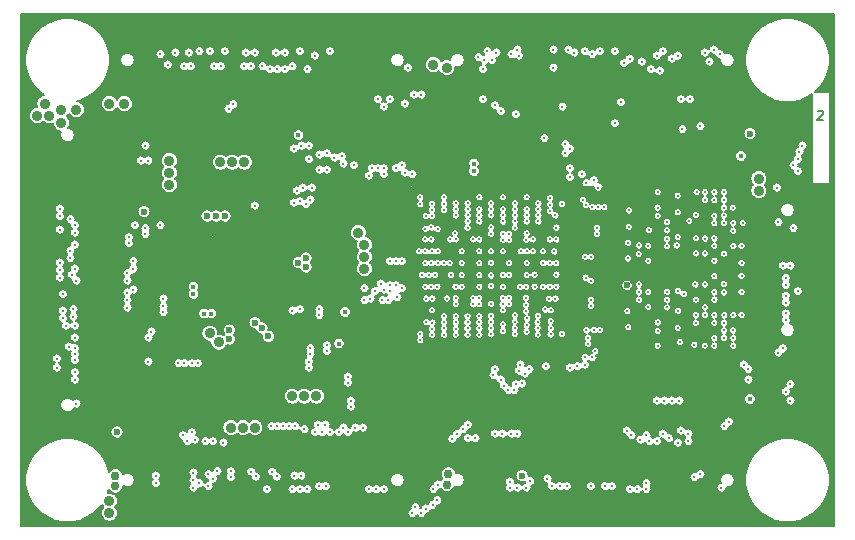
<source format=gbr>
G04 #@! TF.GenerationSoftware,KiCad,Pcbnew,5.1.0-rc2-unknown-036be7d~80~ubuntu16.04.1*
G04 #@! TF.CreationDate,2023-04-21T13:27:13+03:00*
G04 #@! TF.ProjectId,iMX8MPLUS-SOM_Rev_B,694d5838-4d50-44c5-9553-2d534f4d5f52,A*
G04 #@! TF.SameCoordinates,Original*
G04 #@! TF.FileFunction,Copper,L2,Inr*
G04 #@! TF.FilePolarity,Positive*
%FSLAX46Y46*%
G04 Gerber Fmt 4.6, Leading zero omitted, Abs format (unit mm)*
G04 Created by KiCad (PCBNEW 5.1.0-rc2-unknown-036be7d~80~ubuntu16.04.1) date 2023-04-21 13:27:13*
%MOMM*%
%LPD*%
G04 APERTURE LIST*
%ADD10C,0.190500*%
%ADD11C,1.000000*%
%ADD12C,1.800000*%
%ADD13C,0.900000*%
%ADD14C,0.600000*%
%ADD15C,0.450000*%
%ADD16C,0.327000*%
%ADD17C,0.750000*%
%ADD18C,0.127000*%
%ADD19C,0.254000*%
G04 APERTURE END LIST*
D10*
X151166285Y-71664285D02*
X151202571Y-71628000D01*
X151275142Y-71591714D01*
X151456571Y-71591714D01*
X151529142Y-71628000D01*
X151565428Y-71664285D01*
X151601714Y-71736857D01*
X151601714Y-71809428D01*
X151565428Y-71918285D01*
X151130000Y-72353714D01*
X151601714Y-72353714D01*
D11*
X104620000Y-86840000D03*
X101120000Y-83340000D03*
X101120000Y-86840000D03*
X104620000Y-83340000D03*
D12*
X102870000Y-85090000D03*
D13*
X92456000Y-70993000D03*
X91186000Y-70993000D03*
X87122000Y-72644000D03*
X86106000Y-72009000D03*
X85090000Y-72009000D03*
X87122000Y-71501000D03*
D14*
X103505000Y-89535000D03*
D15*
X99822000Y-88773000D03*
X99187000Y-88773000D03*
D14*
X101346000Y-90932000D03*
X101346000Y-90170000D03*
X107188000Y-84455000D03*
X107823000Y-84836000D03*
X107823000Y-84074000D03*
X100965000Y-80518000D03*
X100203000Y-80518000D03*
X99441000Y-80518000D03*
D13*
X88392000Y-71501000D03*
X85725000Y-70993000D03*
D14*
X104648000Y-90703400D03*
X104089200Y-89992200D03*
D16*
X131000000Y-78000000D03*
X131445000Y-87630000D03*
X135026400Y-87909400D03*
X129500000Y-83500000D03*
X129500000Y-87500000D03*
X129500000Y-88500000D03*
X133096000Y-81534000D03*
X132207000Y-91440000D03*
X130937000Y-83947000D03*
X130937000Y-85598000D03*
X132207000Y-78613000D03*
X139319000Y-89281000D03*
X144700000Y-86300000D03*
X136800000Y-87600000D03*
X139225000Y-80775000D03*
X138400000Y-79800000D03*
X136800000Y-77880000D03*
X144000000Y-83700000D03*
X144700000Y-82400000D03*
X144900000Y-79100000D03*
X141600000Y-81100000D03*
X139170000Y-81740000D03*
X138400000Y-83670000D03*
X141620000Y-89560000D03*
X144000000Y-89560000D03*
X144700000Y-90850000D03*
X142400000Y-92130000D03*
X140797500Y-92227500D03*
X136800000Y-91500000D03*
X138400000Y-90200000D03*
X130820000Y-92320000D03*
X129580000Y-91060000D03*
X128570000Y-91070000D03*
X129580000Y-78930000D03*
X136000000Y-79760000D03*
X140700000Y-90600000D03*
X143210000Y-87590000D03*
X143400000Y-77600000D03*
X140812500Y-81687500D03*
X143200000Y-82400000D03*
X136810000Y-82430000D03*
X135080000Y-83440000D03*
X135080000Y-82120000D03*
X135160000Y-80760000D03*
X129500000Y-80550000D03*
X140335000Y-87884000D03*
X139446000Y-87630000D03*
X138400000Y-86220000D03*
X127820000Y-87500000D03*
X127462280Y-88460580D03*
X127570000Y-91050000D03*
X125560000Y-91060000D03*
X127190000Y-84500000D03*
X129580000Y-84500000D03*
X129580000Y-82500000D03*
X127750000Y-82500000D03*
X129580000Y-85470000D03*
X127900000Y-85470000D03*
X129580000Y-86500000D03*
X129580000Y-81500000D03*
X128300000Y-81500000D03*
X136800000Y-83590000D03*
X142400000Y-83720000D03*
X135049260Y-87208360D03*
X136810000Y-86260000D03*
X143200000Y-85560000D03*
X142400000Y-86320000D03*
X129580000Y-89500000D03*
X135155000Y-89225000D03*
X136000000Y-90230000D03*
X144700000Y-87600000D03*
X144700000Y-89550000D03*
X141610000Y-79730000D03*
D15*
X144145000Y-93345000D03*
D16*
X144000000Y-84500000D03*
X143960000Y-80470000D03*
X139500000Y-92000000D03*
D15*
X138430000Y-74295000D03*
X140716000Y-74676000D03*
X136398000Y-74295000D03*
X142748000Y-76327000D03*
X134493000Y-74295000D03*
X131318000Y-74295000D03*
X144526000Y-77089000D03*
X139446000Y-95504000D03*
D16*
X129030000Y-89580000D03*
D15*
X129984500Y-75755500D03*
D13*
X87503000Y-74676000D03*
D14*
X106807000Y-89281000D03*
X106045000Y-89281000D03*
D15*
X96012000Y-82550000D03*
X98298000Y-85852000D03*
X145415000Y-105537000D03*
X109855000Y-102870000D03*
D17*
X96520000Y-88900000D03*
D13*
X97409000Y-91821000D03*
D15*
X115951000Y-91922600D03*
D17*
X111760000Y-84201000D03*
D15*
X114300000Y-84328000D03*
X113665000Y-84328000D03*
X115824000Y-93091000D03*
D16*
X117750000Y-88500000D03*
D17*
X107569000Y-81661000D03*
D16*
X120500000Y-88500000D03*
D17*
X121539000Y-102362000D03*
D15*
X128016000Y-102235000D03*
X128905000Y-102235000D03*
X147828000Y-93345000D03*
X147955000Y-85344000D03*
X142875000Y-94488000D03*
D14*
X100965000Y-92837000D03*
D13*
X91186000Y-99822000D03*
X91186000Y-100838000D03*
D17*
X107569000Y-80772000D03*
D14*
X115697000Y-98044000D03*
D15*
X95758000Y-86868000D03*
X94869000Y-89662000D03*
D16*
X116586000Y-77470000D03*
D13*
X91186000Y-64516000D03*
X91186000Y-65532000D03*
X103251000Y-77089000D03*
X96266000Y-74676000D03*
D14*
X94742000Y-78105000D03*
D15*
X94742000Y-84963000D03*
D13*
X91440000Y-74549000D03*
X91440000Y-75565000D03*
X87503000Y-75692000D03*
D17*
X85598000Y-99060000D03*
X87630000Y-94869000D03*
D13*
X88011000Y-79121000D03*
X118618000Y-66421000D03*
X119761000Y-66675000D03*
D15*
X150241000Y-70866000D03*
D16*
X122500000Y-81500000D03*
X119500000Y-83500000D03*
X119750000Y-86500000D03*
X119500000Y-85500000D03*
X117420000Y-81470000D03*
X123500000Y-87000000D03*
X126000000Y-85500000D03*
X124500000Y-84500000D03*
X123500000Y-85000000D03*
X117434360Y-80505300D03*
X118503700Y-78927960D03*
X119500000Y-81018380D03*
X119509540Y-81539080D03*
X119507000Y-80512920D03*
X120497600Y-78927960D03*
X121500900Y-78930500D03*
X122501660Y-79438500D03*
X123502420Y-78922880D03*
X123507500Y-80975200D03*
X124505720Y-81490820D03*
X124505720Y-79443580D03*
X125498860Y-78927960D03*
X126504700Y-79441040D03*
X126507240Y-81483200D03*
X127500380Y-78927960D03*
X127508000Y-81490820D03*
X117406420Y-82501740D03*
X121986040Y-83499960D03*
X123499880Y-82989420D03*
X125013720Y-83502500D03*
X125989080Y-84500720D03*
X121991120Y-84500720D03*
X117411500Y-84500720D03*
X121988580Y-85501480D03*
X125013720Y-86502240D03*
X121988580Y-86499700D03*
X117416580Y-86499700D03*
X117500000Y-87500000D03*
X124500000Y-91000000D03*
X125501400Y-88425020D03*
X124500000Y-89100000D03*
X123499880Y-88442800D03*
X123499880Y-91071700D03*
X118501160Y-91076780D03*
X117495320Y-89496900D03*
X119499380Y-91076780D03*
X119578120Y-88480900D03*
X120500140Y-91076780D03*
X121500900Y-91076780D03*
X121500900Y-88475820D03*
X122501660Y-91079320D03*
X122509280Y-88475820D03*
X120502680Y-80970120D03*
D13*
X91440000Y-73533000D03*
D14*
X99695000Y-98425000D03*
D15*
X108966000Y-74168000D03*
X144907000Y-91567000D03*
D16*
X132537200Y-103378000D03*
X126111000Y-103124000D03*
D13*
X151003000Y-78359000D03*
D14*
X101727000Y-67818000D03*
D16*
X108000800Y-102313740D03*
X142367000Y-103505000D03*
X92710000Y-68072000D03*
D15*
X136906000Y-95631000D03*
X115062000Y-103505000D03*
D14*
X121539000Y-103251000D03*
D15*
X132207000Y-71247000D03*
X133350000Y-71247000D03*
X135255000Y-71120000D03*
X135890000Y-71120000D03*
X132715000Y-74295000D03*
X137541000Y-72263000D03*
X136779000Y-72263000D03*
X141351000Y-71628000D03*
X143510000Y-73152000D03*
X142621000Y-73152000D03*
X149352000Y-71247000D03*
X142367000Y-74930000D03*
X143764000Y-76327000D03*
X140106400Y-96088200D03*
X140462000Y-95504000D03*
X142367000Y-94996000D03*
X145923000Y-106045000D03*
X145034000Y-104648000D03*
X151765000Y-98806000D03*
X151003000Y-99695000D03*
X151765000Y-100584000D03*
X117221000Y-106070400D03*
X84455000Y-98171000D03*
X146177000Y-64135000D03*
X145034000Y-64135000D03*
X145288000Y-65151000D03*
X144780000Y-66675000D03*
X148590000Y-72263000D03*
D14*
X101676200Y-92837000D03*
X103809800Y-94183200D03*
X104571800Y-94183200D03*
D15*
X84455000Y-64262000D03*
X93980000Y-63754000D03*
X97790000Y-63754000D03*
X101727000Y-63754000D03*
X105410000Y-63754000D03*
X109220000Y-63754000D03*
X113030000Y-63754000D03*
X116840000Y-63754000D03*
X120650000Y-63754000D03*
X124460000Y-63754000D03*
X128270000Y-63754000D03*
X132080000Y-63754000D03*
X135890000Y-63754000D03*
X139700000Y-63754000D03*
X152146000Y-80010000D03*
X152146000Y-83820000D03*
X152146000Y-87630000D03*
X152146000Y-91440000D03*
X152146000Y-94615000D03*
X152146000Y-96901000D03*
X143510000Y-106426000D03*
X139700000Y-106426000D03*
X135890000Y-106426000D03*
X132080000Y-106426000D03*
X128270000Y-106426000D03*
X124460000Y-106426000D03*
X120650000Y-106426000D03*
X113030000Y-106426000D03*
X109220000Y-106426000D03*
X105410000Y-106426000D03*
X101600000Y-106426000D03*
X97790000Y-106426000D03*
X93980000Y-106426000D03*
X89154000Y-106426000D03*
X84074000Y-93980000D03*
X84074000Y-90170000D03*
X84074000Y-86360000D03*
X84074000Y-82550000D03*
X84074000Y-78740000D03*
X84074000Y-74930000D03*
X84074000Y-71374000D03*
D16*
X135026400Y-88569800D03*
X138400000Y-81740000D03*
X144800000Y-81100000D03*
X142400000Y-82400000D03*
X138400000Y-88260000D03*
X141620000Y-88240000D03*
X135155000Y-81425000D03*
X144700000Y-88900000D03*
D17*
X119761000Y-103251000D03*
X119888000Y-102362000D03*
D13*
X146177000Y-78359000D03*
D17*
X91694000Y-103378000D03*
X91694000Y-102489000D03*
D13*
X96266000Y-75819000D03*
X96266000Y-76835000D03*
X96266000Y-77851000D03*
D14*
X145415000Y-73533000D03*
D16*
X120000000Y-84500000D03*
X118960000Y-81610000D03*
X125000000Y-82000000D03*
X121500000Y-81500000D03*
X123510040Y-81488280D03*
X124490480Y-82001360D03*
X125500000Y-81500000D03*
X118986300Y-83505040D03*
X119473980Y-84505800D03*
X124477780Y-87975440D03*
X125008640Y-87975440D03*
X123497340Y-87929720D03*
X145288000Y-94361000D03*
D13*
X146177000Y-77343000D03*
D14*
X91821000Y-98806000D03*
D15*
X107188000Y-73660000D03*
D16*
X137600000Y-91500000D03*
X136800000Y-88200000D03*
X142400000Y-85600000D03*
X136800000Y-84300000D03*
X139300000Y-78800000D03*
X137600000Y-78470000D03*
X142400000Y-84300000D03*
X144700000Y-83040000D03*
X140830000Y-80440000D03*
X143200000Y-81100000D03*
X142400000Y-78500000D03*
X140900000Y-78500000D03*
X140830000Y-88900000D03*
X142410000Y-88900000D03*
X140830000Y-89560000D03*
X144700000Y-85580000D03*
X142400000Y-91500000D03*
X136010000Y-87600000D03*
X140700000Y-91400000D03*
X139500000Y-91200000D03*
X139300000Y-90000000D03*
X140290000Y-80920000D03*
X139300000Y-80200000D03*
X139300000Y-82300000D03*
X140840000Y-82400000D03*
X138402500Y-81027500D03*
X136850000Y-81710000D03*
X135080000Y-84110000D03*
X135080000Y-82780000D03*
X135160000Y-80040000D03*
X140830000Y-87590000D03*
X139827000Y-87122000D03*
X126470000Y-88040000D03*
X127038100Y-82499200D03*
X127190000Y-85470000D03*
X127180000Y-86500000D03*
X135125460Y-89910920D03*
X139319000Y-88521540D03*
X144000000Y-90200000D03*
D14*
X135001000Y-86385400D03*
D16*
X143960000Y-79800000D03*
X144700000Y-86950000D03*
X144700000Y-84500000D03*
X126509780Y-81996280D03*
X127063500Y-83502500D03*
X126470000Y-88600000D03*
D13*
X101473000Y-98425000D03*
X102489000Y-98425000D03*
X103505000Y-98425000D03*
D14*
X126111000Y-102489000D03*
D15*
X145415000Y-96012000D03*
D13*
X91186000Y-104648000D03*
X91186000Y-105664000D03*
X101600000Y-75946000D03*
X102616000Y-75946000D03*
X100584000Y-75946000D03*
X119761000Y-67945000D03*
X118618000Y-67691000D03*
D16*
X122936000Y-67310000D03*
X134493000Y-70866000D03*
X141224000Y-72898000D03*
D15*
X144653000Y-75438000D03*
D16*
X124500000Y-88500000D03*
D15*
X98298000Y-87122000D03*
D16*
X118963440Y-84503260D03*
X129020000Y-85470000D03*
D13*
X100457000Y-91186000D03*
X99695000Y-90424000D03*
D16*
X119750000Y-87500000D03*
X120462040Y-81978500D03*
X120520460Y-82501740D03*
X121960640Y-82499200D03*
X121986040Y-87475060D03*
X121986040Y-88000840D03*
X120500140Y-87980520D03*
X120500140Y-87454740D03*
X120100000Y-85500000D03*
D14*
X94107000Y-80137000D03*
D16*
X118470680Y-83505040D03*
D15*
X98298000Y-86487000D03*
D13*
X108712000Y-95758000D03*
X107696000Y-95758000D03*
X106680000Y-95758000D03*
D15*
X110617000Y-91313000D03*
D16*
X122500000Y-82500000D03*
X124500000Y-83500000D03*
X122500000Y-84500000D03*
X123500000Y-83500000D03*
X122500000Y-83500000D03*
X123500000Y-82000000D03*
X124500640Y-82506820D03*
X125013720Y-82516980D03*
X125028960Y-84500720D03*
X123499880Y-84475320D03*
D15*
X122047000Y-76708000D03*
X122047000Y-76073000D03*
D16*
X126450000Y-87460000D03*
D13*
X112776000Y-82931000D03*
X112776000Y-83947000D03*
D15*
X111125000Y-88646000D03*
D13*
X112776000Y-84963000D03*
X112268000Y-81915000D03*
D16*
X121000000Y-86500000D03*
X121000000Y-85500000D03*
X121000000Y-84500000D03*
X121000000Y-83500000D03*
X120000000Y-82500000D03*
X122500000Y-86500000D03*
X122500000Y-85500000D03*
X124500000Y-86500000D03*
X124500000Y-85500000D03*
X126500000Y-84500000D03*
X126000000Y-83500000D03*
X125935740Y-86504780D03*
X126466600Y-86504780D03*
X126471680Y-82506820D03*
X126525020Y-83502500D03*
X123502420Y-85552280D03*
X125013720Y-85504020D03*
X126514860Y-85504020D03*
X120484900Y-86499700D03*
X123499880Y-86453980D03*
X124487940Y-87436960D03*
X125011180Y-87436960D03*
X122501660Y-87436960D03*
X122509280Y-87957660D03*
X103505000Y-79629000D03*
X117650000Y-85500000D03*
X120500140Y-89529920D03*
X121500900Y-89514680D03*
X117924580Y-84500720D03*
X108839000Y-98171000D03*
X118526560Y-87500460D03*
X118013480Y-87500460D03*
X118531640Y-89537540D03*
X118010940Y-89499440D03*
X124587000Y-94869000D03*
X125730000Y-98933000D03*
X125857000Y-93599000D03*
X135255000Y-103632000D03*
X124333000Y-94361000D03*
X125222000Y-98933000D03*
X125500000Y-90500000D03*
X133731000Y-103378000D03*
X124460000Y-98933000D03*
X123698000Y-93980000D03*
X133123000Y-103378000D03*
X125498860Y-89984580D03*
X123825000Y-93472000D03*
X123825000Y-98933000D03*
X131953000Y-103378000D03*
X122504200Y-90558620D03*
X122174000Y-99314000D03*
X121539000Y-99314000D03*
X122506740Y-90035380D03*
X125984000Y-93091000D03*
X135890000Y-103632000D03*
X136652000Y-103632000D03*
X126365000Y-93853000D03*
X126746000Y-93472000D03*
X136652000Y-103124000D03*
X125730000Y-103505000D03*
X124500000Y-90250000D03*
X125095000Y-102997000D03*
X123499880Y-90027760D03*
X125095000Y-103505000D03*
X123499880Y-90545920D03*
X125476000Y-95250000D03*
X126492000Y-103505000D03*
X124968000Y-95250000D03*
X126804914Y-102963486D03*
X126111000Y-94691200D03*
X129313000Y-103378000D03*
X125603000Y-94742000D03*
X129921000Y-103378000D03*
X142400000Y-90840000D03*
X131450500Y-92450500D03*
X144000000Y-91500000D03*
X130175000Y-93345000D03*
X131572000Y-77724000D03*
X141600000Y-78500000D03*
X130175000Y-76454000D03*
X143210000Y-78500000D03*
X132207000Y-77470000D03*
X141600000Y-79150000D03*
X131191000Y-76962000D03*
X142400000Y-79150000D03*
X130175000Y-77216000D03*
X143210000Y-79150000D03*
X142400000Y-80500000D03*
X132588000Y-78105000D03*
X144000000Y-81100000D03*
X132588000Y-79756000D03*
X142400000Y-81100000D03*
X132080000Y-79756000D03*
X144000000Y-81750000D03*
X133096000Y-79756000D03*
X136000000Y-83000000D03*
X128850000Y-83510000D03*
X128460000Y-82500000D03*
X136800000Y-83020000D03*
X129020000Y-84500000D03*
X138390000Y-82460000D03*
X128940000Y-80470000D03*
X141600000Y-82420000D03*
X129500000Y-79500000D03*
X142400000Y-83040000D03*
X128460000Y-84500000D03*
X144000000Y-83050000D03*
X136000000Y-83720000D03*
X127900000Y-83500000D03*
X138400000Y-83070000D03*
X129020000Y-82500000D03*
X139200000Y-83000000D03*
X129020000Y-81500000D03*
X143200000Y-83700000D03*
X127900000Y-84500000D03*
X136010000Y-86300000D03*
X128950000Y-87500000D03*
X138400000Y-86930000D03*
X128060000Y-88430000D03*
X139319000Y-86868000D03*
X128540000Y-89410000D03*
X128460000Y-86500000D03*
X143200000Y-86270000D03*
X136010000Y-86940000D03*
X128390000Y-87510000D03*
X128580000Y-88500000D03*
X136800000Y-86960000D03*
X127900000Y-86500000D03*
X138400000Y-87600000D03*
X142400000Y-86940000D03*
X128540000Y-90000000D03*
X142410000Y-87590000D03*
X129500000Y-90500000D03*
X129020000Y-86500000D03*
X143200000Y-86980000D03*
X141620000Y-88900000D03*
X131572000Y-90170000D03*
X132715000Y-90170000D03*
X144000000Y-88900000D03*
X142410000Y-89560000D03*
X132334000Y-91948000D03*
X143240000Y-88900000D03*
X132207000Y-90170000D03*
X132080000Y-92456000D03*
X141590000Y-91500000D03*
X131445000Y-93091000D03*
X143210000Y-90850000D03*
X144000000Y-90850000D03*
X130810000Y-93218000D03*
X95758000Y-88138000D03*
X149098000Y-76200000D03*
X108077000Y-93345000D03*
X107823000Y-79502000D03*
X128143000Y-93218000D03*
X149479000Y-86868000D03*
X138049000Y-98933000D03*
X107315000Y-88392000D03*
X107315000Y-79248000D03*
X107950000Y-68072000D03*
X127505460Y-80977740D03*
X106680000Y-88519000D03*
X106680000Y-67818000D03*
X106807000Y-79375000D03*
X128016000Y-73914000D03*
X126500000Y-89750000D03*
X124500000Y-89700000D03*
X122506740Y-89514680D03*
X116840000Y-76962000D03*
X149098000Y-81534000D03*
X119501920Y-89009220D03*
X148844000Y-96139000D03*
X95758000Y-87503000D03*
X107061000Y-78359000D03*
X149479000Y-76708000D03*
X115951000Y-86614000D03*
X108585000Y-98806000D03*
X115443000Y-86360000D03*
X100838000Y-99695000D03*
X114300000Y-87630000D03*
X114935000Y-86868000D03*
X110998000Y-98425000D03*
X118948200Y-86502240D03*
X109855000Y-98806000D03*
X117929660Y-86502240D03*
X110617000Y-98806000D03*
X118440200Y-86502240D03*
X115570000Y-87376000D03*
X114808000Y-87630000D03*
X108204000Y-91694000D03*
X94742000Y-90297000D03*
X108966000Y-88900000D03*
X118500000Y-88500000D03*
X109601000Y-91440000D03*
X94234000Y-81534000D03*
X108204000Y-92202000D03*
X94488000Y-90805000D03*
X127460000Y-88970000D03*
X139446000Y-96139000D03*
X148209000Y-84709000D03*
X137541000Y-96139000D03*
X148844000Y-94742000D03*
X125501400Y-89448640D03*
X98679000Y-92964000D03*
X92837000Y-82296000D03*
X123499880Y-88960960D03*
X121500000Y-89000000D03*
X120500140Y-89016840D03*
X122509280Y-88999060D03*
X109601000Y-91948000D03*
X94234000Y-82042000D03*
X138176000Y-96139000D03*
X147828000Y-81026000D03*
X125501400Y-88935560D03*
X98171000Y-92964000D03*
X92837000Y-82804000D03*
X127430000Y-89500000D03*
X135382000Y-99060000D03*
X123499880Y-89476580D03*
X108966000Y-88392000D03*
X143256000Y-98298000D03*
X148463000Y-95377000D03*
X119501920Y-89524840D03*
X126560000Y-89190000D03*
X138811000Y-96139000D03*
X148844000Y-84709000D03*
X93218000Y-84328000D03*
X97536000Y-92964000D03*
X93218000Y-84963000D03*
X97028000Y-92964000D03*
X127430000Y-90010000D03*
X108077000Y-92837000D03*
X108204000Y-79121000D03*
X121500900Y-90035380D03*
X109510500Y-103378000D03*
X107430500Y-102489000D03*
X120500140Y-90045540D03*
X117500000Y-90500000D03*
X101473000Y-102616000D03*
X105361415Y-102567415D03*
X119499380Y-90037920D03*
X126500000Y-90300000D03*
X135001000Y-98679000D03*
X92710000Y-85344000D03*
X111379000Y-94107000D03*
X118501160Y-90048080D03*
X103583415Y-102567415D03*
X101473000Y-102108000D03*
X117500400Y-91010740D03*
X108929500Y-103378000D03*
X121500900Y-90556080D03*
X120500140Y-90561160D03*
X106849500Y-102489000D03*
X128540000Y-90540000D03*
X94488000Y-92837000D03*
X95504000Y-81280000D03*
X104950585Y-102156585D03*
X119499380Y-90556080D03*
X92710000Y-85979000D03*
X111379000Y-94615000D03*
X103172585Y-102156585D03*
X118503700Y-90561160D03*
X111633000Y-96139000D03*
X93218000Y-86741000D03*
X118618000Y-103632000D03*
X148463000Y-88760500D03*
X112014000Y-98425000D03*
X92710000Y-87630000D03*
X120190585Y-99392415D03*
X148209000Y-91694000D03*
X111633000Y-96647000D03*
X92710000Y-86995000D03*
X118539585Y-104980415D03*
X148463000Y-87260500D03*
X136906000Y-99568000D03*
X121539000Y-98171000D03*
X144907000Y-93091000D03*
X105410000Y-98298000D03*
X88138000Y-88392000D03*
X117602000Y-105664000D03*
X148463000Y-85760500D03*
X140208000Y-98933000D03*
X118999000Y-103251000D03*
X148463000Y-89341500D03*
X104902000Y-98298000D03*
X88138000Y-89027000D03*
X118950415Y-104569585D03*
X148463000Y-87841500D03*
X92710000Y-88265000D03*
X112649000Y-98425000D03*
X117983000Y-105283000D03*
X148463000Y-86341500D03*
X120601415Y-98981585D03*
X147828000Y-92075000D03*
X121158000Y-98552000D03*
X145288000Y-93472000D03*
X136144000Y-99441000D03*
X136652000Y-99060000D03*
X140208000Y-99568000D03*
X139573000Y-98679000D03*
X114427000Y-86741000D03*
X99949000Y-99568000D03*
X111379000Y-98806000D03*
X118750000Y-85500000D03*
X118200000Y-85500000D03*
X109220000Y-98806000D03*
X114935000Y-86360000D03*
X107696000Y-98552000D03*
X114173000Y-86233000D03*
X106934000Y-98298000D03*
X113665000Y-86868000D03*
X99314000Y-99568000D03*
X112776000Y-87630000D03*
X105918000Y-98298000D03*
X109474000Y-98171000D03*
X118445280Y-84503260D03*
X106426000Y-98298000D03*
X113284000Y-87503000D03*
X112776000Y-86614000D03*
X98425000Y-99441000D03*
X115443000Y-84328000D03*
X97790000Y-99568000D03*
X115951000Y-84328000D03*
X98171000Y-98806000D03*
X114935000Y-84328000D03*
X97409000Y-99060000D03*
X87249000Y-88519000D03*
X117937280Y-83502500D03*
X87249000Y-87122000D03*
X117411500Y-83505040D03*
X86995000Y-85090000D03*
X108331000Y-78105000D03*
X107569000Y-78105000D03*
X86995000Y-85725000D03*
X107442000Y-74549000D03*
X86995000Y-80518000D03*
X86741000Y-93345000D03*
X117922040Y-82501740D03*
X86741000Y-92583000D03*
X118442740Y-82501740D03*
X87884000Y-80772000D03*
X106807000Y-74803000D03*
X108077000Y-75692000D03*
X86995000Y-81661000D03*
X108077000Y-74549000D03*
X86995000Y-79883000D03*
X109601000Y-76581000D03*
X86995000Y-84455000D03*
X88392000Y-85979000D03*
X117940000Y-81600000D03*
X118440000Y-81480000D03*
X88011000Y-85471000D03*
X108966000Y-76581000D03*
X87884000Y-84074000D03*
X109601000Y-75184000D03*
X88265000Y-81280000D03*
X88265000Y-81915000D03*
X108966000Y-75311000D03*
X118500000Y-80500000D03*
X99568000Y-103378000D03*
X138049000Y-66548000D03*
X126507240Y-80975200D03*
X110998000Y-76073000D03*
X87884000Y-83439000D03*
X122506740Y-80970120D03*
X105283000Y-66675000D03*
X121505980Y-80970120D03*
X117602000Y-70231000D03*
X88265000Y-89789000D03*
X121505980Y-80459580D03*
X124503180Y-80980280D03*
X88265000Y-90805000D03*
X117967760Y-80497680D03*
X88265000Y-82931000D03*
X110236000Y-75565000D03*
X133985000Y-66548000D03*
X125501400Y-80980280D03*
X120500140Y-80459580D03*
X120497600Y-79949040D03*
X125501400Y-80467200D03*
X130048000Y-66421000D03*
X140335000Y-70612000D03*
X127505460Y-80467200D03*
X118508780Y-79989680D03*
X104521000Y-103632000D03*
X87503000Y-89789000D03*
X122504200Y-80459580D03*
X124503180Y-80469740D03*
X88265000Y-91694000D03*
X128500000Y-80100000D03*
X88265000Y-84963000D03*
X111887000Y-76200000D03*
X124333000Y-71628000D03*
X123504960Y-80462120D03*
X139319000Y-66929000D03*
X126507240Y-80467200D03*
X121503440Y-79951580D03*
X138811000Y-67183000D03*
X126504700Y-79956660D03*
X123825000Y-71120000D03*
X123504960Y-79954120D03*
X107950000Y-103632000D03*
X113411000Y-76454000D03*
X87757000Y-91567000D03*
X128500000Y-79550000D03*
X128778000Y-67945000D03*
X124503180Y-79956660D03*
X87249000Y-89154000D03*
X122504200Y-79951580D03*
X120497600Y-79438500D03*
X116967000Y-70231000D03*
X117500000Y-79500000D03*
X98298000Y-102870000D03*
X98806000Y-103124000D03*
X118506240Y-79463900D03*
X107315000Y-103632000D03*
X113157000Y-77089000D03*
X127502920Y-79954120D03*
X123952000Y-66675000D03*
X125501400Y-79956660D03*
X119500000Y-80000000D03*
X123190000Y-66548000D03*
X125501400Y-79443580D03*
X113919000Y-76454000D03*
X114427000Y-103632000D03*
X121503440Y-79438500D03*
X122809000Y-68072000D03*
X124505720Y-78927960D03*
X139573000Y-70612000D03*
X127500380Y-79441040D03*
X116459000Y-67945000D03*
X122504200Y-78922880D03*
X117500000Y-78930000D03*
X98298000Y-102235000D03*
X88265000Y-92710000D03*
X128500000Y-79000000D03*
X119499380Y-78930500D03*
X113157000Y-103632000D03*
X114427000Y-76962000D03*
X98298000Y-103505000D03*
X119499380Y-79466440D03*
X123502420Y-79441040D03*
X137541000Y-66929000D03*
X126502160Y-78927960D03*
X106680000Y-103632000D03*
X115443000Y-76454000D03*
X113792000Y-103632000D03*
X114427000Y-76454000D03*
X130175000Y-74803000D03*
X88392000Y-96393000D03*
X97499500Y-67818000D03*
X102579500Y-67818000D03*
X115951000Y-76200000D03*
X95123000Y-102489000D03*
X101267585Y-71452415D03*
X100039500Y-67818000D03*
X106045000Y-68072000D03*
X116205000Y-70993000D03*
X95123000Y-103124000D03*
X116205000Y-76835000D03*
X114935000Y-70612000D03*
X131445000Y-66548000D03*
X98806000Y-66548000D03*
X132715000Y-66548000D03*
X107315000Y-66548000D03*
X99695000Y-66548000D03*
X96774000Y-66675000D03*
X116840000Y-105664000D03*
X141986000Y-67437000D03*
X129540000Y-71247000D03*
X136271000Y-67437000D03*
X142875000Y-66802000D03*
X134747000Y-67564000D03*
X106045000Y-66675000D03*
X125857000Y-66929000D03*
X128778000Y-66421000D03*
X98080500Y-67818000D03*
X103160500Y-67818000D03*
X101678415Y-71041585D03*
X100620500Y-67818000D03*
X114427000Y-71247000D03*
X113919000Y-70612000D03*
X103505000Y-66675000D03*
X132080000Y-66802000D03*
X100965000Y-66548000D03*
X102743000Y-66675000D03*
X122809000Y-70612000D03*
X109855000Y-66548000D03*
X97917000Y-66675000D03*
X95504000Y-66802000D03*
X117094000Y-105156000D03*
X141605000Y-66675000D03*
X137795000Y-68199000D03*
X142367000Y-66421000D03*
X135255000Y-67183000D03*
X130556000Y-66675000D03*
X108585000Y-66929000D03*
X125222000Y-66802000D03*
X125603000Y-71882000D03*
X125730000Y-66421000D03*
X137033000Y-68072000D03*
X129794000Y-75184000D03*
X88265000Y-92202000D03*
X129794000Y-74422000D03*
X88265000Y-94361000D03*
X104775000Y-68072000D03*
X95758000Y-88646000D03*
X149479000Y-75692000D03*
X93345000Y-81280000D03*
X110871000Y-75438000D03*
X147701000Y-78105000D03*
X96139000Y-67691000D03*
X149606000Y-75057000D03*
X149860000Y-74549000D03*
X128270000Y-102743000D03*
X99949000Y-102743000D03*
X133985000Y-72644000D03*
X128651000Y-103378000D03*
X99568000Y-102362000D03*
X139700000Y-73152000D03*
X105410000Y-68072000D03*
X122428000Y-67056000D03*
X104140000Y-67818000D03*
X123571000Y-67310000D03*
X140716000Y-102616000D03*
X143637000Y-97917000D03*
X100330000Y-102108000D03*
X141224000Y-102362000D03*
X94488000Y-75819000D03*
X137541000Y-99568000D03*
X127450000Y-90550000D03*
X94234000Y-74549000D03*
X139319000Y-99695000D03*
X93853000Y-75819000D03*
X138557000Y-99314000D03*
X88265000Y-93726000D03*
X143002000Y-103505000D03*
X143210000Y-89560000D03*
X131699000Y-90805000D03*
X143210000Y-90200000D03*
X131699000Y-91313000D03*
X132461000Y-81534000D03*
X137600000Y-79800000D03*
X143200000Y-79800000D03*
X131267200Y-79121000D03*
X132461000Y-82042000D03*
X137600000Y-80500000D03*
X143200000Y-80470000D03*
X131521200Y-79578200D03*
X140840000Y-83680000D03*
X131953000Y-83947000D03*
X141600000Y-83680000D03*
X131445000Y-83947000D03*
X131953000Y-85979000D03*
X140800000Y-86300000D03*
X141600000Y-86300000D03*
X131495800Y-85725000D03*
X131953000Y-87630000D03*
X137600000Y-89520000D03*
X131953000Y-88138000D03*
X137600000Y-90240000D03*
D18*
G36*
X152514301Y-106794300D02*
G01*
X83705700Y-106794300D01*
X83705700Y-102519026D01*
X84066500Y-102519026D01*
X84066500Y-103220974D01*
X84203444Y-103909435D01*
X84472067Y-104557950D01*
X84862049Y-105141599D01*
X85358401Y-105637951D01*
X85942050Y-106027933D01*
X86590565Y-106296556D01*
X87279026Y-106433500D01*
X87980974Y-106433500D01*
X88669435Y-106296556D01*
X89317950Y-106027933D01*
X89901599Y-105637951D01*
X90397951Y-105141599D01*
X90531757Y-104941345D01*
X90550869Y-104987485D01*
X90629303Y-105104870D01*
X90680433Y-105156000D01*
X90629303Y-105207130D01*
X90550869Y-105324515D01*
X90496842Y-105454946D01*
X90469300Y-105593411D01*
X90469300Y-105734589D01*
X90496842Y-105873054D01*
X90550869Y-106003485D01*
X90629303Y-106120870D01*
X90729130Y-106220697D01*
X90846515Y-106299131D01*
X90976946Y-106353158D01*
X91115411Y-106380700D01*
X91256589Y-106380700D01*
X91395054Y-106353158D01*
X91525485Y-106299131D01*
X91642870Y-106220697D01*
X91742697Y-106120870D01*
X91821131Y-106003485D01*
X91875158Y-105873054D01*
X91902700Y-105734589D01*
X91902700Y-105621629D01*
X116409800Y-105621629D01*
X116409800Y-105706371D01*
X116426332Y-105789485D01*
X116458761Y-105867776D01*
X116505841Y-105938237D01*
X116565763Y-105998159D01*
X116636224Y-106045239D01*
X116714515Y-106077668D01*
X116797629Y-106094200D01*
X116882371Y-106094200D01*
X116965485Y-106077668D01*
X117043776Y-106045239D01*
X117114237Y-105998159D01*
X117174159Y-105938237D01*
X117221000Y-105868134D01*
X117267841Y-105938237D01*
X117327763Y-105998159D01*
X117398224Y-106045239D01*
X117476515Y-106077668D01*
X117559629Y-106094200D01*
X117644371Y-106094200D01*
X117727485Y-106077668D01*
X117805776Y-106045239D01*
X117876237Y-105998159D01*
X117936159Y-105938237D01*
X117983239Y-105867776D01*
X118015668Y-105789485D01*
X118031067Y-105712067D01*
X118108485Y-105696668D01*
X118186776Y-105664239D01*
X118257237Y-105617159D01*
X118317159Y-105557237D01*
X118364239Y-105486776D01*
X118396668Y-105408485D01*
X118400642Y-105388508D01*
X118414100Y-105394083D01*
X118497214Y-105410615D01*
X118581956Y-105410615D01*
X118665070Y-105394083D01*
X118743361Y-105361654D01*
X118813822Y-105314574D01*
X118873744Y-105254652D01*
X118920824Y-105184191D01*
X118953253Y-105105900D01*
X118969785Y-105022786D01*
X118969785Y-104999785D01*
X118992786Y-104999785D01*
X119075900Y-104983253D01*
X119154191Y-104950824D01*
X119224652Y-104903744D01*
X119284574Y-104843822D01*
X119331654Y-104773361D01*
X119364083Y-104695070D01*
X119380615Y-104611956D01*
X119380615Y-104527214D01*
X119364083Y-104444100D01*
X119331654Y-104365809D01*
X119284574Y-104295348D01*
X119224652Y-104235426D01*
X119154191Y-104188346D01*
X119075900Y-104155917D01*
X118992786Y-104139385D01*
X118908044Y-104139385D01*
X118824930Y-104155917D01*
X118746639Y-104188346D01*
X118676178Y-104235426D01*
X118616256Y-104295348D01*
X118569176Y-104365809D01*
X118536747Y-104444100D01*
X118520215Y-104527214D01*
X118520215Y-104550215D01*
X118497214Y-104550215D01*
X118414100Y-104566747D01*
X118335809Y-104599176D01*
X118265348Y-104646256D01*
X118205426Y-104706178D01*
X118158346Y-104776639D01*
X118125917Y-104854930D01*
X118121943Y-104874907D01*
X118108485Y-104869332D01*
X118025371Y-104852800D01*
X117940629Y-104852800D01*
X117857515Y-104869332D01*
X117779224Y-104901761D01*
X117708763Y-104948841D01*
X117648841Y-105008763D01*
X117601761Y-105079224D01*
X117569332Y-105157515D01*
X117553933Y-105234933D01*
X117515403Y-105242597D01*
X117524200Y-105198371D01*
X117524200Y-105113629D01*
X117507668Y-105030515D01*
X117475239Y-104952224D01*
X117428159Y-104881763D01*
X117368237Y-104821841D01*
X117297776Y-104774761D01*
X117219485Y-104742332D01*
X117136371Y-104725800D01*
X117051629Y-104725800D01*
X116968515Y-104742332D01*
X116890224Y-104774761D01*
X116819763Y-104821841D01*
X116759841Y-104881763D01*
X116712761Y-104952224D01*
X116680332Y-105030515D01*
X116663800Y-105113629D01*
X116663800Y-105198371D01*
X116677209Y-105265785D01*
X116636224Y-105282761D01*
X116565763Y-105329841D01*
X116505841Y-105389763D01*
X116458761Y-105460224D01*
X116426332Y-105538515D01*
X116409800Y-105621629D01*
X91902700Y-105621629D01*
X91902700Y-105593411D01*
X91875158Y-105454946D01*
X91821131Y-105324515D01*
X91742697Y-105207130D01*
X91691567Y-105156000D01*
X91742697Y-105104870D01*
X91821131Y-104987485D01*
X91875158Y-104857054D01*
X91902700Y-104718589D01*
X91902700Y-104577411D01*
X91875158Y-104438946D01*
X91821131Y-104308515D01*
X91742697Y-104191130D01*
X91642870Y-104091303D01*
X91525485Y-104012869D01*
X91395054Y-103958842D01*
X91256589Y-103931300D01*
X91115411Y-103931300D01*
X91041402Y-103946021D01*
X91056556Y-103909435D01*
X91109437Y-103643584D01*
X91125333Y-103681959D01*
X91195559Y-103787060D01*
X91284940Y-103876441D01*
X91390041Y-103946667D01*
X91506823Y-103995040D01*
X91630798Y-104019700D01*
X91757202Y-104019700D01*
X91881177Y-103995040D01*
X91997959Y-103946667D01*
X92103060Y-103876441D01*
X92192441Y-103787060D01*
X92262667Y-103681959D01*
X92311040Y-103565177D01*
X92335700Y-103441202D01*
X92335700Y-103361599D01*
X92417883Y-103416512D01*
X92530115Y-103463001D01*
X92649260Y-103486700D01*
X92770740Y-103486700D01*
X92889885Y-103463001D01*
X93002117Y-103416512D01*
X93103123Y-103349022D01*
X93189022Y-103263123D01*
X93256512Y-103162117D01*
X93303001Y-103049885D01*
X93326700Y-102930740D01*
X93326700Y-102809260D01*
X93303001Y-102690115D01*
X93256512Y-102577883D01*
X93189022Y-102476877D01*
X93158774Y-102446629D01*
X94692800Y-102446629D01*
X94692800Y-102531371D01*
X94709332Y-102614485D01*
X94741761Y-102692776D01*
X94788841Y-102763237D01*
X94832104Y-102806500D01*
X94788841Y-102849763D01*
X94741761Y-102920224D01*
X94709332Y-102998515D01*
X94692800Y-103081629D01*
X94692800Y-103166371D01*
X94709332Y-103249485D01*
X94741761Y-103327776D01*
X94788841Y-103398237D01*
X94848763Y-103458159D01*
X94919224Y-103505239D01*
X94997515Y-103537668D01*
X95080629Y-103554200D01*
X95165371Y-103554200D01*
X95248485Y-103537668D01*
X95326776Y-103505239D01*
X95397237Y-103458159D01*
X95457159Y-103398237D01*
X95504239Y-103327776D01*
X95536668Y-103249485D01*
X95553200Y-103166371D01*
X95553200Y-103081629D01*
X95536668Y-102998515D01*
X95504239Y-102920224D01*
X95457159Y-102849763D01*
X95413896Y-102806500D01*
X95457159Y-102763237D01*
X95504239Y-102692776D01*
X95536668Y-102614485D01*
X95553200Y-102531371D01*
X95553200Y-102446629D01*
X95536668Y-102363515D01*
X95504239Y-102285224D01*
X95457159Y-102214763D01*
X95435025Y-102192629D01*
X97867800Y-102192629D01*
X97867800Y-102277371D01*
X97884332Y-102360485D01*
X97916761Y-102438776D01*
X97963841Y-102509237D01*
X98007104Y-102552500D01*
X97963841Y-102595763D01*
X97916761Y-102666224D01*
X97884332Y-102744515D01*
X97867800Y-102827629D01*
X97867800Y-102912371D01*
X97884332Y-102995485D01*
X97916761Y-103073776D01*
X97963841Y-103144237D01*
X98007104Y-103187500D01*
X97963841Y-103230763D01*
X97916761Y-103301224D01*
X97884332Y-103379515D01*
X97867800Y-103462629D01*
X97867800Y-103547371D01*
X97884332Y-103630485D01*
X97916761Y-103708776D01*
X97963841Y-103779237D01*
X98023763Y-103839159D01*
X98094224Y-103886239D01*
X98172515Y-103918668D01*
X98255629Y-103935200D01*
X98340371Y-103935200D01*
X98423485Y-103918668D01*
X98501776Y-103886239D01*
X98572237Y-103839159D01*
X98632159Y-103779237D01*
X98679239Y-103708776D01*
X98711668Y-103630485D01*
X98728200Y-103547371D01*
X98728200Y-103547153D01*
X98763629Y-103554200D01*
X98848371Y-103554200D01*
X98931485Y-103537668D01*
X99009776Y-103505239D01*
X99080237Y-103458159D01*
X99137800Y-103400596D01*
X99137800Y-103420371D01*
X99154332Y-103503485D01*
X99186761Y-103581776D01*
X99233841Y-103652237D01*
X99293763Y-103712159D01*
X99364224Y-103759239D01*
X99442515Y-103791668D01*
X99525629Y-103808200D01*
X99610371Y-103808200D01*
X99693485Y-103791668D01*
X99771776Y-103759239D01*
X99842237Y-103712159D01*
X99902159Y-103652237D01*
X99943991Y-103589629D01*
X104090800Y-103589629D01*
X104090800Y-103674371D01*
X104107332Y-103757485D01*
X104139761Y-103835776D01*
X104186841Y-103906237D01*
X104246763Y-103966159D01*
X104317224Y-104013239D01*
X104395515Y-104045668D01*
X104478629Y-104062200D01*
X104563371Y-104062200D01*
X104646485Y-104045668D01*
X104724776Y-104013239D01*
X104795237Y-103966159D01*
X104855159Y-103906237D01*
X104902239Y-103835776D01*
X104934668Y-103757485D01*
X104951200Y-103674371D01*
X104951200Y-103589629D01*
X106249800Y-103589629D01*
X106249800Y-103674371D01*
X106266332Y-103757485D01*
X106298761Y-103835776D01*
X106345841Y-103906237D01*
X106405763Y-103966159D01*
X106476224Y-104013239D01*
X106554515Y-104045668D01*
X106637629Y-104062200D01*
X106722371Y-104062200D01*
X106805485Y-104045668D01*
X106883776Y-104013239D01*
X106954237Y-103966159D01*
X106997500Y-103922896D01*
X107040763Y-103966159D01*
X107111224Y-104013239D01*
X107189515Y-104045668D01*
X107272629Y-104062200D01*
X107357371Y-104062200D01*
X107440485Y-104045668D01*
X107518776Y-104013239D01*
X107589237Y-103966159D01*
X107632500Y-103922896D01*
X107675763Y-103966159D01*
X107746224Y-104013239D01*
X107824515Y-104045668D01*
X107907629Y-104062200D01*
X107992371Y-104062200D01*
X108075485Y-104045668D01*
X108153776Y-104013239D01*
X108224237Y-103966159D01*
X108284159Y-103906237D01*
X108331239Y-103835776D01*
X108363668Y-103757485D01*
X108380200Y-103674371D01*
X108380200Y-103589629D01*
X108363668Y-103506515D01*
X108331239Y-103428224D01*
X108284159Y-103357763D01*
X108262025Y-103335629D01*
X108499300Y-103335629D01*
X108499300Y-103420371D01*
X108515832Y-103503485D01*
X108548261Y-103581776D01*
X108595341Y-103652237D01*
X108655263Y-103712159D01*
X108725724Y-103759239D01*
X108804015Y-103791668D01*
X108887129Y-103808200D01*
X108971871Y-103808200D01*
X109054985Y-103791668D01*
X109133276Y-103759239D01*
X109203737Y-103712159D01*
X109220000Y-103695896D01*
X109236263Y-103712159D01*
X109306724Y-103759239D01*
X109385015Y-103791668D01*
X109468129Y-103808200D01*
X109552871Y-103808200D01*
X109635985Y-103791668D01*
X109714276Y-103759239D01*
X109784737Y-103712159D01*
X109844659Y-103652237D01*
X109886491Y-103589629D01*
X112726800Y-103589629D01*
X112726800Y-103674371D01*
X112743332Y-103757485D01*
X112775761Y-103835776D01*
X112822841Y-103906237D01*
X112882763Y-103966159D01*
X112953224Y-104013239D01*
X113031515Y-104045668D01*
X113114629Y-104062200D01*
X113199371Y-104062200D01*
X113282485Y-104045668D01*
X113360776Y-104013239D01*
X113431237Y-103966159D01*
X113474500Y-103922896D01*
X113517763Y-103966159D01*
X113588224Y-104013239D01*
X113666515Y-104045668D01*
X113749629Y-104062200D01*
X113834371Y-104062200D01*
X113917485Y-104045668D01*
X113995776Y-104013239D01*
X114066237Y-103966159D01*
X114109500Y-103922896D01*
X114152763Y-103966159D01*
X114223224Y-104013239D01*
X114301515Y-104045668D01*
X114384629Y-104062200D01*
X114469371Y-104062200D01*
X114552485Y-104045668D01*
X114630776Y-104013239D01*
X114701237Y-103966159D01*
X114761159Y-103906237D01*
X114808239Y-103835776D01*
X114840668Y-103757485D01*
X114857200Y-103674371D01*
X114857200Y-103589629D01*
X118187800Y-103589629D01*
X118187800Y-103674371D01*
X118204332Y-103757485D01*
X118236761Y-103835776D01*
X118283841Y-103906237D01*
X118343763Y-103966159D01*
X118414224Y-104013239D01*
X118492515Y-104045668D01*
X118575629Y-104062200D01*
X118660371Y-104062200D01*
X118743485Y-104045668D01*
X118821776Y-104013239D01*
X118892237Y-103966159D01*
X118952159Y-103906237D01*
X118999239Y-103835776D01*
X119031668Y-103757485D01*
X119047067Y-103680067D01*
X119124485Y-103664668D01*
X119202776Y-103632239D01*
X119231255Y-103613210D01*
X119262559Y-103660060D01*
X119351940Y-103749441D01*
X119457041Y-103819667D01*
X119573823Y-103868040D01*
X119697798Y-103892700D01*
X119824202Y-103892700D01*
X119948177Y-103868040D01*
X120064959Y-103819667D01*
X120170060Y-103749441D01*
X120259441Y-103660060D01*
X120329667Y-103554959D01*
X120378040Y-103438177D01*
X120380487Y-103425875D01*
X120470115Y-103463001D01*
X120589260Y-103486700D01*
X120710740Y-103486700D01*
X120829885Y-103463001D01*
X120942117Y-103416512D01*
X121043123Y-103349022D01*
X121129022Y-103263123D01*
X121196512Y-103162117D01*
X121243001Y-103049885D01*
X121261948Y-102954629D01*
X124664800Y-102954629D01*
X124664800Y-103039371D01*
X124681332Y-103122485D01*
X124713761Y-103200776D01*
X124747319Y-103251000D01*
X124713761Y-103301224D01*
X124681332Y-103379515D01*
X124664800Y-103462629D01*
X124664800Y-103547371D01*
X124681332Y-103630485D01*
X124713761Y-103708776D01*
X124760841Y-103779237D01*
X124820763Y-103839159D01*
X124891224Y-103886239D01*
X124969515Y-103918668D01*
X125052629Y-103935200D01*
X125137371Y-103935200D01*
X125220485Y-103918668D01*
X125298776Y-103886239D01*
X125369237Y-103839159D01*
X125412500Y-103795896D01*
X125455763Y-103839159D01*
X125526224Y-103886239D01*
X125604515Y-103918668D01*
X125687629Y-103935200D01*
X125772371Y-103935200D01*
X125855485Y-103918668D01*
X125933776Y-103886239D01*
X126004237Y-103839159D01*
X126064159Y-103779237D01*
X126111000Y-103709134D01*
X126157841Y-103779237D01*
X126217763Y-103839159D01*
X126288224Y-103886239D01*
X126366515Y-103918668D01*
X126449629Y-103935200D01*
X126534371Y-103935200D01*
X126617485Y-103918668D01*
X126695776Y-103886239D01*
X126766237Y-103839159D01*
X126826159Y-103779237D01*
X126873239Y-103708776D01*
X126905668Y-103630485D01*
X126922200Y-103547371D01*
X126922200Y-103462629D01*
X126906157Y-103381976D01*
X126930399Y-103377154D01*
X127008690Y-103344725D01*
X127079151Y-103297645D01*
X127139073Y-103237723D01*
X127186153Y-103167262D01*
X127218582Y-103088971D01*
X127235114Y-103005857D01*
X127235114Y-102921115D01*
X127218582Y-102838001D01*
X127186153Y-102759710D01*
X127146677Y-102700629D01*
X127839800Y-102700629D01*
X127839800Y-102785371D01*
X127856332Y-102868485D01*
X127888761Y-102946776D01*
X127935841Y-103017237D01*
X127995763Y-103077159D01*
X128066224Y-103124239D01*
X128144515Y-103156668D01*
X128227629Y-103173200D01*
X128270445Y-103173200D01*
X128269761Y-103174224D01*
X128237332Y-103252515D01*
X128220800Y-103335629D01*
X128220800Y-103420371D01*
X128237332Y-103503485D01*
X128269761Y-103581776D01*
X128316841Y-103652237D01*
X128376763Y-103712159D01*
X128447224Y-103759239D01*
X128525515Y-103791668D01*
X128608629Y-103808200D01*
X128693371Y-103808200D01*
X128776485Y-103791668D01*
X128854776Y-103759239D01*
X128925237Y-103712159D01*
X128982000Y-103655396D01*
X129038763Y-103712159D01*
X129109224Y-103759239D01*
X129187515Y-103791668D01*
X129270629Y-103808200D01*
X129355371Y-103808200D01*
X129438485Y-103791668D01*
X129516776Y-103759239D01*
X129587237Y-103712159D01*
X129617000Y-103682396D01*
X129646763Y-103712159D01*
X129717224Y-103759239D01*
X129795515Y-103791668D01*
X129878629Y-103808200D01*
X129963371Y-103808200D01*
X130046485Y-103791668D01*
X130124776Y-103759239D01*
X130195237Y-103712159D01*
X130255159Y-103652237D01*
X130302239Y-103581776D01*
X130334668Y-103503485D01*
X130351200Y-103420371D01*
X130351200Y-103335629D01*
X131522800Y-103335629D01*
X131522800Y-103420371D01*
X131539332Y-103503485D01*
X131571761Y-103581776D01*
X131618841Y-103652237D01*
X131678763Y-103712159D01*
X131749224Y-103759239D01*
X131827515Y-103791668D01*
X131910629Y-103808200D01*
X131995371Y-103808200D01*
X132078485Y-103791668D01*
X132156776Y-103759239D01*
X132227237Y-103712159D01*
X132287159Y-103652237D01*
X132334239Y-103581776D01*
X132366668Y-103503485D01*
X132383200Y-103420371D01*
X132383200Y-103335629D01*
X132692800Y-103335629D01*
X132692800Y-103420371D01*
X132709332Y-103503485D01*
X132741761Y-103581776D01*
X132788841Y-103652237D01*
X132848763Y-103712159D01*
X132919224Y-103759239D01*
X132997515Y-103791668D01*
X133080629Y-103808200D01*
X133165371Y-103808200D01*
X133248485Y-103791668D01*
X133326776Y-103759239D01*
X133397237Y-103712159D01*
X133427000Y-103682396D01*
X133456763Y-103712159D01*
X133527224Y-103759239D01*
X133605515Y-103791668D01*
X133688629Y-103808200D01*
X133773371Y-103808200D01*
X133856485Y-103791668D01*
X133934776Y-103759239D01*
X134005237Y-103712159D01*
X134065159Y-103652237D01*
X134106991Y-103589629D01*
X134824800Y-103589629D01*
X134824800Y-103674371D01*
X134841332Y-103757485D01*
X134873761Y-103835776D01*
X134920841Y-103906237D01*
X134980763Y-103966159D01*
X135051224Y-104013239D01*
X135129515Y-104045668D01*
X135212629Y-104062200D01*
X135297371Y-104062200D01*
X135380485Y-104045668D01*
X135458776Y-104013239D01*
X135529237Y-103966159D01*
X135572500Y-103922896D01*
X135615763Y-103966159D01*
X135686224Y-104013239D01*
X135764515Y-104045668D01*
X135847629Y-104062200D01*
X135932371Y-104062200D01*
X136015485Y-104045668D01*
X136093776Y-104013239D01*
X136164237Y-103966159D01*
X136224159Y-103906237D01*
X136271000Y-103836134D01*
X136317841Y-103906237D01*
X136377763Y-103966159D01*
X136448224Y-104013239D01*
X136526515Y-104045668D01*
X136609629Y-104062200D01*
X136694371Y-104062200D01*
X136777485Y-104045668D01*
X136855776Y-104013239D01*
X136926237Y-103966159D01*
X136986159Y-103906237D01*
X137033239Y-103835776D01*
X137065668Y-103757485D01*
X137082200Y-103674371D01*
X137082200Y-103589629D01*
X137065668Y-103506515D01*
X137047490Y-103462629D01*
X142571800Y-103462629D01*
X142571800Y-103547371D01*
X142588332Y-103630485D01*
X142620761Y-103708776D01*
X142667841Y-103779237D01*
X142727763Y-103839159D01*
X142798224Y-103886239D01*
X142876515Y-103918668D01*
X142959629Y-103935200D01*
X143044371Y-103935200D01*
X143127485Y-103918668D01*
X143205776Y-103886239D01*
X143276237Y-103839159D01*
X143336159Y-103779237D01*
X143383239Y-103708776D01*
X143415668Y-103630485D01*
X143432200Y-103547371D01*
X143432200Y-103483307D01*
X143449260Y-103486700D01*
X143570740Y-103486700D01*
X143689885Y-103463001D01*
X143802117Y-103416512D01*
X143903123Y-103349022D01*
X143989022Y-103263123D01*
X144056512Y-103162117D01*
X144103001Y-103049885D01*
X144126700Y-102930740D01*
X144126700Y-102809260D01*
X144103001Y-102690115D01*
X144056512Y-102577883D01*
X144017186Y-102519026D01*
X145026500Y-102519026D01*
X145026500Y-103220974D01*
X145163444Y-103909435D01*
X145432067Y-104557950D01*
X145822049Y-105141599D01*
X146318401Y-105637951D01*
X146902050Y-106027933D01*
X147550565Y-106296556D01*
X148239026Y-106433500D01*
X148940974Y-106433500D01*
X149629435Y-106296556D01*
X150277950Y-106027933D01*
X150861599Y-105637951D01*
X151357951Y-105141599D01*
X151747933Y-104557950D01*
X152016556Y-103909435D01*
X152153500Y-103220974D01*
X152153500Y-102519026D01*
X152016556Y-101830565D01*
X151747933Y-101182050D01*
X151357951Y-100598401D01*
X150861599Y-100102049D01*
X150277950Y-99712067D01*
X149629435Y-99443444D01*
X148940974Y-99306500D01*
X148239026Y-99306500D01*
X147550565Y-99443444D01*
X146902050Y-99712067D01*
X146318401Y-100102049D01*
X145822049Y-100598401D01*
X145432067Y-101182050D01*
X145163444Y-101830565D01*
X145026500Y-102519026D01*
X144017186Y-102519026D01*
X143989022Y-102476877D01*
X143903123Y-102390978D01*
X143802117Y-102323488D01*
X143689885Y-102276999D01*
X143570740Y-102253300D01*
X143449260Y-102253300D01*
X143330115Y-102276999D01*
X143217883Y-102323488D01*
X143116877Y-102390978D01*
X143030978Y-102476877D01*
X142963488Y-102577883D01*
X142916999Y-102690115D01*
X142893300Y-102809260D01*
X142893300Y-102930740D01*
X142916999Y-103049885D01*
X142929779Y-103080737D01*
X142876515Y-103091332D01*
X142798224Y-103123761D01*
X142727763Y-103170841D01*
X142667841Y-103230763D01*
X142620761Y-103301224D01*
X142588332Y-103379515D01*
X142571800Y-103462629D01*
X137047490Y-103462629D01*
X137033239Y-103428224D01*
X136999681Y-103378000D01*
X137033239Y-103327776D01*
X137065668Y-103249485D01*
X137082200Y-103166371D01*
X137082200Y-103081629D01*
X137065668Y-102998515D01*
X137033239Y-102920224D01*
X136986159Y-102849763D01*
X136926237Y-102789841D01*
X136855776Y-102742761D01*
X136777485Y-102710332D01*
X136694371Y-102693800D01*
X136609629Y-102693800D01*
X136526515Y-102710332D01*
X136448224Y-102742761D01*
X136377763Y-102789841D01*
X136317841Y-102849763D01*
X136270761Y-102920224D01*
X136238332Y-102998515D01*
X136221800Y-103081629D01*
X136221800Y-103166371D01*
X136238332Y-103249485D01*
X136270761Y-103327776D01*
X136304319Y-103378000D01*
X136271000Y-103427866D01*
X136224159Y-103357763D01*
X136164237Y-103297841D01*
X136093776Y-103250761D01*
X136015485Y-103218332D01*
X135932371Y-103201800D01*
X135847629Y-103201800D01*
X135764515Y-103218332D01*
X135686224Y-103250761D01*
X135615763Y-103297841D01*
X135572500Y-103341104D01*
X135529237Y-103297841D01*
X135458776Y-103250761D01*
X135380485Y-103218332D01*
X135297371Y-103201800D01*
X135212629Y-103201800D01*
X135129515Y-103218332D01*
X135051224Y-103250761D01*
X134980763Y-103297841D01*
X134920841Y-103357763D01*
X134873761Y-103428224D01*
X134841332Y-103506515D01*
X134824800Y-103589629D01*
X134106991Y-103589629D01*
X134112239Y-103581776D01*
X134144668Y-103503485D01*
X134161200Y-103420371D01*
X134161200Y-103335629D01*
X134144668Y-103252515D01*
X134112239Y-103174224D01*
X134065159Y-103103763D01*
X134005237Y-103043841D01*
X133934776Y-102996761D01*
X133856485Y-102964332D01*
X133773371Y-102947800D01*
X133688629Y-102947800D01*
X133605515Y-102964332D01*
X133527224Y-102996761D01*
X133456763Y-103043841D01*
X133427000Y-103073604D01*
X133397237Y-103043841D01*
X133326776Y-102996761D01*
X133248485Y-102964332D01*
X133165371Y-102947800D01*
X133080629Y-102947800D01*
X132997515Y-102964332D01*
X132919224Y-102996761D01*
X132848763Y-103043841D01*
X132788841Y-103103763D01*
X132741761Y-103174224D01*
X132709332Y-103252515D01*
X132692800Y-103335629D01*
X132383200Y-103335629D01*
X132366668Y-103252515D01*
X132334239Y-103174224D01*
X132287159Y-103103763D01*
X132227237Y-103043841D01*
X132156776Y-102996761D01*
X132078485Y-102964332D01*
X131995371Y-102947800D01*
X131910629Y-102947800D01*
X131827515Y-102964332D01*
X131749224Y-102996761D01*
X131678763Y-103043841D01*
X131618841Y-103103763D01*
X131571761Y-103174224D01*
X131539332Y-103252515D01*
X131522800Y-103335629D01*
X130351200Y-103335629D01*
X130334668Y-103252515D01*
X130302239Y-103174224D01*
X130255159Y-103103763D01*
X130195237Y-103043841D01*
X130124776Y-102996761D01*
X130046485Y-102964332D01*
X129963371Y-102947800D01*
X129878629Y-102947800D01*
X129795515Y-102964332D01*
X129717224Y-102996761D01*
X129646763Y-103043841D01*
X129617000Y-103073604D01*
X129587237Y-103043841D01*
X129516776Y-102996761D01*
X129438485Y-102964332D01*
X129355371Y-102947800D01*
X129270629Y-102947800D01*
X129187515Y-102964332D01*
X129109224Y-102996761D01*
X129038763Y-103043841D01*
X128982000Y-103100604D01*
X128925237Y-103043841D01*
X128854776Y-102996761D01*
X128776485Y-102964332D01*
X128693371Y-102947800D01*
X128650555Y-102947800D01*
X128651239Y-102946776D01*
X128683668Y-102868485D01*
X128700200Y-102785371D01*
X128700200Y-102700629D01*
X128683668Y-102617515D01*
X128665490Y-102573629D01*
X140285800Y-102573629D01*
X140285800Y-102658371D01*
X140302332Y-102741485D01*
X140334761Y-102819776D01*
X140381841Y-102890237D01*
X140441763Y-102950159D01*
X140512224Y-102997239D01*
X140590515Y-103029668D01*
X140673629Y-103046200D01*
X140758371Y-103046200D01*
X140841485Y-103029668D01*
X140919776Y-102997239D01*
X140990237Y-102950159D01*
X141050159Y-102890237D01*
X141097239Y-102819776D01*
X141114215Y-102778791D01*
X141181629Y-102792200D01*
X141266371Y-102792200D01*
X141349485Y-102775668D01*
X141427776Y-102743239D01*
X141498237Y-102696159D01*
X141558159Y-102636237D01*
X141605239Y-102565776D01*
X141637668Y-102487485D01*
X141654200Y-102404371D01*
X141654200Y-102319629D01*
X141637668Y-102236515D01*
X141605239Y-102158224D01*
X141558159Y-102087763D01*
X141498237Y-102027841D01*
X141427776Y-101980761D01*
X141349485Y-101948332D01*
X141266371Y-101931800D01*
X141181629Y-101931800D01*
X141098515Y-101948332D01*
X141020224Y-101980761D01*
X140949763Y-102027841D01*
X140889841Y-102087763D01*
X140842761Y-102158224D01*
X140825785Y-102199209D01*
X140758371Y-102185800D01*
X140673629Y-102185800D01*
X140590515Y-102202332D01*
X140512224Y-102234761D01*
X140441763Y-102281841D01*
X140381841Y-102341763D01*
X140334761Y-102412224D01*
X140302332Y-102490515D01*
X140285800Y-102573629D01*
X128665490Y-102573629D01*
X128651239Y-102539224D01*
X128604159Y-102468763D01*
X128544237Y-102408841D01*
X128473776Y-102361761D01*
X128395485Y-102329332D01*
X128312371Y-102312800D01*
X128227629Y-102312800D01*
X128144515Y-102329332D01*
X128066224Y-102361761D01*
X127995763Y-102408841D01*
X127935841Y-102468763D01*
X127888761Y-102539224D01*
X127856332Y-102617515D01*
X127839800Y-102700629D01*
X127146677Y-102700629D01*
X127139073Y-102689249D01*
X127079151Y-102629327D01*
X127008690Y-102582247D01*
X126930399Y-102549818D01*
X126847285Y-102533286D01*
X126762543Y-102533286D01*
X126679429Y-102549818D01*
X126676460Y-102551048D01*
X126677700Y-102544815D01*
X126677700Y-102433185D01*
X126655922Y-102323700D01*
X126613203Y-102220567D01*
X126551185Y-102127750D01*
X126472250Y-102048815D01*
X126379433Y-101986797D01*
X126276300Y-101944078D01*
X126166815Y-101922300D01*
X126055185Y-101922300D01*
X125945700Y-101944078D01*
X125842567Y-101986797D01*
X125749750Y-102048815D01*
X125670815Y-102127750D01*
X125608797Y-102220567D01*
X125566078Y-102323700D01*
X125544300Y-102433185D01*
X125544300Y-102544815D01*
X125566078Y-102654300D01*
X125608797Y-102757433D01*
X125670815Y-102850250D01*
X125749750Y-102929185D01*
X125842567Y-102991203D01*
X125945700Y-103033922D01*
X126055185Y-103055700D01*
X126166815Y-103055700D01*
X126276300Y-103033922D01*
X126374714Y-102993158D01*
X126374714Y-103005857D01*
X126390757Y-103086510D01*
X126366515Y-103091332D01*
X126288224Y-103123761D01*
X126217763Y-103170841D01*
X126157841Y-103230763D01*
X126111000Y-103300866D01*
X126064159Y-103230763D01*
X126004237Y-103170841D01*
X125933776Y-103123761D01*
X125855485Y-103091332D01*
X125772371Y-103074800D01*
X125687629Y-103074800D01*
X125604515Y-103091332D01*
X125526224Y-103123761D01*
X125501219Y-103140469D01*
X125508668Y-103122485D01*
X125525200Y-103039371D01*
X125525200Y-102954629D01*
X125508668Y-102871515D01*
X125476239Y-102793224D01*
X125429159Y-102722763D01*
X125369237Y-102662841D01*
X125298776Y-102615761D01*
X125220485Y-102583332D01*
X125137371Y-102566800D01*
X125052629Y-102566800D01*
X124969515Y-102583332D01*
X124891224Y-102615761D01*
X124820763Y-102662841D01*
X124760841Y-102722763D01*
X124713761Y-102793224D01*
X124681332Y-102871515D01*
X124664800Y-102954629D01*
X121261948Y-102954629D01*
X121266700Y-102930740D01*
X121266700Y-102809260D01*
X121243001Y-102690115D01*
X121196512Y-102577883D01*
X121129022Y-102476877D01*
X121043123Y-102390978D01*
X120942117Y-102323488D01*
X120829885Y-102276999D01*
X120710740Y-102253300D01*
X120589260Y-102253300D01*
X120523261Y-102266428D01*
X120505040Y-102174823D01*
X120456667Y-102058041D01*
X120386441Y-101952940D01*
X120297060Y-101863559D01*
X120191959Y-101793333D01*
X120075177Y-101744960D01*
X119951202Y-101720300D01*
X119824798Y-101720300D01*
X119700823Y-101744960D01*
X119584041Y-101793333D01*
X119478940Y-101863559D01*
X119389559Y-101952940D01*
X119319333Y-102058041D01*
X119270960Y-102174823D01*
X119246300Y-102298798D01*
X119246300Y-102425202D01*
X119270960Y-102549177D01*
X119319333Y-102665959D01*
X119369401Y-102740892D01*
X119351940Y-102752559D01*
X119262559Y-102841940D01*
X119231255Y-102888790D01*
X119202776Y-102869761D01*
X119124485Y-102837332D01*
X119041371Y-102820800D01*
X118956629Y-102820800D01*
X118873515Y-102837332D01*
X118795224Y-102869761D01*
X118724763Y-102916841D01*
X118664841Y-102976763D01*
X118617761Y-103047224D01*
X118585332Y-103125515D01*
X118569933Y-103202933D01*
X118492515Y-103218332D01*
X118414224Y-103250761D01*
X118343763Y-103297841D01*
X118283841Y-103357763D01*
X118236761Y-103428224D01*
X118204332Y-103506515D01*
X118187800Y-103589629D01*
X114857200Y-103589629D01*
X114840668Y-103506515D01*
X114808239Y-103428224D01*
X114761159Y-103357763D01*
X114701237Y-103297841D01*
X114630776Y-103250761D01*
X114552485Y-103218332D01*
X114469371Y-103201800D01*
X114384629Y-103201800D01*
X114301515Y-103218332D01*
X114223224Y-103250761D01*
X114152763Y-103297841D01*
X114109500Y-103341104D01*
X114066237Y-103297841D01*
X113995776Y-103250761D01*
X113917485Y-103218332D01*
X113834371Y-103201800D01*
X113749629Y-103201800D01*
X113666515Y-103218332D01*
X113588224Y-103250761D01*
X113517763Y-103297841D01*
X113474500Y-103341104D01*
X113431237Y-103297841D01*
X113360776Y-103250761D01*
X113282485Y-103218332D01*
X113199371Y-103201800D01*
X113114629Y-103201800D01*
X113031515Y-103218332D01*
X112953224Y-103250761D01*
X112882763Y-103297841D01*
X112822841Y-103357763D01*
X112775761Y-103428224D01*
X112743332Y-103506515D01*
X112726800Y-103589629D01*
X109886491Y-103589629D01*
X109891739Y-103581776D01*
X109924168Y-103503485D01*
X109940700Y-103420371D01*
X109940700Y-103335629D01*
X109924168Y-103252515D01*
X109891739Y-103174224D01*
X109844659Y-103103763D01*
X109784737Y-103043841D01*
X109714276Y-102996761D01*
X109635985Y-102964332D01*
X109552871Y-102947800D01*
X109468129Y-102947800D01*
X109385015Y-102964332D01*
X109306724Y-102996761D01*
X109236263Y-103043841D01*
X109220000Y-103060104D01*
X109203737Y-103043841D01*
X109133276Y-102996761D01*
X109054985Y-102964332D01*
X108971871Y-102947800D01*
X108887129Y-102947800D01*
X108804015Y-102964332D01*
X108725724Y-102996761D01*
X108655263Y-103043841D01*
X108595341Y-103103763D01*
X108548261Y-103174224D01*
X108515832Y-103252515D01*
X108499300Y-103335629D01*
X108262025Y-103335629D01*
X108224237Y-103297841D01*
X108153776Y-103250761D01*
X108075485Y-103218332D01*
X107992371Y-103201800D01*
X107907629Y-103201800D01*
X107824515Y-103218332D01*
X107746224Y-103250761D01*
X107675763Y-103297841D01*
X107632500Y-103341104D01*
X107589237Y-103297841D01*
X107518776Y-103250761D01*
X107440485Y-103218332D01*
X107357371Y-103201800D01*
X107272629Y-103201800D01*
X107189515Y-103218332D01*
X107111224Y-103250761D01*
X107040763Y-103297841D01*
X106997500Y-103341104D01*
X106954237Y-103297841D01*
X106883776Y-103250761D01*
X106805485Y-103218332D01*
X106722371Y-103201800D01*
X106637629Y-103201800D01*
X106554515Y-103218332D01*
X106476224Y-103250761D01*
X106405763Y-103297841D01*
X106345841Y-103357763D01*
X106298761Y-103428224D01*
X106266332Y-103506515D01*
X106249800Y-103589629D01*
X104951200Y-103589629D01*
X104934668Y-103506515D01*
X104902239Y-103428224D01*
X104855159Y-103357763D01*
X104795237Y-103297841D01*
X104724776Y-103250761D01*
X104646485Y-103218332D01*
X104563371Y-103201800D01*
X104478629Y-103201800D01*
X104395515Y-103218332D01*
X104317224Y-103250761D01*
X104246763Y-103297841D01*
X104186841Y-103357763D01*
X104139761Y-103428224D01*
X104107332Y-103506515D01*
X104090800Y-103589629D01*
X99943991Y-103589629D01*
X99949239Y-103581776D01*
X99981668Y-103503485D01*
X99998200Y-103420371D01*
X99998200Y-103335629D01*
X99981668Y-103252515D01*
X99949239Y-103174224D01*
X99948555Y-103173200D01*
X99991371Y-103173200D01*
X100074485Y-103156668D01*
X100152776Y-103124239D01*
X100223237Y-103077159D01*
X100283159Y-103017237D01*
X100330239Y-102946776D01*
X100362668Y-102868485D01*
X100379200Y-102785371D01*
X100379200Y-102700629D01*
X100362668Y-102617515D01*
X100330239Y-102539224D01*
X100329555Y-102538200D01*
X100372371Y-102538200D01*
X100455485Y-102521668D01*
X100533776Y-102489239D01*
X100604237Y-102442159D01*
X100664159Y-102382237D01*
X100711239Y-102311776D01*
X100743668Y-102233485D01*
X100760200Y-102150371D01*
X100760200Y-102065629D01*
X101042800Y-102065629D01*
X101042800Y-102150371D01*
X101059332Y-102233485D01*
X101091761Y-102311776D01*
X101125319Y-102362000D01*
X101091761Y-102412224D01*
X101059332Y-102490515D01*
X101042800Y-102573629D01*
X101042800Y-102658371D01*
X101059332Y-102741485D01*
X101091761Y-102819776D01*
X101138841Y-102890237D01*
X101198763Y-102950159D01*
X101269224Y-102997239D01*
X101347515Y-103029668D01*
X101430629Y-103046200D01*
X101515371Y-103046200D01*
X101598485Y-103029668D01*
X101676776Y-102997239D01*
X101747237Y-102950159D01*
X101807159Y-102890237D01*
X101854239Y-102819776D01*
X101886668Y-102741485D01*
X101903200Y-102658371D01*
X101903200Y-102573629D01*
X101886668Y-102490515D01*
X101854239Y-102412224D01*
X101820681Y-102362000D01*
X101854239Y-102311776D01*
X101886668Y-102233485D01*
X101903200Y-102150371D01*
X101903200Y-102114214D01*
X102742385Y-102114214D01*
X102742385Y-102198956D01*
X102758917Y-102282070D01*
X102791346Y-102360361D01*
X102838426Y-102430822D01*
X102898348Y-102490744D01*
X102968809Y-102537824D01*
X103047100Y-102570253D01*
X103130214Y-102586785D01*
X103153215Y-102586785D01*
X103153215Y-102609786D01*
X103169747Y-102692900D01*
X103202176Y-102771191D01*
X103249256Y-102841652D01*
X103309178Y-102901574D01*
X103379639Y-102948654D01*
X103457930Y-102981083D01*
X103541044Y-102997615D01*
X103625786Y-102997615D01*
X103708900Y-102981083D01*
X103787191Y-102948654D01*
X103857652Y-102901574D01*
X103917574Y-102841652D01*
X103964654Y-102771191D01*
X103997083Y-102692900D01*
X104013615Y-102609786D01*
X104013615Y-102525044D01*
X103997083Y-102441930D01*
X103964654Y-102363639D01*
X103917574Y-102293178D01*
X103857652Y-102233256D01*
X103787191Y-102186176D01*
X103708900Y-102153747D01*
X103625786Y-102137215D01*
X103602785Y-102137215D01*
X103602785Y-102114214D01*
X104520385Y-102114214D01*
X104520385Y-102198956D01*
X104536917Y-102282070D01*
X104569346Y-102360361D01*
X104616426Y-102430822D01*
X104676348Y-102490744D01*
X104746809Y-102537824D01*
X104825100Y-102570253D01*
X104908214Y-102586785D01*
X104931215Y-102586785D01*
X104931215Y-102609786D01*
X104947747Y-102692900D01*
X104980176Y-102771191D01*
X105027256Y-102841652D01*
X105087178Y-102901574D01*
X105157639Y-102948654D01*
X105235930Y-102981083D01*
X105319044Y-102997615D01*
X105403786Y-102997615D01*
X105486900Y-102981083D01*
X105565191Y-102948654D01*
X105635652Y-102901574D01*
X105695574Y-102841652D01*
X105742654Y-102771191D01*
X105775083Y-102692900D01*
X105791615Y-102609786D01*
X105791615Y-102525044D01*
X105776018Y-102446629D01*
X106419300Y-102446629D01*
X106419300Y-102531371D01*
X106435832Y-102614485D01*
X106468261Y-102692776D01*
X106515341Y-102763237D01*
X106575263Y-102823159D01*
X106645724Y-102870239D01*
X106724015Y-102902668D01*
X106807129Y-102919200D01*
X106891871Y-102919200D01*
X106974985Y-102902668D01*
X107053276Y-102870239D01*
X107123737Y-102823159D01*
X107140000Y-102806896D01*
X107156263Y-102823159D01*
X107226724Y-102870239D01*
X107305015Y-102902668D01*
X107388129Y-102919200D01*
X107472871Y-102919200D01*
X107555985Y-102902668D01*
X107634276Y-102870239D01*
X107704737Y-102823159D01*
X107718636Y-102809260D01*
X114953300Y-102809260D01*
X114953300Y-102930740D01*
X114976999Y-103049885D01*
X115023488Y-103162117D01*
X115090978Y-103263123D01*
X115176877Y-103349022D01*
X115277883Y-103416512D01*
X115390115Y-103463001D01*
X115509260Y-103486700D01*
X115630740Y-103486700D01*
X115749885Y-103463001D01*
X115862117Y-103416512D01*
X115963123Y-103349022D01*
X116049022Y-103263123D01*
X116116512Y-103162117D01*
X116163001Y-103049885D01*
X116186700Y-102930740D01*
X116186700Y-102809260D01*
X116163001Y-102690115D01*
X116116512Y-102577883D01*
X116049022Y-102476877D01*
X115963123Y-102390978D01*
X115862117Y-102323488D01*
X115749885Y-102276999D01*
X115630740Y-102253300D01*
X115509260Y-102253300D01*
X115390115Y-102276999D01*
X115277883Y-102323488D01*
X115176877Y-102390978D01*
X115090978Y-102476877D01*
X115023488Y-102577883D01*
X114976999Y-102690115D01*
X114953300Y-102809260D01*
X107718636Y-102809260D01*
X107764659Y-102763237D01*
X107811739Y-102692776D01*
X107844168Y-102614485D01*
X107860700Y-102531371D01*
X107860700Y-102446629D01*
X107844168Y-102363515D01*
X107811739Y-102285224D01*
X107764659Y-102214763D01*
X107704737Y-102154841D01*
X107634276Y-102107761D01*
X107555985Y-102075332D01*
X107472871Y-102058800D01*
X107388129Y-102058800D01*
X107305015Y-102075332D01*
X107226724Y-102107761D01*
X107156263Y-102154841D01*
X107140000Y-102171104D01*
X107123737Y-102154841D01*
X107053276Y-102107761D01*
X106974985Y-102075332D01*
X106891871Y-102058800D01*
X106807129Y-102058800D01*
X106724015Y-102075332D01*
X106645724Y-102107761D01*
X106575263Y-102154841D01*
X106515341Y-102214763D01*
X106468261Y-102285224D01*
X106435832Y-102363515D01*
X106419300Y-102446629D01*
X105776018Y-102446629D01*
X105775083Y-102441930D01*
X105742654Y-102363639D01*
X105695574Y-102293178D01*
X105635652Y-102233256D01*
X105565191Y-102186176D01*
X105486900Y-102153747D01*
X105403786Y-102137215D01*
X105380785Y-102137215D01*
X105380785Y-102114214D01*
X105364253Y-102031100D01*
X105331824Y-101952809D01*
X105284744Y-101882348D01*
X105224822Y-101822426D01*
X105154361Y-101775346D01*
X105076070Y-101742917D01*
X104992956Y-101726385D01*
X104908214Y-101726385D01*
X104825100Y-101742917D01*
X104746809Y-101775346D01*
X104676348Y-101822426D01*
X104616426Y-101882348D01*
X104569346Y-101952809D01*
X104536917Y-102031100D01*
X104520385Y-102114214D01*
X103602785Y-102114214D01*
X103586253Y-102031100D01*
X103553824Y-101952809D01*
X103506744Y-101882348D01*
X103446822Y-101822426D01*
X103376361Y-101775346D01*
X103298070Y-101742917D01*
X103214956Y-101726385D01*
X103130214Y-101726385D01*
X103047100Y-101742917D01*
X102968809Y-101775346D01*
X102898348Y-101822426D01*
X102838426Y-101882348D01*
X102791346Y-101952809D01*
X102758917Y-102031100D01*
X102742385Y-102114214D01*
X101903200Y-102114214D01*
X101903200Y-102065629D01*
X101886668Y-101982515D01*
X101854239Y-101904224D01*
X101807159Y-101833763D01*
X101747237Y-101773841D01*
X101676776Y-101726761D01*
X101598485Y-101694332D01*
X101515371Y-101677800D01*
X101430629Y-101677800D01*
X101347515Y-101694332D01*
X101269224Y-101726761D01*
X101198763Y-101773841D01*
X101138841Y-101833763D01*
X101091761Y-101904224D01*
X101059332Y-101982515D01*
X101042800Y-102065629D01*
X100760200Y-102065629D01*
X100743668Y-101982515D01*
X100711239Y-101904224D01*
X100664159Y-101833763D01*
X100604237Y-101773841D01*
X100533776Y-101726761D01*
X100455485Y-101694332D01*
X100372371Y-101677800D01*
X100287629Y-101677800D01*
X100204515Y-101694332D01*
X100126224Y-101726761D01*
X100055763Y-101773841D01*
X99995841Y-101833763D01*
X99948761Y-101904224D01*
X99916332Y-101982515D01*
X99899800Y-102065629D01*
X99899800Y-102085404D01*
X99842237Y-102027841D01*
X99771776Y-101980761D01*
X99693485Y-101948332D01*
X99610371Y-101931800D01*
X99525629Y-101931800D01*
X99442515Y-101948332D01*
X99364224Y-101980761D01*
X99293763Y-102027841D01*
X99233841Y-102087763D01*
X99186761Y-102158224D01*
X99154332Y-102236515D01*
X99137800Y-102319629D01*
X99137800Y-102404371D01*
X99154332Y-102487485D01*
X99186761Y-102565776D01*
X99233841Y-102636237D01*
X99293763Y-102696159D01*
X99364224Y-102743239D01*
X99442515Y-102775668D01*
X99519933Y-102791067D01*
X99535332Y-102868485D01*
X99567761Y-102946776D01*
X99568445Y-102947800D01*
X99525629Y-102947800D01*
X99442515Y-102964332D01*
X99364224Y-102996761D01*
X99293763Y-103043841D01*
X99236200Y-103101404D01*
X99236200Y-103081629D01*
X99219668Y-102998515D01*
X99187239Y-102920224D01*
X99140159Y-102849763D01*
X99080237Y-102789841D01*
X99009776Y-102742761D01*
X98931485Y-102710332D01*
X98848371Y-102693800D01*
X98763629Y-102693800D01*
X98696215Y-102707209D01*
X98679239Y-102666224D01*
X98632159Y-102595763D01*
X98588896Y-102552500D01*
X98632159Y-102509237D01*
X98679239Y-102438776D01*
X98711668Y-102360485D01*
X98728200Y-102277371D01*
X98728200Y-102192629D01*
X98711668Y-102109515D01*
X98679239Y-102031224D01*
X98632159Y-101960763D01*
X98572237Y-101900841D01*
X98501776Y-101853761D01*
X98423485Y-101821332D01*
X98340371Y-101804800D01*
X98255629Y-101804800D01*
X98172515Y-101821332D01*
X98094224Y-101853761D01*
X98023763Y-101900841D01*
X97963841Y-101960763D01*
X97916761Y-102031224D01*
X97884332Y-102109515D01*
X97867800Y-102192629D01*
X95435025Y-102192629D01*
X95397237Y-102154841D01*
X95326776Y-102107761D01*
X95248485Y-102075332D01*
X95165371Y-102058800D01*
X95080629Y-102058800D01*
X94997515Y-102075332D01*
X94919224Y-102107761D01*
X94848763Y-102154841D01*
X94788841Y-102214763D01*
X94741761Y-102285224D01*
X94709332Y-102363515D01*
X94692800Y-102446629D01*
X93158774Y-102446629D01*
X93103123Y-102390978D01*
X93002117Y-102323488D01*
X92889885Y-102276999D01*
X92770740Y-102253300D01*
X92649260Y-102253300D01*
X92530115Y-102276999D01*
X92417883Y-102323488D01*
X92327378Y-102383961D01*
X92311040Y-102301823D01*
X92262667Y-102185041D01*
X92192441Y-102079940D01*
X92103060Y-101990559D01*
X91997959Y-101920333D01*
X91881177Y-101871960D01*
X91757202Y-101847300D01*
X91630798Y-101847300D01*
X91506823Y-101871960D01*
X91390041Y-101920333D01*
X91284940Y-101990559D01*
X91195559Y-102079940D01*
X91126668Y-102183042D01*
X91056556Y-101830565D01*
X90787933Y-101182050D01*
X90397951Y-100598401D01*
X89901599Y-100102049D01*
X89317950Y-99712067D01*
X88669435Y-99443444D01*
X87980974Y-99306500D01*
X87279026Y-99306500D01*
X86590565Y-99443444D01*
X85942050Y-99712067D01*
X85358401Y-100102049D01*
X84862049Y-100598401D01*
X84472067Y-101182050D01*
X84203444Y-101830565D01*
X84066500Y-102519026D01*
X83705700Y-102519026D01*
X83705700Y-98750185D01*
X91254300Y-98750185D01*
X91254300Y-98861815D01*
X91276078Y-98971300D01*
X91318797Y-99074433D01*
X91380815Y-99167250D01*
X91459750Y-99246185D01*
X91552567Y-99308203D01*
X91655700Y-99350922D01*
X91765185Y-99372700D01*
X91876815Y-99372700D01*
X91986300Y-99350922D01*
X92089433Y-99308203D01*
X92182250Y-99246185D01*
X92261185Y-99167250D01*
X92323203Y-99074433D01*
X92346731Y-99017629D01*
X96978800Y-99017629D01*
X96978800Y-99102371D01*
X96995332Y-99185485D01*
X97027761Y-99263776D01*
X97074841Y-99334237D01*
X97134763Y-99394159D01*
X97205224Y-99441239D01*
X97283515Y-99473668D01*
X97366629Y-99490200D01*
X97366847Y-99490200D01*
X97359800Y-99525629D01*
X97359800Y-99610371D01*
X97376332Y-99693485D01*
X97408761Y-99771776D01*
X97455841Y-99842237D01*
X97515763Y-99902159D01*
X97586224Y-99949239D01*
X97664515Y-99981668D01*
X97747629Y-99998200D01*
X97832371Y-99998200D01*
X97915485Y-99981668D01*
X97993776Y-99949239D01*
X98064237Y-99902159D01*
X98124159Y-99842237D01*
X98163356Y-99783573D01*
X98221224Y-99822239D01*
X98299515Y-99854668D01*
X98382629Y-99871200D01*
X98467371Y-99871200D01*
X98550485Y-99854668D01*
X98628776Y-99822239D01*
X98699237Y-99775159D01*
X98759159Y-99715237D01*
X98806239Y-99644776D01*
X98838668Y-99566485D01*
X98846794Y-99525629D01*
X98883800Y-99525629D01*
X98883800Y-99610371D01*
X98900332Y-99693485D01*
X98932761Y-99771776D01*
X98979841Y-99842237D01*
X99039763Y-99902159D01*
X99110224Y-99949239D01*
X99188515Y-99981668D01*
X99271629Y-99998200D01*
X99356371Y-99998200D01*
X99439485Y-99981668D01*
X99517776Y-99949239D01*
X99588237Y-99902159D01*
X99631500Y-99858896D01*
X99674763Y-99902159D01*
X99745224Y-99949239D01*
X99823515Y-99981668D01*
X99906629Y-99998200D01*
X99991371Y-99998200D01*
X100074485Y-99981668D01*
X100152776Y-99949239D01*
X100223237Y-99902159D01*
X100283159Y-99842237D01*
X100330239Y-99771776D01*
X100362668Y-99693485D01*
X100370794Y-99652629D01*
X100407800Y-99652629D01*
X100407800Y-99737371D01*
X100424332Y-99820485D01*
X100456761Y-99898776D01*
X100503841Y-99969237D01*
X100563763Y-100029159D01*
X100634224Y-100076239D01*
X100712515Y-100108668D01*
X100795629Y-100125200D01*
X100880371Y-100125200D01*
X100963485Y-100108668D01*
X101041776Y-100076239D01*
X101112237Y-100029159D01*
X101172159Y-99969237D01*
X101219239Y-99898776D01*
X101251668Y-99820485D01*
X101268200Y-99737371D01*
X101268200Y-99652629D01*
X101251668Y-99569515D01*
X101219239Y-99491224D01*
X101172159Y-99420763D01*
X101112237Y-99360841D01*
X101096078Y-99350044D01*
X119760385Y-99350044D01*
X119760385Y-99434786D01*
X119776917Y-99517900D01*
X119809346Y-99596191D01*
X119856426Y-99666652D01*
X119916348Y-99726574D01*
X119986809Y-99773654D01*
X120065100Y-99806083D01*
X120148214Y-99822615D01*
X120232956Y-99822615D01*
X120316070Y-99806083D01*
X120394361Y-99773654D01*
X120464822Y-99726574D01*
X120524744Y-99666652D01*
X120571824Y-99596191D01*
X120604253Y-99517900D01*
X120620785Y-99434786D01*
X120620785Y-99411785D01*
X120643786Y-99411785D01*
X120726900Y-99395253D01*
X120805191Y-99362824D01*
X120875652Y-99315744D01*
X120935574Y-99255822D01*
X120982654Y-99185361D01*
X121015083Y-99107070D01*
X121031615Y-99023956D01*
X121031615Y-98965295D01*
X121032515Y-98965668D01*
X121115629Y-98982200D01*
X121200371Y-98982200D01*
X121283485Y-98965668D01*
X121290035Y-98962955D01*
X121264763Y-98979841D01*
X121204841Y-99039763D01*
X121157761Y-99110224D01*
X121125332Y-99188515D01*
X121108800Y-99271629D01*
X121108800Y-99356371D01*
X121125332Y-99439485D01*
X121157761Y-99517776D01*
X121204841Y-99588237D01*
X121264763Y-99648159D01*
X121335224Y-99695239D01*
X121413515Y-99727668D01*
X121496629Y-99744200D01*
X121581371Y-99744200D01*
X121664485Y-99727668D01*
X121742776Y-99695239D01*
X121813237Y-99648159D01*
X121856500Y-99604896D01*
X121899763Y-99648159D01*
X121970224Y-99695239D01*
X122048515Y-99727668D01*
X122131629Y-99744200D01*
X122216371Y-99744200D01*
X122299485Y-99727668D01*
X122377776Y-99695239D01*
X122448237Y-99648159D01*
X122508159Y-99588237D01*
X122555239Y-99517776D01*
X122587668Y-99439485D01*
X122604200Y-99356371D01*
X122604200Y-99271629D01*
X122587668Y-99188515D01*
X122555239Y-99110224D01*
X122508159Y-99039763D01*
X122448237Y-98979841D01*
X122377776Y-98932761D01*
X122299485Y-98900332D01*
X122250704Y-98890629D01*
X123394800Y-98890629D01*
X123394800Y-98975371D01*
X123411332Y-99058485D01*
X123443761Y-99136776D01*
X123490841Y-99207237D01*
X123550763Y-99267159D01*
X123621224Y-99314239D01*
X123699515Y-99346668D01*
X123782629Y-99363200D01*
X123867371Y-99363200D01*
X123950485Y-99346668D01*
X124028776Y-99314239D01*
X124099237Y-99267159D01*
X124142500Y-99223896D01*
X124185763Y-99267159D01*
X124256224Y-99314239D01*
X124334515Y-99346668D01*
X124417629Y-99363200D01*
X124502371Y-99363200D01*
X124585485Y-99346668D01*
X124663776Y-99314239D01*
X124734237Y-99267159D01*
X124794159Y-99207237D01*
X124841000Y-99137134D01*
X124887841Y-99207237D01*
X124947763Y-99267159D01*
X125018224Y-99314239D01*
X125096515Y-99346668D01*
X125179629Y-99363200D01*
X125264371Y-99363200D01*
X125347485Y-99346668D01*
X125425776Y-99314239D01*
X125476000Y-99280681D01*
X125526224Y-99314239D01*
X125604515Y-99346668D01*
X125687629Y-99363200D01*
X125772371Y-99363200D01*
X125855485Y-99346668D01*
X125933776Y-99314239D01*
X126004237Y-99267159D01*
X126064159Y-99207237D01*
X126111239Y-99136776D01*
X126143668Y-99058485D01*
X126160200Y-98975371D01*
X126160200Y-98890629D01*
X126143668Y-98807515D01*
X126111239Y-98729224D01*
X126064159Y-98658763D01*
X126042025Y-98636629D01*
X134570800Y-98636629D01*
X134570800Y-98721371D01*
X134587332Y-98804485D01*
X134619761Y-98882776D01*
X134666841Y-98953237D01*
X134726763Y-99013159D01*
X134797224Y-99060239D01*
X134875515Y-99092668D01*
X134952933Y-99108067D01*
X134968332Y-99185485D01*
X135000761Y-99263776D01*
X135047841Y-99334237D01*
X135107763Y-99394159D01*
X135178224Y-99441239D01*
X135256515Y-99473668D01*
X135339629Y-99490200D01*
X135424371Y-99490200D01*
X135507485Y-99473668D01*
X135585776Y-99441239D01*
X135656237Y-99394159D01*
X135716159Y-99334237D01*
X135733045Y-99308965D01*
X135730332Y-99315515D01*
X135713800Y-99398629D01*
X135713800Y-99483371D01*
X135730332Y-99566485D01*
X135762761Y-99644776D01*
X135809841Y-99715237D01*
X135869763Y-99775159D01*
X135940224Y-99822239D01*
X136018515Y-99854668D01*
X136101629Y-99871200D01*
X136186371Y-99871200D01*
X136269485Y-99854668D01*
X136347776Y-99822239D01*
X136418237Y-99775159D01*
X136478159Y-99715237D01*
X136492470Y-99693819D01*
X136524761Y-99771776D01*
X136571841Y-99842237D01*
X136631763Y-99902159D01*
X136702224Y-99949239D01*
X136780515Y-99981668D01*
X136863629Y-99998200D01*
X136948371Y-99998200D01*
X137031485Y-99981668D01*
X137109776Y-99949239D01*
X137180237Y-99902159D01*
X137223500Y-99858896D01*
X137266763Y-99902159D01*
X137337224Y-99949239D01*
X137415515Y-99981668D01*
X137498629Y-99998200D01*
X137583371Y-99998200D01*
X137666485Y-99981668D01*
X137744776Y-99949239D01*
X137815237Y-99902159D01*
X137875159Y-99842237D01*
X137922239Y-99771776D01*
X137954668Y-99693485D01*
X137971200Y-99610371D01*
X137971200Y-99525629D01*
X137954668Y-99442515D01*
X137922239Y-99364224D01*
X137905531Y-99339219D01*
X137923515Y-99346668D01*
X138006629Y-99363200D01*
X138091371Y-99363200D01*
X138126800Y-99356153D01*
X138126800Y-99356371D01*
X138143332Y-99439485D01*
X138175761Y-99517776D01*
X138222841Y-99588237D01*
X138282763Y-99648159D01*
X138353224Y-99695239D01*
X138431515Y-99727668D01*
X138514629Y-99744200D01*
X138599371Y-99744200D01*
X138682485Y-99727668D01*
X138760776Y-99695239D01*
X138831237Y-99648159D01*
X138891159Y-99588237D01*
X138908045Y-99562965D01*
X138905332Y-99569515D01*
X138888800Y-99652629D01*
X138888800Y-99737371D01*
X138905332Y-99820485D01*
X138937761Y-99898776D01*
X138984841Y-99969237D01*
X139044763Y-100029159D01*
X139115224Y-100076239D01*
X139193515Y-100108668D01*
X139276629Y-100125200D01*
X139361371Y-100125200D01*
X139444485Y-100108668D01*
X139522776Y-100076239D01*
X139593237Y-100029159D01*
X139653159Y-99969237D01*
X139700239Y-99898776D01*
X139732668Y-99820485D01*
X139749200Y-99737371D01*
X139749200Y-99652629D01*
X139732668Y-99569515D01*
X139700239Y-99491224D01*
X139653159Y-99420763D01*
X139593237Y-99360841D01*
X139522776Y-99313761D01*
X139444485Y-99281332D01*
X139361371Y-99264800D01*
X139276629Y-99264800D01*
X139193515Y-99281332D01*
X139115224Y-99313761D01*
X139044763Y-99360841D01*
X138984841Y-99420763D01*
X138967955Y-99446035D01*
X138970668Y-99439485D01*
X138987200Y-99356371D01*
X138987200Y-99271629D01*
X138970668Y-99188515D01*
X138938239Y-99110224D01*
X138891159Y-99039763D01*
X138831237Y-98979841D01*
X138760776Y-98932761D01*
X138682485Y-98900332D01*
X138599371Y-98883800D01*
X138514629Y-98883800D01*
X138479200Y-98890847D01*
X138479200Y-98890629D01*
X138462668Y-98807515D01*
X138430239Y-98729224D01*
X138383159Y-98658763D01*
X138361025Y-98636629D01*
X139142800Y-98636629D01*
X139142800Y-98721371D01*
X139159332Y-98804485D01*
X139191761Y-98882776D01*
X139238841Y-98953237D01*
X139298763Y-99013159D01*
X139369224Y-99060239D01*
X139447515Y-99092668D01*
X139530629Y-99109200D01*
X139615371Y-99109200D01*
X139698485Y-99092668D01*
X139776776Y-99060239D01*
X139792580Y-99049679D01*
X139794332Y-99058485D01*
X139826761Y-99136776D01*
X139873841Y-99207237D01*
X139917104Y-99250500D01*
X139873841Y-99293763D01*
X139826761Y-99364224D01*
X139794332Y-99442515D01*
X139777800Y-99525629D01*
X139777800Y-99610371D01*
X139794332Y-99693485D01*
X139826761Y-99771776D01*
X139873841Y-99842237D01*
X139933763Y-99902159D01*
X140004224Y-99949239D01*
X140082515Y-99981668D01*
X140165629Y-99998200D01*
X140250371Y-99998200D01*
X140333485Y-99981668D01*
X140411776Y-99949239D01*
X140482237Y-99902159D01*
X140542159Y-99842237D01*
X140589239Y-99771776D01*
X140621668Y-99693485D01*
X140638200Y-99610371D01*
X140638200Y-99525629D01*
X140621668Y-99442515D01*
X140589239Y-99364224D01*
X140542159Y-99293763D01*
X140498896Y-99250500D01*
X140542159Y-99207237D01*
X140589239Y-99136776D01*
X140621668Y-99058485D01*
X140638200Y-98975371D01*
X140638200Y-98890629D01*
X140621668Y-98807515D01*
X140589239Y-98729224D01*
X140542159Y-98658763D01*
X140482237Y-98598841D01*
X140411776Y-98551761D01*
X140333485Y-98519332D01*
X140250371Y-98502800D01*
X140165629Y-98502800D01*
X140082515Y-98519332D01*
X140004224Y-98551761D01*
X139988420Y-98562321D01*
X139986668Y-98553515D01*
X139954239Y-98475224D01*
X139907159Y-98404763D01*
X139847237Y-98344841D01*
X139776776Y-98297761D01*
X139698485Y-98265332D01*
X139649704Y-98255629D01*
X142825800Y-98255629D01*
X142825800Y-98340371D01*
X142842332Y-98423485D01*
X142874761Y-98501776D01*
X142921841Y-98572237D01*
X142981763Y-98632159D01*
X143052224Y-98679239D01*
X143130515Y-98711668D01*
X143213629Y-98728200D01*
X143298371Y-98728200D01*
X143381485Y-98711668D01*
X143459776Y-98679239D01*
X143530237Y-98632159D01*
X143590159Y-98572237D01*
X143637239Y-98501776D01*
X143669668Y-98423485D01*
X143685067Y-98346067D01*
X143762485Y-98330668D01*
X143840776Y-98298239D01*
X143911237Y-98251159D01*
X143971159Y-98191237D01*
X144018239Y-98120776D01*
X144050668Y-98042485D01*
X144067200Y-97959371D01*
X144067200Y-97874629D01*
X144050668Y-97791515D01*
X144018239Y-97713224D01*
X143971159Y-97642763D01*
X143911237Y-97582841D01*
X143840776Y-97535761D01*
X143762485Y-97503332D01*
X143679371Y-97486800D01*
X143594629Y-97486800D01*
X143511515Y-97503332D01*
X143433224Y-97535761D01*
X143362763Y-97582841D01*
X143302841Y-97642763D01*
X143255761Y-97713224D01*
X143223332Y-97791515D01*
X143207933Y-97868933D01*
X143130515Y-97884332D01*
X143052224Y-97916761D01*
X142981763Y-97963841D01*
X142921841Y-98023763D01*
X142874761Y-98094224D01*
X142842332Y-98172515D01*
X142825800Y-98255629D01*
X139649704Y-98255629D01*
X139615371Y-98248800D01*
X139530629Y-98248800D01*
X139447515Y-98265332D01*
X139369224Y-98297761D01*
X139298763Y-98344841D01*
X139238841Y-98404763D01*
X139191761Y-98475224D01*
X139159332Y-98553515D01*
X139142800Y-98636629D01*
X138361025Y-98636629D01*
X138323237Y-98598841D01*
X138252776Y-98551761D01*
X138174485Y-98519332D01*
X138091371Y-98502800D01*
X138006629Y-98502800D01*
X137923515Y-98519332D01*
X137845224Y-98551761D01*
X137774763Y-98598841D01*
X137714841Y-98658763D01*
X137667761Y-98729224D01*
X137635332Y-98807515D01*
X137618800Y-98890629D01*
X137618800Y-98975371D01*
X137635332Y-99058485D01*
X137667761Y-99136776D01*
X137684469Y-99161781D01*
X137666485Y-99154332D01*
X137583371Y-99137800D01*
X137498629Y-99137800D01*
X137415515Y-99154332D01*
X137337224Y-99186761D01*
X137266763Y-99233841D01*
X137223500Y-99277104D01*
X137180237Y-99233841D01*
X137109776Y-99186761D01*
X137068791Y-99169785D01*
X137082200Y-99102371D01*
X137082200Y-99017629D01*
X137065668Y-98934515D01*
X137033239Y-98856224D01*
X136986159Y-98785763D01*
X136926237Y-98725841D01*
X136855776Y-98678761D01*
X136777485Y-98646332D01*
X136694371Y-98629800D01*
X136609629Y-98629800D01*
X136526515Y-98646332D01*
X136448224Y-98678761D01*
X136377763Y-98725841D01*
X136317841Y-98785763D01*
X136270761Y-98856224D01*
X136238332Y-98934515D01*
X136221800Y-99017629D01*
X136221800Y-99017847D01*
X136186371Y-99010800D01*
X136101629Y-99010800D01*
X136018515Y-99027332D01*
X135940224Y-99059761D01*
X135869763Y-99106841D01*
X135809841Y-99166763D01*
X135792955Y-99192035D01*
X135795668Y-99185485D01*
X135812200Y-99102371D01*
X135812200Y-99017629D01*
X135795668Y-98934515D01*
X135763239Y-98856224D01*
X135716159Y-98785763D01*
X135656237Y-98725841D01*
X135585776Y-98678761D01*
X135507485Y-98646332D01*
X135430067Y-98630933D01*
X135414668Y-98553515D01*
X135382239Y-98475224D01*
X135335159Y-98404763D01*
X135275237Y-98344841D01*
X135204776Y-98297761D01*
X135126485Y-98265332D01*
X135043371Y-98248800D01*
X134958629Y-98248800D01*
X134875515Y-98265332D01*
X134797224Y-98297761D01*
X134726763Y-98344841D01*
X134666841Y-98404763D01*
X134619761Y-98475224D01*
X134587332Y-98553515D01*
X134570800Y-98636629D01*
X126042025Y-98636629D01*
X126004237Y-98598841D01*
X125933776Y-98551761D01*
X125855485Y-98519332D01*
X125772371Y-98502800D01*
X125687629Y-98502800D01*
X125604515Y-98519332D01*
X125526224Y-98551761D01*
X125476000Y-98585319D01*
X125425776Y-98551761D01*
X125347485Y-98519332D01*
X125264371Y-98502800D01*
X125179629Y-98502800D01*
X125096515Y-98519332D01*
X125018224Y-98551761D01*
X124947763Y-98598841D01*
X124887841Y-98658763D01*
X124841000Y-98728866D01*
X124794159Y-98658763D01*
X124734237Y-98598841D01*
X124663776Y-98551761D01*
X124585485Y-98519332D01*
X124502371Y-98502800D01*
X124417629Y-98502800D01*
X124334515Y-98519332D01*
X124256224Y-98551761D01*
X124185763Y-98598841D01*
X124142500Y-98642104D01*
X124099237Y-98598841D01*
X124028776Y-98551761D01*
X123950485Y-98519332D01*
X123867371Y-98502800D01*
X123782629Y-98502800D01*
X123699515Y-98519332D01*
X123621224Y-98551761D01*
X123550763Y-98598841D01*
X123490841Y-98658763D01*
X123443761Y-98729224D01*
X123411332Y-98807515D01*
X123394800Y-98890629D01*
X122250704Y-98890629D01*
X122216371Y-98883800D01*
X122131629Y-98883800D01*
X122048515Y-98900332D01*
X121970224Y-98932761D01*
X121899763Y-98979841D01*
X121856500Y-99023104D01*
X121813237Y-98979841D01*
X121742776Y-98932761D01*
X121664485Y-98900332D01*
X121581371Y-98883800D01*
X121496629Y-98883800D01*
X121413515Y-98900332D01*
X121406965Y-98903045D01*
X121432237Y-98886159D01*
X121492159Y-98826237D01*
X121539239Y-98755776D01*
X121571668Y-98677485D01*
X121587067Y-98600067D01*
X121664485Y-98584668D01*
X121742776Y-98552239D01*
X121813237Y-98505159D01*
X121873159Y-98445237D01*
X121920239Y-98374776D01*
X121952668Y-98296485D01*
X121969200Y-98213371D01*
X121969200Y-98128629D01*
X121952668Y-98045515D01*
X121920239Y-97967224D01*
X121873159Y-97896763D01*
X121813237Y-97836841D01*
X121742776Y-97789761D01*
X121664485Y-97757332D01*
X121581371Y-97740800D01*
X121496629Y-97740800D01*
X121413515Y-97757332D01*
X121335224Y-97789761D01*
X121264763Y-97836841D01*
X121204841Y-97896763D01*
X121157761Y-97967224D01*
X121125332Y-98045515D01*
X121109933Y-98122933D01*
X121032515Y-98138332D01*
X120954224Y-98170761D01*
X120883763Y-98217841D01*
X120823841Y-98277763D01*
X120776761Y-98348224D01*
X120744332Y-98426515D01*
X120727800Y-98509629D01*
X120727800Y-98568290D01*
X120726900Y-98567917D01*
X120643786Y-98551385D01*
X120559044Y-98551385D01*
X120475930Y-98567917D01*
X120397639Y-98600346D01*
X120327178Y-98647426D01*
X120267256Y-98707348D01*
X120220176Y-98777809D01*
X120187747Y-98856100D01*
X120171215Y-98939214D01*
X120171215Y-98962215D01*
X120148214Y-98962215D01*
X120065100Y-98978747D01*
X119986809Y-99011176D01*
X119916348Y-99058256D01*
X119856426Y-99118178D01*
X119809346Y-99188639D01*
X119776917Y-99266930D01*
X119760385Y-99350044D01*
X101096078Y-99350044D01*
X101041776Y-99313761D01*
X100963485Y-99281332D01*
X100880371Y-99264800D01*
X100795629Y-99264800D01*
X100712515Y-99281332D01*
X100634224Y-99313761D01*
X100563763Y-99360841D01*
X100503841Y-99420763D01*
X100456761Y-99491224D01*
X100424332Y-99569515D01*
X100407800Y-99652629D01*
X100370794Y-99652629D01*
X100379200Y-99610371D01*
X100379200Y-99525629D01*
X100362668Y-99442515D01*
X100330239Y-99364224D01*
X100283159Y-99293763D01*
X100223237Y-99233841D01*
X100152776Y-99186761D01*
X100074485Y-99154332D01*
X99991371Y-99137800D01*
X99906629Y-99137800D01*
X99823515Y-99154332D01*
X99745224Y-99186761D01*
X99674763Y-99233841D01*
X99631500Y-99277104D01*
X99588237Y-99233841D01*
X99517776Y-99186761D01*
X99439485Y-99154332D01*
X99356371Y-99137800D01*
X99271629Y-99137800D01*
X99188515Y-99154332D01*
X99110224Y-99186761D01*
X99039763Y-99233841D01*
X98979841Y-99293763D01*
X98932761Y-99364224D01*
X98900332Y-99442515D01*
X98883800Y-99525629D01*
X98846794Y-99525629D01*
X98855200Y-99483371D01*
X98855200Y-99398629D01*
X98838668Y-99315515D01*
X98806239Y-99237224D01*
X98759159Y-99166763D01*
X98699237Y-99106841D01*
X98628776Y-99059761D01*
X98550485Y-99027332D01*
X98541679Y-99025580D01*
X98552239Y-99009776D01*
X98584668Y-98931485D01*
X98601200Y-98848371D01*
X98601200Y-98763629D01*
X98584668Y-98680515D01*
X98552239Y-98602224D01*
X98505159Y-98531763D01*
X98445237Y-98471841D01*
X98374776Y-98424761D01*
X98296485Y-98392332D01*
X98213371Y-98375800D01*
X98128629Y-98375800D01*
X98045515Y-98392332D01*
X97967224Y-98424761D01*
X97896763Y-98471841D01*
X97836841Y-98531763D01*
X97789761Y-98602224D01*
X97757332Y-98680515D01*
X97740800Y-98763629D01*
X97740800Y-98783404D01*
X97683237Y-98725841D01*
X97612776Y-98678761D01*
X97534485Y-98646332D01*
X97451371Y-98629800D01*
X97366629Y-98629800D01*
X97283515Y-98646332D01*
X97205224Y-98678761D01*
X97134763Y-98725841D01*
X97074841Y-98785763D01*
X97027761Y-98856224D01*
X96995332Y-98934515D01*
X96978800Y-99017629D01*
X92346731Y-99017629D01*
X92365922Y-98971300D01*
X92387700Y-98861815D01*
X92387700Y-98750185D01*
X92365922Y-98640700D01*
X92323203Y-98537567D01*
X92261185Y-98444750D01*
X92182250Y-98365815D01*
X92165183Y-98354411D01*
X100756300Y-98354411D01*
X100756300Y-98495589D01*
X100783842Y-98634054D01*
X100837869Y-98764485D01*
X100916303Y-98881870D01*
X101016130Y-98981697D01*
X101133515Y-99060131D01*
X101263946Y-99114158D01*
X101402411Y-99141700D01*
X101543589Y-99141700D01*
X101682054Y-99114158D01*
X101812485Y-99060131D01*
X101929870Y-98981697D01*
X101981000Y-98930567D01*
X102032130Y-98981697D01*
X102149515Y-99060131D01*
X102279946Y-99114158D01*
X102418411Y-99141700D01*
X102559589Y-99141700D01*
X102698054Y-99114158D01*
X102828485Y-99060131D01*
X102945870Y-98981697D01*
X102997000Y-98930567D01*
X103048130Y-98981697D01*
X103165515Y-99060131D01*
X103295946Y-99114158D01*
X103434411Y-99141700D01*
X103575589Y-99141700D01*
X103714054Y-99114158D01*
X103844485Y-99060131D01*
X103961870Y-98981697D01*
X104061697Y-98881870D01*
X104140131Y-98764485D01*
X104194158Y-98634054D01*
X104221700Y-98495589D01*
X104221700Y-98354411D01*
X104202052Y-98255629D01*
X104471800Y-98255629D01*
X104471800Y-98340371D01*
X104488332Y-98423485D01*
X104520761Y-98501776D01*
X104567841Y-98572237D01*
X104627763Y-98632159D01*
X104698224Y-98679239D01*
X104776515Y-98711668D01*
X104859629Y-98728200D01*
X104944371Y-98728200D01*
X105027485Y-98711668D01*
X105105776Y-98679239D01*
X105156000Y-98645681D01*
X105206224Y-98679239D01*
X105284515Y-98711668D01*
X105367629Y-98728200D01*
X105452371Y-98728200D01*
X105535485Y-98711668D01*
X105613776Y-98679239D01*
X105664000Y-98645681D01*
X105714224Y-98679239D01*
X105792515Y-98711668D01*
X105875629Y-98728200D01*
X105960371Y-98728200D01*
X106043485Y-98711668D01*
X106121776Y-98679239D01*
X106172000Y-98645681D01*
X106222224Y-98679239D01*
X106300515Y-98711668D01*
X106383629Y-98728200D01*
X106468371Y-98728200D01*
X106551485Y-98711668D01*
X106629776Y-98679239D01*
X106680000Y-98645681D01*
X106730224Y-98679239D01*
X106808515Y-98711668D01*
X106891629Y-98728200D01*
X106976371Y-98728200D01*
X107059485Y-98711668D01*
X107137776Y-98679239D01*
X107208237Y-98632159D01*
X107265800Y-98574596D01*
X107265800Y-98594371D01*
X107282332Y-98677485D01*
X107314761Y-98755776D01*
X107361841Y-98826237D01*
X107421763Y-98886159D01*
X107492224Y-98933239D01*
X107570515Y-98965668D01*
X107653629Y-98982200D01*
X107738371Y-98982200D01*
X107821485Y-98965668D01*
X107899776Y-98933239D01*
X107970237Y-98886159D01*
X108030159Y-98826237D01*
X108071991Y-98763629D01*
X108154800Y-98763629D01*
X108154800Y-98848371D01*
X108171332Y-98931485D01*
X108203761Y-99009776D01*
X108250841Y-99080237D01*
X108310763Y-99140159D01*
X108381224Y-99187239D01*
X108459515Y-99219668D01*
X108542629Y-99236200D01*
X108627371Y-99236200D01*
X108710485Y-99219668D01*
X108788776Y-99187239D01*
X108859237Y-99140159D01*
X108902500Y-99096896D01*
X108945763Y-99140159D01*
X109016224Y-99187239D01*
X109094515Y-99219668D01*
X109177629Y-99236200D01*
X109262371Y-99236200D01*
X109345485Y-99219668D01*
X109423776Y-99187239D01*
X109494237Y-99140159D01*
X109537500Y-99096896D01*
X109580763Y-99140159D01*
X109651224Y-99187239D01*
X109729515Y-99219668D01*
X109812629Y-99236200D01*
X109897371Y-99236200D01*
X109980485Y-99219668D01*
X110058776Y-99187239D01*
X110129237Y-99140159D01*
X110189159Y-99080237D01*
X110236000Y-99010134D01*
X110282841Y-99080237D01*
X110342763Y-99140159D01*
X110413224Y-99187239D01*
X110491515Y-99219668D01*
X110574629Y-99236200D01*
X110659371Y-99236200D01*
X110742485Y-99219668D01*
X110820776Y-99187239D01*
X110891237Y-99140159D01*
X110951159Y-99080237D01*
X110998000Y-99010134D01*
X111044841Y-99080237D01*
X111104763Y-99140159D01*
X111175224Y-99187239D01*
X111253515Y-99219668D01*
X111336629Y-99236200D01*
X111421371Y-99236200D01*
X111504485Y-99219668D01*
X111582776Y-99187239D01*
X111653237Y-99140159D01*
X111713159Y-99080237D01*
X111760239Y-99009776D01*
X111792668Y-98931485D01*
X111809200Y-98848371D01*
X111809200Y-98805555D01*
X111810224Y-98806239D01*
X111888515Y-98838668D01*
X111971629Y-98855200D01*
X112056371Y-98855200D01*
X112139485Y-98838668D01*
X112217776Y-98806239D01*
X112288237Y-98759159D01*
X112331500Y-98715896D01*
X112374763Y-98759159D01*
X112445224Y-98806239D01*
X112523515Y-98838668D01*
X112606629Y-98855200D01*
X112691371Y-98855200D01*
X112774485Y-98838668D01*
X112852776Y-98806239D01*
X112923237Y-98759159D01*
X112983159Y-98699237D01*
X113030239Y-98628776D01*
X113062668Y-98550485D01*
X113079200Y-98467371D01*
X113079200Y-98382629D01*
X113062668Y-98299515D01*
X113030239Y-98221224D01*
X112983159Y-98150763D01*
X112923237Y-98090841D01*
X112852776Y-98043761D01*
X112774485Y-98011332D01*
X112691371Y-97994800D01*
X112606629Y-97994800D01*
X112523515Y-98011332D01*
X112445224Y-98043761D01*
X112374763Y-98090841D01*
X112331500Y-98134104D01*
X112288237Y-98090841D01*
X112217776Y-98043761D01*
X112139485Y-98011332D01*
X112056371Y-97994800D01*
X111971629Y-97994800D01*
X111888515Y-98011332D01*
X111810224Y-98043761D01*
X111739763Y-98090841D01*
X111679841Y-98150763D01*
X111632761Y-98221224D01*
X111600332Y-98299515D01*
X111583800Y-98382629D01*
X111583800Y-98425445D01*
X111582776Y-98424761D01*
X111504485Y-98392332D01*
X111427067Y-98376933D01*
X111411668Y-98299515D01*
X111379239Y-98221224D01*
X111332159Y-98150763D01*
X111272237Y-98090841D01*
X111201776Y-98043761D01*
X111123485Y-98011332D01*
X111040371Y-97994800D01*
X110955629Y-97994800D01*
X110872515Y-98011332D01*
X110794224Y-98043761D01*
X110723763Y-98090841D01*
X110663841Y-98150763D01*
X110616761Y-98221224D01*
X110584332Y-98299515D01*
X110568933Y-98376933D01*
X110491515Y-98392332D01*
X110413224Y-98424761D01*
X110342763Y-98471841D01*
X110282841Y-98531763D01*
X110236000Y-98601866D01*
X110189159Y-98531763D01*
X110129237Y-98471841D01*
X110058776Y-98424761D01*
X109980485Y-98392332D01*
X109897371Y-98375800D01*
X109854555Y-98375800D01*
X109855239Y-98374776D01*
X109887668Y-98296485D01*
X109904200Y-98213371D01*
X109904200Y-98128629D01*
X109887668Y-98045515D01*
X109855239Y-97967224D01*
X109808159Y-97896763D01*
X109748237Y-97836841D01*
X109677776Y-97789761D01*
X109599485Y-97757332D01*
X109516371Y-97740800D01*
X109431629Y-97740800D01*
X109348515Y-97757332D01*
X109270224Y-97789761D01*
X109199763Y-97836841D01*
X109156500Y-97880104D01*
X109113237Y-97836841D01*
X109042776Y-97789761D01*
X108964485Y-97757332D01*
X108881371Y-97740800D01*
X108796629Y-97740800D01*
X108713515Y-97757332D01*
X108635224Y-97789761D01*
X108564763Y-97836841D01*
X108504841Y-97896763D01*
X108457761Y-97967224D01*
X108425332Y-98045515D01*
X108408800Y-98128629D01*
X108408800Y-98213371D01*
X108425332Y-98296485D01*
X108457761Y-98374776D01*
X108468321Y-98390580D01*
X108459515Y-98392332D01*
X108381224Y-98424761D01*
X108310763Y-98471841D01*
X108250841Y-98531763D01*
X108203761Y-98602224D01*
X108171332Y-98680515D01*
X108154800Y-98763629D01*
X108071991Y-98763629D01*
X108077239Y-98755776D01*
X108109668Y-98677485D01*
X108126200Y-98594371D01*
X108126200Y-98509629D01*
X108109668Y-98426515D01*
X108077239Y-98348224D01*
X108030159Y-98277763D01*
X107970237Y-98217841D01*
X107899776Y-98170761D01*
X107821485Y-98138332D01*
X107738371Y-98121800D01*
X107653629Y-98121800D01*
X107570515Y-98138332D01*
X107492224Y-98170761D01*
X107421763Y-98217841D01*
X107364200Y-98275404D01*
X107364200Y-98255629D01*
X107347668Y-98172515D01*
X107315239Y-98094224D01*
X107268159Y-98023763D01*
X107208237Y-97963841D01*
X107137776Y-97916761D01*
X107059485Y-97884332D01*
X106976371Y-97867800D01*
X106891629Y-97867800D01*
X106808515Y-97884332D01*
X106730224Y-97916761D01*
X106680000Y-97950319D01*
X106629776Y-97916761D01*
X106551485Y-97884332D01*
X106468371Y-97867800D01*
X106383629Y-97867800D01*
X106300515Y-97884332D01*
X106222224Y-97916761D01*
X106172000Y-97950319D01*
X106121776Y-97916761D01*
X106043485Y-97884332D01*
X105960371Y-97867800D01*
X105875629Y-97867800D01*
X105792515Y-97884332D01*
X105714224Y-97916761D01*
X105664000Y-97950319D01*
X105613776Y-97916761D01*
X105535485Y-97884332D01*
X105452371Y-97867800D01*
X105367629Y-97867800D01*
X105284515Y-97884332D01*
X105206224Y-97916761D01*
X105156000Y-97950319D01*
X105105776Y-97916761D01*
X105027485Y-97884332D01*
X104944371Y-97867800D01*
X104859629Y-97867800D01*
X104776515Y-97884332D01*
X104698224Y-97916761D01*
X104627763Y-97963841D01*
X104567841Y-98023763D01*
X104520761Y-98094224D01*
X104488332Y-98172515D01*
X104471800Y-98255629D01*
X104202052Y-98255629D01*
X104194158Y-98215946D01*
X104140131Y-98085515D01*
X104061697Y-97968130D01*
X103961870Y-97868303D01*
X103844485Y-97789869D01*
X103714054Y-97735842D01*
X103575589Y-97708300D01*
X103434411Y-97708300D01*
X103295946Y-97735842D01*
X103165515Y-97789869D01*
X103048130Y-97868303D01*
X102997000Y-97919433D01*
X102945870Y-97868303D01*
X102828485Y-97789869D01*
X102698054Y-97735842D01*
X102559589Y-97708300D01*
X102418411Y-97708300D01*
X102279946Y-97735842D01*
X102149515Y-97789869D01*
X102032130Y-97868303D01*
X101981000Y-97919433D01*
X101929870Y-97868303D01*
X101812485Y-97789869D01*
X101682054Y-97735842D01*
X101543589Y-97708300D01*
X101402411Y-97708300D01*
X101263946Y-97735842D01*
X101133515Y-97789869D01*
X101016130Y-97868303D01*
X100916303Y-97968130D01*
X100837869Y-98085515D01*
X100783842Y-98215946D01*
X100756300Y-98354411D01*
X92165183Y-98354411D01*
X92089433Y-98303797D01*
X91986300Y-98261078D01*
X91876815Y-98239300D01*
X91765185Y-98239300D01*
X91655700Y-98261078D01*
X91552567Y-98303797D01*
X91459750Y-98365815D01*
X91380815Y-98444750D01*
X91318797Y-98537567D01*
X91276078Y-98640700D01*
X91254300Y-98750185D01*
X83705700Y-98750185D01*
X83705700Y-96459260D01*
X87013300Y-96459260D01*
X87013300Y-96580740D01*
X87036999Y-96699885D01*
X87083488Y-96812117D01*
X87150978Y-96913123D01*
X87236877Y-96999022D01*
X87337883Y-97066512D01*
X87450115Y-97113001D01*
X87569260Y-97136700D01*
X87690740Y-97136700D01*
X87809885Y-97113001D01*
X87922117Y-97066512D01*
X88023123Y-96999022D01*
X88109022Y-96913123D01*
X88176512Y-96812117D01*
X88191619Y-96775645D01*
X88266515Y-96806668D01*
X88349629Y-96823200D01*
X88434371Y-96823200D01*
X88517485Y-96806668D01*
X88595776Y-96774239D01*
X88666237Y-96727159D01*
X88726159Y-96667237D01*
X88773239Y-96596776D01*
X88805668Y-96518485D01*
X88822200Y-96435371D01*
X88822200Y-96350629D01*
X88805668Y-96267515D01*
X88773239Y-96189224D01*
X88726159Y-96118763D01*
X88666237Y-96058841D01*
X88595776Y-96011761D01*
X88517485Y-95979332D01*
X88434371Y-95962800D01*
X88349629Y-95962800D01*
X88266515Y-95979332D01*
X88188224Y-96011761D01*
X88117763Y-96058841D01*
X88079375Y-96097230D01*
X88023123Y-96040978D01*
X87922117Y-95973488D01*
X87809885Y-95926999D01*
X87690740Y-95903300D01*
X87569260Y-95903300D01*
X87450115Y-95926999D01*
X87337883Y-95973488D01*
X87236877Y-96040978D01*
X87150978Y-96126877D01*
X87083488Y-96227883D01*
X87036999Y-96340115D01*
X87013300Y-96459260D01*
X83705700Y-96459260D01*
X83705700Y-95687411D01*
X105963300Y-95687411D01*
X105963300Y-95828589D01*
X105990842Y-95967054D01*
X106044869Y-96097485D01*
X106123303Y-96214870D01*
X106223130Y-96314697D01*
X106340515Y-96393131D01*
X106470946Y-96447158D01*
X106609411Y-96474700D01*
X106750589Y-96474700D01*
X106889054Y-96447158D01*
X107019485Y-96393131D01*
X107136870Y-96314697D01*
X107188000Y-96263567D01*
X107239130Y-96314697D01*
X107356515Y-96393131D01*
X107486946Y-96447158D01*
X107625411Y-96474700D01*
X107766589Y-96474700D01*
X107905054Y-96447158D01*
X108035485Y-96393131D01*
X108152870Y-96314697D01*
X108204000Y-96263567D01*
X108255130Y-96314697D01*
X108372515Y-96393131D01*
X108502946Y-96447158D01*
X108641411Y-96474700D01*
X108782589Y-96474700D01*
X108921054Y-96447158D01*
X109051485Y-96393131D01*
X109168870Y-96314697D01*
X109268697Y-96214870D01*
X109347131Y-96097485D01*
X109347485Y-96096629D01*
X111202800Y-96096629D01*
X111202800Y-96181371D01*
X111219332Y-96264485D01*
X111251761Y-96342776D01*
X111285319Y-96393000D01*
X111251761Y-96443224D01*
X111219332Y-96521515D01*
X111202800Y-96604629D01*
X111202800Y-96689371D01*
X111219332Y-96772485D01*
X111251761Y-96850776D01*
X111298841Y-96921237D01*
X111358763Y-96981159D01*
X111429224Y-97028239D01*
X111507515Y-97060668D01*
X111590629Y-97077200D01*
X111675371Y-97077200D01*
X111758485Y-97060668D01*
X111836776Y-97028239D01*
X111907237Y-96981159D01*
X111967159Y-96921237D01*
X112014239Y-96850776D01*
X112046668Y-96772485D01*
X112063200Y-96689371D01*
X112063200Y-96604629D01*
X112046668Y-96521515D01*
X112014239Y-96443224D01*
X111980681Y-96393000D01*
X112014239Y-96342776D01*
X112046668Y-96264485D01*
X112063200Y-96181371D01*
X112063200Y-96096629D01*
X137110800Y-96096629D01*
X137110800Y-96181371D01*
X137127332Y-96264485D01*
X137159761Y-96342776D01*
X137206841Y-96413237D01*
X137266763Y-96473159D01*
X137337224Y-96520239D01*
X137415515Y-96552668D01*
X137498629Y-96569200D01*
X137583371Y-96569200D01*
X137666485Y-96552668D01*
X137744776Y-96520239D01*
X137815237Y-96473159D01*
X137858500Y-96429896D01*
X137901763Y-96473159D01*
X137972224Y-96520239D01*
X138050515Y-96552668D01*
X138133629Y-96569200D01*
X138218371Y-96569200D01*
X138301485Y-96552668D01*
X138379776Y-96520239D01*
X138450237Y-96473159D01*
X138493500Y-96429896D01*
X138536763Y-96473159D01*
X138607224Y-96520239D01*
X138685515Y-96552668D01*
X138768629Y-96569200D01*
X138853371Y-96569200D01*
X138936485Y-96552668D01*
X139014776Y-96520239D01*
X139085237Y-96473159D01*
X139128500Y-96429896D01*
X139171763Y-96473159D01*
X139242224Y-96520239D01*
X139320515Y-96552668D01*
X139403629Y-96569200D01*
X139488371Y-96569200D01*
X139571485Y-96552668D01*
X139649776Y-96520239D01*
X139720237Y-96473159D01*
X139780159Y-96413237D01*
X139827239Y-96342776D01*
X139859668Y-96264485D01*
X139876200Y-96181371D01*
X139876200Y-96096629D01*
X139859668Y-96013515D01*
X139838982Y-95963572D01*
X144923300Y-95963572D01*
X144923300Y-96060428D01*
X144942196Y-96155424D01*
X144979261Y-96244907D01*
X145033072Y-96325440D01*
X145101560Y-96393928D01*
X145182093Y-96447739D01*
X145271576Y-96484804D01*
X145366572Y-96503700D01*
X145463428Y-96503700D01*
X145558424Y-96484804D01*
X145647907Y-96447739D01*
X145728440Y-96393928D01*
X145796928Y-96325440D01*
X145850739Y-96244907D01*
X145887804Y-96155424D01*
X145906700Y-96060428D01*
X145906700Y-95963572D01*
X145887804Y-95868576D01*
X145850739Y-95779093D01*
X145796928Y-95698560D01*
X145728440Y-95630072D01*
X145647907Y-95576261D01*
X145558424Y-95539196D01*
X145463428Y-95520300D01*
X145366572Y-95520300D01*
X145271576Y-95539196D01*
X145182093Y-95576261D01*
X145101560Y-95630072D01*
X145033072Y-95698560D01*
X144979261Y-95779093D01*
X144942196Y-95868576D01*
X144923300Y-95963572D01*
X139838982Y-95963572D01*
X139827239Y-95935224D01*
X139780159Y-95864763D01*
X139720237Y-95804841D01*
X139649776Y-95757761D01*
X139571485Y-95725332D01*
X139488371Y-95708800D01*
X139403629Y-95708800D01*
X139320515Y-95725332D01*
X139242224Y-95757761D01*
X139171763Y-95804841D01*
X139128500Y-95848104D01*
X139085237Y-95804841D01*
X139014776Y-95757761D01*
X138936485Y-95725332D01*
X138853371Y-95708800D01*
X138768629Y-95708800D01*
X138685515Y-95725332D01*
X138607224Y-95757761D01*
X138536763Y-95804841D01*
X138493500Y-95848104D01*
X138450237Y-95804841D01*
X138379776Y-95757761D01*
X138301485Y-95725332D01*
X138218371Y-95708800D01*
X138133629Y-95708800D01*
X138050515Y-95725332D01*
X137972224Y-95757761D01*
X137901763Y-95804841D01*
X137858500Y-95848104D01*
X137815237Y-95804841D01*
X137744776Y-95757761D01*
X137666485Y-95725332D01*
X137583371Y-95708800D01*
X137498629Y-95708800D01*
X137415515Y-95725332D01*
X137337224Y-95757761D01*
X137266763Y-95804841D01*
X137206841Y-95864763D01*
X137159761Y-95935224D01*
X137127332Y-96013515D01*
X137110800Y-96096629D01*
X112063200Y-96096629D01*
X112046668Y-96013515D01*
X112014239Y-95935224D01*
X111967159Y-95864763D01*
X111907237Y-95804841D01*
X111836776Y-95757761D01*
X111758485Y-95725332D01*
X111675371Y-95708800D01*
X111590629Y-95708800D01*
X111507515Y-95725332D01*
X111429224Y-95757761D01*
X111358763Y-95804841D01*
X111298841Y-95864763D01*
X111251761Y-95935224D01*
X111219332Y-96013515D01*
X111202800Y-96096629D01*
X109347485Y-96096629D01*
X109401158Y-95967054D01*
X109428700Y-95828589D01*
X109428700Y-95687411D01*
X109401158Y-95548946D01*
X109347131Y-95418515D01*
X109268697Y-95301130D01*
X109168870Y-95201303D01*
X109051485Y-95122869D01*
X108921054Y-95068842D01*
X108782589Y-95041300D01*
X108641411Y-95041300D01*
X108502946Y-95068842D01*
X108372515Y-95122869D01*
X108255130Y-95201303D01*
X108204000Y-95252433D01*
X108152870Y-95201303D01*
X108035485Y-95122869D01*
X107905054Y-95068842D01*
X107766589Y-95041300D01*
X107625411Y-95041300D01*
X107486946Y-95068842D01*
X107356515Y-95122869D01*
X107239130Y-95201303D01*
X107188000Y-95252433D01*
X107136870Y-95201303D01*
X107019485Y-95122869D01*
X106889054Y-95068842D01*
X106750589Y-95041300D01*
X106609411Y-95041300D01*
X106470946Y-95068842D01*
X106340515Y-95122869D01*
X106223130Y-95201303D01*
X106123303Y-95301130D01*
X106044869Y-95418515D01*
X105990842Y-95548946D01*
X105963300Y-95687411D01*
X83705700Y-95687411D01*
X83705700Y-92540629D01*
X86310800Y-92540629D01*
X86310800Y-92625371D01*
X86327332Y-92708485D01*
X86359761Y-92786776D01*
X86406841Y-92857237D01*
X86466763Y-92917159D01*
X86536866Y-92964000D01*
X86466763Y-93010841D01*
X86406841Y-93070763D01*
X86359761Y-93141224D01*
X86327332Y-93219515D01*
X86310800Y-93302629D01*
X86310800Y-93387371D01*
X86327332Y-93470485D01*
X86359761Y-93548776D01*
X86406841Y-93619237D01*
X86466763Y-93679159D01*
X86537224Y-93726239D01*
X86615515Y-93758668D01*
X86698629Y-93775200D01*
X86783371Y-93775200D01*
X86866485Y-93758668D01*
X86944776Y-93726239D01*
X87008547Y-93683629D01*
X87834800Y-93683629D01*
X87834800Y-93768371D01*
X87851332Y-93851485D01*
X87883761Y-93929776D01*
X87930841Y-94000237D01*
X87974104Y-94043500D01*
X87930841Y-94086763D01*
X87883761Y-94157224D01*
X87851332Y-94235515D01*
X87834800Y-94318629D01*
X87834800Y-94403371D01*
X87851332Y-94486485D01*
X87883761Y-94564776D01*
X87930841Y-94635237D01*
X87990763Y-94695159D01*
X88061224Y-94742239D01*
X88139515Y-94774668D01*
X88222629Y-94791200D01*
X88307371Y-94791200D01*
X88390485Y-94774668D01*
X88468776Y-94742239D01*
X88539237Y-94695159D01*
X88599159Y-94635237D01*
X88646239Y-94564776D01*
X88678668Y-94486485D01*
X88695200Y-94403371D01*
X88695200Y-94318629D01*
X88678668Y-94235515D01*
X88646239Y-94157224D01*
X88599159Y-94086763D01*
X88577025Y-94064629D01*
X110948800Y-94064629D01*
X110948800Y-94149371D01*
X110965332Y-94232485D01*
X110997761Y-94310776D01*
X111031319Y-94361000D01*
X110997761Y-94411224D01*
X110965332Y-94489515D01*
X110948800Y-94572629D01*
X110948800Y-94657371D01*
X110965332Y-94740485D01*
X110997761Y-94818776D01*
X111044841Y-94889237D01*
X111104763Y-94949159D01*
X111175224Y-94996239D01*
X111253515Y-95028668D01*
X111336629Y-95045200D01*
X111421371Y-95045200D01*
X111504485Y-95028668D01*
X111582776Y-94996239D01*
X111653237Y-94949159D01*
X111713159Y-94889237D01*
X111760239Y-94818776D01*
X111792668Y-94740485D01*
X111809200Y-94657371D01*
X111809200Y-94572629D01*
X111792668Y-94489515D01*
X111760239Y-94411224D01*
X111726681Y-94361000D01*
X111760239Y-94310776D01*
X111792668Y-94232485D01*
X111809200Y-94149371D01*
X111809200Y-94064629D01*
X111792668Y-93981515D01*
X111774490Y-93937629D01*
X123267800Y-93937629D01*
X123267800Y-94022371D01*
X123284332Y-94105485D01*
X123316761Y-94183776D01*
X123363841Y-94254237D01*
X123423763Y-94314159D01*
X123494224Y-94361239D01*
X123572515Y-94393668D01*
X123655629Y-94410200D01*
X123740371Y-94410200D01*
X123823485Y-94393668D01*
X123901776Y-94361239D01*
X123902800Y-94360555D01*
X123902800Y-94403371D01*
X123919332Y-94486485D01*
X123951761Y-94564776D01*
X123998841Y-94635237D01*
X124058763Y-94695159D01*
X124129224Y-94742239D01*
X124170209Y-94759215D01*
X124156800Y-94826629D01*
X124156800Y-94911371D01*
X124173332Y-94994485D01*
X124205761Y-95072776D01*
X124252841Y-95143237D01*
X124312763Y-95203159D01*
X124383224Y-95250239D01*
X124461515Y-95282668D01*
X124538933Y-95298067D01*
X124554332Y-95375485D01*
X124586761Y-95453776D01*
X124633841Y-95524237D01*
X124693763Y-95584159D01*
X124764224Y-95631239D01*
X124842515Y-95663668D01*
X124925629Y-95680200D01*
X125010371Y-95680200D01*
X125093485Y-95663668D01*
X125171776Y-95631239D01*
X125222000Y-95597681D01*
X125272224Y-95631239D01*
X125350515Y-95663668D01*
X125433629Y-95680200D01*
X125518371Y-95680200D01*
X125601485Y-95663668D01*
X125679776Y-95631239D01*
X125750237Y-95584159D01*
X125810159Y-95524237D01*
X125857239Y-95453776D01*
X125889668Y-95375485D01*
X125897794Y-95334629D01*
X148032800Y-95334629D01*
X148032800Y-95419371D01*
X148049332Y-95502485D01*
X148081761Y-95580776D01*
X148128841Y-95651237D01*
X148188763Y-95711159D01*
X148259224Y-95758239D01*
X148337515Y-95790668D01*
X148420629Y-95807200D01*
X148505371Y-95807200D01*
X148588485Y-95790668D01*
X148595035Y-95787955D01*
X148569763Y-95804841D01*
X148509841Y-95864763D01*
X148462761Y-95935224D01*
X148430332Y-96013515D01*
X148413800Y-96096629D01*
X148413800Y-96181371D01*
X148430332Y-96264485D01*
X148462761Y-96342776D01*
X148509841Y-96413237D01*
X148569763Y-96473159D01*
X148640224Y-96520239D01*
X148718515Y-96552668D01*
X148801629Y-96569200D01*
X148886371Y-96569200D01*
X148969485Y-96552668D01*
X149047776Y-96520239D01*
X149118237Y-96473159D01*
X149178159Y-96413237D01*
X149225239Y-96342776D01*
X149257668Y-96264485D01*
X149274200Y-96181371D01*
X149274200Y-96096629D01*
X149257668Y-96013515D01*
X149225239Y-95935224D01*
X149178159Y-95864763D01*
X149118237Y-95804841D01*
X149047776Y-95757761D01*
X148969485Y-95725332D01*
X148886371Y-95708800D01*
X148801629Y-95708800D01*
X148718515Y-95725332D01*
X148711965Y-95728045D01*
X148737237Y-95711159D01*
X148797159Y-95651237D01*
X148844239Y-95580776D01*
X148876668Y-95502485D01*
X148893200Y-95419371D01*
X148893200Y-95334629D01*
X148876668Y-95251515D01*
X148844239Y-95173224D01*
X148843555Y-95172200D01*
X148886371Y-95172200D01*
X148969485Y-95155668D01*
X149047776Y-95123239D01*
X149118237Y-95076159D01*
X149178159Y-95016237D01*
X149225239Y-94945776D01*
X149257668Y-94867485D01*
X149274200Y-94784371D01*
X149274200Y-94699629D01*
X149257668Y-94616515D01*
X149225239Y-94538224D01*
X149178159Y-94467763D01*
X149118237Y-94407841D01*
X149047776Y-94360761D01*
X148969485Y-94328332D01*
X148886371Y-94311800D01*
X148801629Y-94311800D01*
X148718515Y-94328332D01*
X148640224Y-94360761D01*
X148569763Y-94407841D01*
X148509841Y-94467763D01*
X148462761Y-94538224D01*
X148430332Y-94616515D01*
X148413800Y-94699629D01*
X148413800Y-94784371D01*
X148430332Y-94867485D01*
X148462761Y-94945776D01*
X148463445Y-94946800D01*
X148420629Y-94946800D01*
X148337515Y-94963332D01*
X148259224Y-94995761D01*
X148188763Y-95042841D01*
X148128841Y-95102763D01*
X148081761Y-95173224D01*
X148049332Y-95251515D01*
X148032800Y-95334629D01*
X125897794Y-95334629D01*
X125906200Y-95292371D01*
X125906200Y-95207629D01*
X125889668Y-95124515D01*
X125871286Y-95080136D01*
X125877237Y-95076159D01*
X125891478Y-95061918D01*
X125907224Y-95072439D01*
X125985515Y-95104868D01*
X126068629Y-95121400D01*
X126153371Y-95121400D01*
X126236485Y-95104868D01*
X126314776Y-95072439D01*
X126385237Y-95025359D01*
X126445159Y-94965437D01*
X126492239Y-94894976D01*
X126524668Y-94816685D01*
X126541200Y-94733571D01*
X126541200Y-94648829D01*
X126524668Y-94565715D01*
X126492239Y-94487424D01*
X126445159Y-94416963D01*
X126385237Y-94357041D01*
X126327749Y-94318629D01*
X144857800Y-94318629D01*
X144857800Y-94403371D01*
X144874332Y-94486485D01*
X144906761Y-94564776D01*
X144953841Y-94635237D01*
X145013763Y-94695159D01*
X145084224Y-94742239D01*
X145162515Y-94774668D01*
X145245629Y-94791200D01*
X145330371Y-94791200D01*
X145413485Y-94774668D01*
X145491776Y-94742239D01*
X145562237Y-94695159D01*
X145622159Y-94635237D01*
X145669239Y-94564776D01*
X145701668Y-94486485D01*
X145718200Y-94403371D01*
X145718200Y-94318629D01*
X145701668Y-94235515D01*
X145669239Y-94157224D01*
X145622159Y-94086763D01*
X145562237Y-94026841D01*
X145491776Y-93979761D01*
X145413485Y-93947332D01*
X145330371Y-93930800D01*
X145245629Y-93930800D01*
X145162515Y-93947332D01*
X145084224Y-93979761D01*
X145013763Y-94026841D01*
X144953841Y-94086763D01*
X144906761Y-94157224D01*
X144874332Y-94235515D01*
X144857800Y-94318629D01*
X126327749Y-94318629D01*
X126314776Y-94309961D01*
X126236485Y-94277532D01*
X126153371Y-94261000D01*
X126068629Y-94261000D01*
X125985515Y-94277532D01*
X125907224Y-94309961D01*
X125836763Y-94357041D01*
X125822522Y-94371282D01*
X125806776Y-94360761D01*
X125728485Y-94328332D01*
X125645371Y-94311800D01*
X125560629Y-94311800D01*
X125477515Y-94328332D01*
X125399224Y-94360761D01*
X125328763Y-94407841D01*
X125268841Y-94467763D01*
X125221761Y-94538224D01*
X125189332Y-94616515D01*
X125172800Y-94699629D01*
X125172800Y-94784371D01*
X125189332Y-94867485D01*
X125196781Y-94885469D01*
X125171776Y-94868761D01*
X125093485Y-94836332D01*
X125016067Y-94820933D01*
X125000668Y-94743515D01*
X124968239Y-94665224D01*
X124921159Y-94594763D01*
X124861237Y-94534841D01*
X124790776Y-94487761D01*
X124749791Y-94470785D01*
X124763200Y-94403371D01*
X124763200Y-94318629D01*
X124746668Y-94235515D01*
X124714239Y-94157224D01*
X124667159Y-94086763D01*
X124607237Y-94026841D01*
X124536776Y-93979761D01*
X124458485Y-93947332D01*
X124375371Y-93930800D01*
X124290629Y-93930800D01*
X124207515Y-93947332D01*
X124129224Y-93979761D01*
X124128200Y-93980445D01*
X124128200Y-93937629D01*
X124111668Y-93854515D01*
X124093286Y-93810136D01*
X124099237Y-93806159D01*
X124159159Y-93746237D01*
X124206239Y-93675776D01*
X124238668Y-93597485D01*
X124246794Y-93556629D01*
X125426800Y-93556629D01*
X125426800Y-93641371D01*
X125443332Y-93724485D01*
X125475761Y-93802776D01*
X125522841Y-93873237D01*
X125582763Y-93933159D01*
X125653224Y-93980239D01*
X125731515Y-94012668D01*
X125814629Y-94029200D01*
X125899371Y-94029200D01*
X125966785Y-94015791D01*
X125983761Y-94056776D01*
X126030841Y-94127237D01*
X126090763Y-94187159D01*
X126161224Y-94234239D01*
X126239515Y-94266668D01*
X126322629Y-94283200D01*
X126407371Y-94283200D01*
X126490485Y-94266668D01*
X126568776Y-94234239D01*
X126639237Y-94187159D01*
X126699159Y-94127237D01*
X126746239Y-94056776D01*
X126778668Y-93978485D01*
X126794067Y-93901067D01*
X126871485Y-93885668D01*
X126949776Y-93853239D01*
X127020237Y-93806159D01*
X127080159Y-93746237D01*
X127127239Y-93675776D01*
X127159668Y-93597485D01*
X127176200Y-93514371D01*
X127176200Y-93429629D01*
X127159668Y-93346515D01*
X127127239Y-93268224D01*
X127080159Y-93197763D01*
X127058025Y-93175629D01*
X127712800Y-93175629D01*
X127712800Y-93260371D01*
X127729332Y-93343485D01*
X127761761Y-93421776D01*
X127808841Y-93492237D01*
X127868763Y-93552159D01*
X127939224Y-93599239D01*
X128017515Y-93631668D01*
X128100629Y-93648200D01*
X128185371Y-93648200D01*
X128268485Y-93631668D01*
X128346776Y-93599239D01*
X128417237Y-93552159D01*
X128477159Y-93492237D01*
X128524239Y-93421776D01*
X128556668Y-93343485D01*
X128573200Y-93260371D01*
X128573200Y-93175629D01*
X128556668Y-93092515D01*
X128524239Y-93014224D01*
X128477159Y-92943763D01*
X128417237Y-92883841D01*
X128346776Y-92836761D01*
X128268485Y-92804332D01*
X128185371Y-92787800D01*
X128100629Y-92787800D01*
X128017515Y-92804332D01*
X127939224Y-92836761D01*
X127868763Y-92883841D01*
X127808841Y-92943763D01*
X127761761Y-93014224D01*
X127729332Y-93092515D01*
X127712800Y-93175629D01*
X127058025Y-93175629D01*
X127020237Y-93137841D01*
X126949776Y-93090761D01*
X126871485Y-93058332D01*
X126788371Y-93041800D01*
X126703629Y-93041800D01*
X126620515Y-93058332D01*
X126542224Y-93090761D01*
X126471763Y-93137841D01*
X126411841Y-93197763D01*
X126394955Y-93223035D01*
X126397668Y-93216485D01*
X126414200Y-93133371D01*
X126414200Y-93048629D01*
X126397668Y-92965515D01*
X126365239Y-92887224D01*
X126318159Y-92816763D01*
X126258237Y-92756841D01*
X126187776Y-92709761D01*
X126109485Y-92677332D01*
X126026371Y-92660800D01*
X125941629Y-92660800D01*
X125858515Y-92677332D01*
X125780224Y-92709761D01*
X125709763Y-92756841D01*
X125649841Y-92816763D01*
X125602761Y-92887224D01*
X125570332Y-92965515D01*
X125553800Y-93048629D01*
X125553800Y-93133371D01*
X125570332Y-93216485D01*
X125588714Y-93260864D01*
X125582763Y-93264841D01*
X125522841Y-93324763D01*
X125475761Y-93395224D01*
X125443332Y-93473515D01*
X125426800Y-93556629D01*
X124246794Y-93556629D01*
X124255200Y-93514371D01*
X124255200Y-93429629D01*
X124238668Y-93346515D01*
X124206239Y-93268224D01*
X124159159Y-93197763D01*
X124099237Y-93137841D01*
X124028776Y-93090761D01*
X123950485Y-93058332D01*
X123867371Y-93041800D01*
X123782629Y-93041800D01*
X123699515Y-93058332D01*
X123621224Y-93090761D01*
X123550763Y-93137841D01*
X123490841Y-93197763D01*
X123443761Y-93268224D01*
X123411332Y-93346515D01*
X123394800Y-93429629D01*
X123394800Y-93514371D01*
X123411332Y-93597485D01*
X123429714Y-93641864D01*
X123423763Y-93645841D01*
X123363841Y-93705763D01*
X123316761Y-93776224D01*
X123284332Y-93854515D01*
X123267800Y-93937629D01*
X111774490Y-93937629D01*
X111760239Y-93903224D01*
X111713159Y-93832763D01*
X111653237Y-93772841D01*
X111582776Y-93725761D01*
X111504485Y-93693332D01*
X111421371Y-93676800D01*
X111336629Y-93676800D01*
X111253515Y-93693332D01*
X111175224Y-93725761D01*
X111104763Y-93772841D01*
X111044841Y-93832763D01*
X110997761Y-93903224D01*
X110965332Y-93981515D01*
X110948800Y-94064629D01*
X88577025Y-94064629D01*
X88555896Y-94043500D01*
X88599159Y-94000237D01*
X88646239Y-93929776D01*
X88678668Y-93851485D01*
X88695200Y-93768371D01*
X88695200Y-93683629D01*
X88678668Y-93600515D01*
X88646239Y-93522224D01*
X88599159Y-93451763D01*
X88539237Y-93391841D01*
X88468776Y-93344761D01*
X88390485Y-93312332D01*
X88307371Y-93295800D01*
X88222629Y-93295800D01*
X88139515Y-93312332D01*
X88061224Y-93344761D01*
X87990763Y-93391841D01*
X87930841Y-93451763D01*
X87883761Y-93522224D01*
X87851332Y-93600515D01*
X87834800Y-93683629D01*
X87008547Y-93683629D01*
X87015237Y-93679159D01*
X87075159Y-93619237D01*
X87122239Y-93548776D01*
X87154668Y-93470485D01*
X87171200Y-93387371D01*
X87171200Y-93302629D01*
X87154668Y-93219515D01*
X87122239Y-93141224D01*
X87075159Y-93070763D01*
X87015237Y-93010841D01*
X86945134Y-92964000D01*
X87015237Y-92917159D01*
X87075159Y-92857237D01*
X87122239Y-92786776D01*
X87154668Y-92708485D01*
X87171200Y-92625371D01*
X87171200Y-92540629D01*
X87154668Y-92457515D01*
X87122239Y-92379224D01*
X87075159Y-92308763D01*
X87015237Y-92248841D01*
X86944776Y-92201761D01*
X86866485Y-92169332D01*
X86783371Y-92152800D01*
X86698629Y-92152800D01*
X86615515Y-92169332D01*
X86537224Y-92201761D01*
X86466763Y-92248841D01*
X86406841Y-92308763D01*
X86359761Y-92379224D01*
X86327332Y-92457515D01*
X86310800Y-92540629D01*
X83705700Y-92540629D01*
X83705700Y-91524629D01*
X87326800Y-91524629D01*
X87326800Y-91609371D01*
X87343332Y-91692485D01*
X87375761Y-91770776D01*
X87422841Y-91841237D01*
X87482763Y-91901159D01*
X87553224Y-91948239D01*
X87631515Y-91980668D01*
X87714629Y-91997200D01*
X87799371Y-91997200D01*
X87882485Y-91980668D01*
X87900469Y-91973219D01*
X87883761Y-91998224D01*
X87851332Y-92076515D01*
X87834800Y-92159629D01*
X87834800Y-92244371D01*
X87851332Y-92327485D01*
X87883761Y-92405776D01*
X87917319Y-92456000D01*
X87883761Y-92506224D01*
X87851332Y-92584515D01*
X87834800Y-92667629D01*
X87834800Y-92752371D01*
X87851332Y-92835485D01*
X87883761Y-92913776D01*
X87930841Y-92984237D01*
X87990763Y-93044159D01*
X88061224Y-93091239D01*
X88139515Y-93123668D01*
X88222629Y-93140200D01*
X88307371Y-93140200D01*
X88390485Y-93123668D01*
X88468776Y-93091239D01*
X88539237Y-93044159D01*
X88599159Y-92984237D01*
X88646239Y-92913776D01*
X88678668Y-92835485D01*
X88686794Y-92794629D01*
X94057800Y-92794629D01*
X94057800Y-92879371D01*
X94074332Y-92962485D01*
X94106761Y-93040776D01*
X94153841Y-93111237D01*
X94213763Y-93171159D01*
X94284224Y-93218239D01*
X94362515Y-93250668D01*
X94445629Y-93267200D01*
X94530371Y-93267200D01*
X94613485Y-93250668D01*
X94691776Y-93218239D01*
X94762237Y-93171159D01*
X94822159Y-93111237D01*
X94869239Y-93040776D01*
X94901668Y-92962485D01*
X94909794Y-92921629D01*
X96597800Y-92921629D01*
X96597800Y-93006371D01*
X96614332Y-93089485D01*
X96646761Y-93167776D01*
X96693841Y-93238237D01*
X96753763Y-93298159D01*
X96824224Y-93345239D01*
X96902515Y-93377668D01*
X96985629Y-93394200D01*
X97070371Y-93394200D01*
X97153485Y-93377668D01*
X97231776Y-93345239D01*
X97282000Y-93311681D01*
X97332224Y-93345239D01*
X97410515Y-93377668D01*
X97493629Y-93394200D01*
X97578371Y-93394200D01*
X97661485Y-93377668D01*
X97739776Y-93345239D01*
X97810237Y-93298159D01*
X97853500Y-93254896D01*
X97896763Y-93298159D01*
X97967224Y-93345239D01*
X98045515Y-93377668D01*
X98128629Y-93394200D01*
X98213371Y-93394200D01*
X98296485Y-93377668D01*
X98374776Y-93345239D01*
X98425000Y-93311681D01*
X98475224Y-93345239D01*
X98553515Y-93377668D01*
X98636629Y-93394200D01*
X98721371Y-93394200D01*
X98804485Y-93377668D01*
X98882776Y-93345239D01*
X98953237Y-93298159D01*
X99013159Y-93238237D01*
X99060239Y-93167776D01*
X99092668Y-93089485D01*
X99109200Y-93006371D01*
X99109200Y-92921629D01*
X99092668Y-92838515D01*
X99074490Y-92794629D01*
X107646800Y-92794629D01*
X107646800Y-92879371D01*
X107663332Y-92962485D01*
X107695761Y-93040776D01*
X107729319Y-93091000D01*
X107695761Y-93141224D01*
X107663332Y-93219515D01*
X107646800Y-93302629D01*
X107646800Y-93387371D01*
X107663332Y-93470485D01*
X107695761Y-93548776D01*
X107742841Y-93619237D01*
X107802763Y-93679159D01*
X107873224Y-93726239D01*
X107951515Y-93758668D01*
X108034629Y-93775200D01*
X108119371Y-93775200D01*
X108202485Y-93758668D01*
X108280776Y-93726239D01*
X108351237Y-93679159D01*
X108411159Y-93619237D01*
X108458239Y-93548776D01*
X108490668Y-93470485D01*
X108507200Y-93387371D01*
X108507200Y-93302629D01*
X108490668Y-93219515D01*
X108458239Y-93141224D01*
X108424681Y-93091000D01*
X108458239Y-93040776D01*
X108490668Y-92962485D01*
X108507200Y-92879371D01*
X108507200Y-92794629D01*
X108490668Y-92711515D01*
X108458239Y-92633224D01*
X108419573Y-92575356D01*
X108478237Y-92536159D01*
X108538159Y-92476237D01*
X108585239Y-92405776D01*
X108617668Y-92327485D01*
X108634200Y-92244371D01*
X108634200Y-92159629D01*
X108617668Y-92076515D01*
X108585239Y-91998224D01*
X108551681Y-91948000D01*
X108585239Y-91897776D01*
X108617668Y-91819485D01*
X108634200Y-91736371D01*
X108634200Y-91651629D01*
X108617668Y-91568515D01*
X108585239Y-91490224D01*
X108538159Y-91419763D01*
X108516025Y-91397629D01*
X109170800Y-91397629D01*
X109170800Y-91482371D01*
X109187332Y-91565485D01*
X109219761Y-91643776D01*
X109253319Y-91694000D01*
X109219761Y-91744224D01*
X109187332Y-91822515D01*
X109170800Y-91905629D01*
X109170800Y-91990371D01*
X109187332Y-92073485D01*
X109219761Y-92151776D01*
X109266841Y-92222237D01*
X109326763Y-92282159D01*
X109397224Y-92329239D01*
X109475515Y-92361668D01*
X109558629Y-92378200D01*
X109643371Y-92378200D01*
X109726485Y-92361668D01*
X109804776Y-92329239D01*
X109875237Y-92282159D01*
X109935159Y-92222237D01*
X109982239Y-92151776D01*
X110014668Y-92073485D01*
X110031200Y-91990371D01*
X110031200Y-91905629D01*
X110014668Y-91822515D01*
X109982239Y-91744224D01*
X109948681Y-91694000D01*
X109982239Y-91643776D01*
X110014668Y-91565485D01*
X110031200Y-91482371D01*
X110031200Y-91397629D01*
X110014668Y-91314515D01*
X109993982Y-91264572D01*
X110125300Y-91264572D01*
X110125300Y-91361428D01*
X110144196Y-91456424D01*
X110181261Y-91545907D01*
X110235072Y-91626440D01*
X110303560Y-91694928D01*
X110384093Y-91748739D01*
X110473576Y-91785804D01*
X110568572Y-91804700D01*
X110665428Y-91804700D01*
X110760424Y-91785804D01*
X110849907Y-91748739D01*
X110930440Y-91694928D01*
X110998928Y-91626440D01*
X111052739Y-91545907D01*
X111089804Y-91456424D01*
X111108700Y-91361428D01*
X111108700Y-91264572D01*
X111089804Y-91169576D01*
X111052739Y-91080093D01*
X110998928Y-90999560D01*
X110930440Y-90931072D01*
X110849907Y-90877261D01*
X110760424Y-90840196D01*
X110665428Y-90821300D01*
X110568572Y-90821300D01*
X110473576Y-90840196D01*
X110384093Y-90877261D01*
X110303560Y-90931072D01*
X110235072Y-90999560D01*
X110181261Y-91080093D01*
X110144196Y-91169576D01*
X110125300Y-91264572D01*
X109993982Y-91264572D01*
X109982239Y-91236224D01*
X109935159Y-91165763D01*
X109875237Y-91105841D01*
X109804776Y-91058761D01*
X109726485Y-91026332D01*
X109643371Y-91009800D01*
X109558629Y-91009800D01*
X109475515Y-91026332D01*
X109397224Y-91058761D01*
X109326763Y-91105841D01*
X109266841Y-91165763D01*
X109219761Y-91236224D01*
X109187332Y-91314515D01*
X109170800Y-91397629D01*
X108516025Y-91397629D01*
X108478237Y-91359841D01*
X108407776Y-91312761D01*
X108329485Y-91280332D01*
X108246371Y-91263800D01*
X108161629Y-91263800D01*
X108078515Y-91280332D01*
X108000224Y-91312761D01*
X107929763Y-91359841D01*
X107869841Y-91419763D01*
X107822761Y-91490224D01*
X107790332Y-91568515D01*
X107773800Y-91651629D01*
X107773800Y-91736371D01*
X107790332Y-91819485D01*
X107822761Y-91897776D01*
X107856319Y-91948000D01*
X107822761Y-91998224D01*
X107790332Y-92076515D01*
X107773800Y-92159629D01*
X107773800Y-92244371D01*
X107790332Y-92327485D01*
X107822761Y-92405776D01*
X107861427Y-92463644D01*
X107802763Y-92502841D01*
X107742841Y-92562763D01*
X107695761Y-92633224D01*
X107663332Y-92711515D01*
X107646800Y-92794629D01*
X99074490Y-92794629D01*
X99060239Y-92760224D01*
X99013159Y-92689763D01*
X98953237Y-92629841D01*
X98882776Y-92582761D01*
X98804485Y-92550332D01*
X98721371Y-92533800D01*
X98636629Y-92533800D01*
X98553515Y-92550332D01*
X98475224Y-92582761D01*
X98425000Y-92616319D01*
X98374776Y-92582761D01*
X98296485Y-92550332D01*
X98213371Y-92533800D01*
X98128629Y-92533800D01*
X98045515Y-92550332D01*
X97967224Y-92582761D01*
X97896763Y-92629841D01*
X97853500Y-92673104D01*
X97810237Y-92629841D01*
X97739776Y-92582761D01*
X97661485Y-92550332D01*
X97578371Y-92533800D01*
X97493629Y-92533800D01*
X97410515Y-92550332D01*
X97332224Y-92582761D01*
X97282000Y-92616319D01*
X97231776Y-92582761D01*
X97153485Y-92550332D01*
X97070371Y-92533800D01*
X96985629Y-92533800D01*
X96902515Y-92550332D01*
X96824224Y-92582761D01*
X96753763Y-92629841D01*
X96693841Y-92689763D01*
X96646761Y-92760224D01*
X96614332Y-92838515D01*
X96597800Y-92921629D01*
X94909794Y-92921629D01*
X94918200Y-92879371D01*
X94918200Y-92794629D01*
X94901668Y-92711515D01*
X94869239Y-92633224D01*
X94822159Y-92562763D01*
X94762237Y-92502841D01*
X94691776Y-92455761D01*
X94613485Y-92423332D01*
X94530371Y-92406800D01*
X94445629Y-92406800D01*
X94362515Y-92423332D01*
X94284224Y-92455761D01*
X94213763Y-92502841D01*
X94153841Y-92562763D01*
X94106761Y-92633224D01*
X94074332Y-92711515D01*
X94057800Y-92794629D01*
X88686794Y-92794629D01*
X88695200Y-92752371D01*
X88695200Y-92667629D01*
X88678668Y-92584515D01*
X88646239Y-92506224D01*
X88612681Y-92456000D01*
X88646239Y-92405776D01*
X88678668Y-92327485D01*
X88695200Y-92244371D01*
X88695200Y-92159629D01*
X88678668Y-92076515D01*
X88646239Y-91998224D01*
X88612681Y-91948000D01*
X88646239Y-91897776D01*
X88678668Y-91819485D01*
X88695200Y-91736371D01*
X88695200Y-91651629D01*
X88678668Y-91568515D01*
X88646239Y-91490224D01*
X88599159Y-91419763D01*
X88539237Y-91359841D01*
X88468776Y-91312761D01*
X88390485Y-91280332D01*
X88307371Y-91263800D01*
X88222629Y-91263800D01*
X88139515Y-91280332D01*
X88095136Y-91298714D01*
X88091159Y-91292763D01*
X88031237Y-91232841D01*
X87960776Y-91185761D01*
X87882485Y-91153332D01*
X87799371Y-91136800D01*
X87714629Y-91136800D01*
X87631515Y-91153332D01*
X87553224Y-91185761D01*
X87482763Y-91232841D01*
X87422841Y-91292763D01*
X87375761Y-91363224D01*
X87343332Y-91441515D01*
X87326800Y-91524629D01*
X83705700Y-91524629D01*
X83705700Y-90762629D01*
X87834800Y-90762629D01*
X87834800Y-90847371D01*
X87851332Y-90930485D01*
X87883761Y-91008776D01*
X87930841Y-91079237D01*
X87990763Y-91139159D01*
X88061224Y-91186239D01*
X88139515Y-91218668D01*
X88222629Y-91235200D01*
X88307371Y-91235200D01*
X88390485Y-91218668D01*
X88468776Y-91186239D01*
X88539237Y-91139159D01*
X88599159Y-91079237D01*
X88646239Y-91008776D01*
X88678668Y-90930485D01*
X88695200Y-90847371D01*
X88695200Y-90762629D01*
X94057800Y-90762629D01*
X94057800Y-90847371D01*
X94074332Y-90930485D01*
X94106761Y-91008776D01*
X94153841Y-91079237D01*
X94213763Y-91139159D01*
X94284224Y-91186239D01*
X94362515Y-91218668D01*
X94445629Y-91235200D01*
X94530371Y-91235200D01*
X94613485Y-91218668D01*
X94691776Y-91186239D01*
X94762237Y-91139159D01*
X94822159Y-91079237D01*
X94869239Y-91008776D01*
X94901668Y-90930485D01*
X94918200Y-90847371D01*
X94918200Y-90762629D01*
X94904791Y-90695215D01*
X94945776Y-90678239D01*
X95016237Y-90631159D01*
X95076159Y-90571237D01*
X95123239Y-90500776D01*
X95155668Y-90422485D01*
X95169407Y-90353411D01*
X98978300Y-90353411D01*
X98978300Y-90494589D01*
X99005842Y-90633054D01*
X99059869Y-90763485D01*
X99138303Y-90880870D01*
X99238130Y-90980697D01*
X99355515Y-91059131D01*
X99485946Y-91113158D01*
X99624411Y-91140700D01*
X99740300Y-91140700D01*
X99740300Y-91256589D01*
X99767842Y-91395054D01*
X99821869Y-91525485D01*
X99900303Y-91642870D01*
X100000130Y-91742697D01*
X100117515Y-91821131D01*
X100247946Y-91875158D01*
X100386411Y-91902700D01*
X100527589Y-91902700D01*
X100666054Y-91875158D01*
X100796485Y-91821131D01*
X100913870Y-91742697D01*
X101013697Y-91642870D01*
X101092131Y-91525485D01*
X101122272Y-91452720D01*
X101180700Y-91476922D01*
X101290185Y-91498700D01*
X101401815Y-91498700D01*
X101511300Y-91476922D01*
X101614433Y-91434203D01*
X101707250Y-91372185D01*
X101786185Y-91293250D01*
X101848203Y-91200433D01*
X101890922Y-91097300D01*
X101912700Y-90987815D01*
X101912700Y-90876185D01*
X101890922Y-90766700D01*
X101848203Y-90663567D01*
X101786185Y-90570750D01*
X101766435Y-90551000D01*
X101786185Y-90531250D01*
X101848203Y-90438433D01*
X101890922Y-90335300D01*
X101912700Y-90225815D01*
X101912700Y-90114185D01*
X101890922Y-90004700D01*
X101848203Y-89901567D01*
X101786185Y-89808750D01*
X101707250Y-89729815D01*
X101614433Y-89667797D01*
X101511300Y-89625078D01*
X101401815Y-89603300D01*
X101290185Y-89603300D01*
X101180700Y-89625078D01*
X101077567Y-89667797D01*
X100984750Y-89729815D01*
X100905815Y-89808750D01*
X100843797Y-89901567D01*
X100801078Y-90004700D01*
X100779300Y-90114185D01*
X100779300Y-90225815D01*
X100801078Y-90335300D01*
X100843797Y-90438433D01*
X100905815Y-90531250D01*
X100925565Y-90551000D01*
X100905815Y-90570750D01*
X100881253Y-90607509D01*
X100796485Y-90550869D01*
X100666054Y-90496842D01*
X100527589Y-90469300D01*
X100411700Y-90469300D01*
X100411700Y-90353411D01*
X100384158Y-90214946D01*
X100330131Y-90084515D01*
X100251697Y-89967130D01*
X100151870Y-89867303D01*
X100034485Y-89788869D01*
X99904054Y-89734842D01*
X99765589Y-89707300D01*
X99624411Y-89707300D01*
X99485946Y-89734842D01*
X99355515Y-89788869D01*
X99238130Y-89867303D01*
X99138303Y-89967130D01*
X99059869Y-90084515D01*
X99005842Y-90214946D01*
X98978300Y-90353411D01*
X95169407Y-90353411D01*
X95172200Y-90339371D01*
X95172200Y-90254629D01*
X95155668Y-90171515D01*
X95123239Y-90093224D01*
X95076159Y-90022763D01*
X95016237Y-89962841D01*
X94945776Y-89915761D01*
X94867485Y-89883332D01*
X94784371Y-89866800D01*
X94699629Y-89866800D01*
X94616515Y-89883332D01*
X94538224Y-89915761D01*
X94467763Y-89962841D01*
X94407841Y-90022763D01*
X94360761Y-90093224D01*
X94328332Y-90171515D01*
X94311800Y-90254629D01*
X94311800Y-90339371D01*
X94325209Y-90406785D01*
X94284224Y-90423761D01*
X94213763Y-90470841D01*
X94153841Y-90530763D01*
X94106761Y-90601224D01*
X94074332Y-90679515D01*
X94057800Y-90762629D01*
X88695200Y-90762629D01*
X88678668Y-90679515D01*
X88646239Y-90601224D01*
X88599159Y-90530763D01*
X88539237Y-90470841D01*
X88468776Y-90423761D01*
X88390485Y-90391332D01*
X88307371Y-90374800D01*
X88222629Y-90374800D01*
X88139515Y-90391332D01*
X88061224Y-90423761D01*
X87990763Y-90470841D01*
X87930841Y-90530763D01*
X87883761Y-90601224D01*
X87851332Y-90679515D01*
X87834800Y-90762629D01*
X83705700Y-90762629D01*
X83705700Y-88476629D01*
X86818800Y-88476629D01*
X86818800Y-88561371D01*
X86835332Y-88644485D01*
X86867761Y-88722776D01*
X86914841Y-88793237D01*
X86958104Y-88836500D01*
X86914841Y-88879763D01*
X86867761Y-88950224D01*
X86835332Y-89028515D01*
X86818800Y-89111629D01*
X86818800Y-89196371D01*
X86835332Y-89279485D01*
X86867761Y-89357776D01*
X86914841Y-89428237D01*
X86974763Y-89488159D01*
X87045224Y-89535239D01*
X87123515Y-89567668D01*
X87132321Y-89569420D01*
X87121761Y-89585224D01*
X87089332Y-89663515D01*
X87072800Y-89746629D01*
X87072800Y-89831371D01*
X87089332Y-89914485D01*
X87121761Y-89992776D01*
X87168841Y-90063237D01*
X87228763Y-90123159D01*
X87299224Y-90170239D01*
X87377515Y-90202668D01*
X87460629Y-90219200D01*
X87545371Y-90219200D01*
X87628485Y-90202668D01*
X87706776Y-90170239D01*
X87777237Y-90123159D01*
X87837159Y-90063237D01*
X87884000Y-89993134D01*
X87930841Y-90063237D01*
X87990763Y-90123159D01*
X88061224Y-90170239D01*
X88139515Y-90202668D01*
X88222629Y-90219200D01*
X88307371Y-90219200D01*
X88390485Y-90202668D01*
X88468776Y-90170239D01*
X88539237Y-90123159D01*
X88599159Y-90063237D01*
X88646239Y-89992776D01*
X88678668Y-89914485D01*
X88695200Y-89831371D01*
X88695200Y-89746629D01*
X88678668Y-89663515D01*
X88646239Y-89585224D01*
X88599159Y-89514763D01*
X88563581Y-89479185D01*
X102938300Y-89479185D01*
X102938300Y-89590815D01*
X102960078Y-89700300D01*
X103002797Y-89803433D01*
X103064815Y-89896250D01*
X103143750Y-89975185D01*
X103236567Y-90037203D01*
X103339700Y-90079922D01*
X103449185Y-90101700D01*
X103533179Y-90101700D01*
X103544278Y-90157500D01*
X103586997Y-90260633D01*
X103649015Y-90353450D01*
X103727950Y-90432385D01*
X103820767Y-90494403D01*
X103923900Y-90537122D01*
X104033385Y-90558900D01*
X104098941Y-90558900D01*
X104081300Y-90647585D01*
X104081300Y-90759215D01*
X104103078Y-90868700D01*
X104145797Y-90971833D01*
X104207815Y-91064650D01*
X104286750Y-91143585D01*
X104379567Y-91205603D01*
X104482700Y-91248322D01*
X104592185Y-91270100D01*
X104703815Y-91270100D01*
X104813300Y-91248322D01*
X104916433Y-91205603D01*
X105009250Y-91143585D01*
X105088185Y-91064650D01*
X105150203Y-90971833D01*
X105192922Y-90868700D01*
X105214700Y-90759215D01*
X105214700Y-90647585D01*
X105192922Y-90538100D01*
X105150203Y-90434967D01*
X105088185Y-90342150D01*
X105009250Y-90263215D01*
X104916433Y-90201197D01*
X104813300Y-90158478D01*
X104703815Y-90136700D01*
X104638259Y-90136700D01*
X104655900Y-90048015D01*
X104655900Y-89936385D01*
X104634122Y-89826900D01*
X104591403Y-89723767D01*
X104529385Y-89630950D01*
X104450450Y-89552015D01*
X104357633Y-89489997D01*
X104254500Y-89447278D01*
X104145015Y-89425500D01*
X104061021Y-89425500D01*
X104049922Y-89369700D01*
X104007203Y-89266567D01*
X103945185Y-89173750D01*
X103866250Y-89094815D01*
X103773433Y-89032797D01*
X103670300Y-88990078D01*
X103560815Y-88968300D01*
X103449185Y-88968300D01*
X103339700Y-88990078D01*
X103236567Y-89032797D01*
X103143750Y-89094815D01*
X103064815Y-89173750D01*
X103002797Y-89266567D01*
X102960078Y-89369700D01*
X102938300Y-89479185D01*
X88563581Y-89479185D01*
X88539237Y-89454841D01*
X88468776Y-89407761D01*
X88390819Y-89375470D01*
X88412237Y-89361159D01*
X88472159Y-89301237D01*
X88519239Y-89230776D01*
X88551668Y-89152485D01*
X88568200Y-89069371D01*
X88568200Y-88984629D01*
X88551668Y-88901515D01*
X88519239Y-88823224D01*
X88472159Y-88752763D01*
X88428896Y-88709500D01*
X88472159Y-88666237D01*
X88519239Y-88595776D01*
X88551668Y-88517485D01*
X88568200Y-88434371D01*
X88568200Y-88349629D01*
X88551668Y-88266515D01*
X88519239Y-88188224D01*
X88472159Y-88117763D01*
X88412237Y-88057841D01*
X88341776Y-88010761D01*
X88263485Y-87978332D01*
X88180371Y-87961800D01*
X88095629Y-87961800D01*
X88012515Y-87978332D01*
X87934224Y-88010761D01*
X87863763Y-88057841D01*
X87803841Y-88117763D01*
X87756761Y-88188224D01*
X87724332Y-88266515D01*
X87707800Y-88349629D01*
X87707800Y-88434371D01*
X87724332Y-88517485D01*
X87756761Y-88595776D01*
X87803841Y-88666237D01*
X87847104Y-88709500D01*
X87803841Y-88752763D01*
X87756761Y-88823224D01*
X87724332Y-88901515D01*
X87707800Y-88984629D01*
X87707800Y-89069371D01*
X87724332Y-89152485D01*
X87756761Y-89230776D01*
X87803841Y-89301237D01*
X87863763Y-89361159D01*
X87934224Y-89408239D01*
X88012181Y-89440530D01*
X87990763Y-89454841D01*
X87930841Y-89514763D01*
X87884000Y-89584866D01*
X87837159Y-89514763D01*
X87777237Y-89454841D01*
X87706776Y-89407761D01*
X87628485Y-89375332D01*
X87619679Y-89373580D01*
X87630239Y-89357776D01*
X87662668Y-89279485D01*
X87679200Y-89196371D01*
X87679200Y-89111629D01*
X87662668Y-89028515D01*
X87630239Y-88950224D01*
X87583159Y-88879763D01*
X87539896Y-88836500D01*
X87583159Y-88793237D01*
X87630239Y-88722776D01*
X87662668Y-88644485D01*
X87679200Y-88561371D01*
X87679200Y-88476629D01*
X87662668Y-88393515D01*
X87630239Y-88315224D01*
X87583159Y-88244763D01*
X87523237Y-88184841D01*
X87452776Y-88137761D01*
X87374485Y-88105332D01*
X87291371Y-88088800D01*
X87206629Y-88088800D01*
X87123515Y-88105332D01*
X87045224Y-88137761D01*
X86974763Y-88184841D01*
X86914841Y-88244763D01*
X86867761Y-88315224D01*
X86835332Y-88393515D01*
X86818800Y-88476629D01*
X83705700Y-88476629D01*
X83705700Y-87079629D01*
X86818800Y-87079629D01*
X86818800Y-87164371D01*
X86835332Y-87247485D01*
X86867761Y-87325776D01*
X86914841Y-87396237D01*
X86974763Y-87456159D01*
X87045224Y-87503239D01*
X87123515Y-87535668D01*
X87206629Y-87552200D01*
X87291371Y-87552200D01*
X87374485Y-87535668D01*
X87452776Y-87503239D01*
X87523237Y-87456159D01*
X87583159Y-87396237D01*
X87630239Y-87325776D01*
X87662668Y-87247485D01*
X87679200Y-87164371D01*
X87679200Y-87079629D01*
X87662668Y-86996515D01*
X87644490Y-86952629D01*
X92279800Y-86952629D01*
X92279800Y-87037371D01*
X92296332Y-87120485D01*
X92328761Y-87198776D01*
X92375841Y-87269237D01*
X92419104Y-87312500D01*
X92375841Y-87355763D01*
X92328761Y-87426224D01*
X92296332Y-87504515D01*
X92279800Y-87587629D01*
X92279800Y-87672371D01*
X92296332Y-87755485D01*
X92328761Y-87833776D01*
X92375841Y-87904237D01*
X92419104Y-87947500D01*
X92375841Y-87990763D01*
X92328761Y-88061224D01*
X92296332Y-88139515D01*
X92279800Y-88222629D01*
X92279800Y-88307371D01*
X92296332Y-88390485D01*
X92328761Y-88468776D01*
X92375841Y-88539237D01*
X92435763Y-88599159D01*
X92506224Y-88646239D01*
X92584515Y-88678668D01*
X92667629Y-88695200D01*
X92752371Y-88695200D01*
X92835485Y-88678668D01*
X92913776Y-88646239D01*
X92984237Y-88599159D01*
X93044159Y-88539237D01*
X93091239Y-88468776D01*
X93123668Y-88390485D01*
X93140200Y-88307371D01*
X93140200Y-88222629D01*
X93123668Y-88139515D01*
X93091239Y-88061224D01*
X93044159Y-87990763D01*
X93000896Y-87947500D01*
X93044159Y-87904237D01*
X93091239Y-87833776D01*
X93123668Y-87755485D01*
X93140200Y-87672371D01*
X93140200Y-87587629D01*
X93123668Y-87504515D01*
X93105490Y-87460629D01*
X95327800Y-87460629D01*
X95327800Y-87545371D01*
X95344332Y-87628485D01*
X95376761Y-87706776D01*
X95423841Y-87777237D01*
X95467104Y-87820500D01*
X95423841Y-87863763D01*
X95376761Y-87934224D01*
X95344332Y-88012515D01*
X95327800Y-88095629D01*
X95327800Y-88180371D01*
X95344332Y-88263485D01*
X95376761Y-88341776D01*
X95410319Y-88392000D01*
X95376761Y-88442224D01*
X95344332Y-88520515D01*
X95327800Y-88603629D01*
X95327800Y-88688371D01*
X95344332Y-88771485D01*
X95376761Y-88849776D01*
X95423841Y-88920237D01*
X95483763Y-88980159D01*
X95554224Y-89027239D01*
X95632515Y-89059668D01*
X95715629Y-89076200D01*
X95800371Y-89076200D01*
X95883485Y-89059668D01*
X95961776Y-89027239D01*
X96032237Y-88980159D01*
X96092159Y-88920237D01*
X96139239Y-88849776D01*
X96171668Y-88771485D01*
X96180999Y-88724572D01*
X98695300Y-88724572D01*
X98695300Y-88821428D01*
X98714196Y-88916424D01*
X98751261Y-89005907D01*
X98805072Y-89086440D01*
X98873560Y-89154928D01*
X98954093Y-89208739D01*
X99043576Y-89245804D01*
X99138572Y-89264700D01*
X99235428Y-89264700D01*
X99330424Y-89245804D01*
X99419907Y-89208739D01*
X99500440Y-89154928D01*
X99504500Y-89150868D01*
X99508560Y-89154928D01*
X99589093Y-89208739D01*
X99678576Y-89245804D01*
X99773572Y-89264700D01*
X99870428Y-89264700D01*
X99965424Y-89245804D01*
X100054907Y-89208739D01*
X100135440Y-89154928D01*
X100203928Y-89086440D01*
X100257739Y-89005907D01*
X100294804Y-88916424D01*
X100313700Y-88821428D01*
X100313700Y-88724572D01*
X100294804Y-88629576D01*
X100257739Y-88540093D01*
X100215334Y-88476629D01*
X106249800Y-88476629D01*
X106249800Y-88561371D01*
X106266332Y-88644485D01*
X106298761Y-88722776D01*
X106345841Y-88793237D01*
X106405763Y-88853159D01*
X106476224Y-88900239D01*
X106554515Y-88932668D01*
X106637629Y-88949200D01*
X106722371Y-88949200D01*
X106805485Y-88932668D01*
X106883776Y-88900239D01*
X106954237Y-88853159D01*
X107014159Y-88793237D01*
X107053356Y-88734573D01*
X107111224Y-88773239D01*
X107189515Y-88805668D01*
X107272629Y-88822200D01*
X107357371Y-88822200D01*
X107440485Y-88805668D01*
X107518776Y-88773239D01*
X107589237Y-88726159D01*
X107649159Y-88666237D01*
X107696239Y-88595776D01*
X107728668Y-88517485D01*
X107745200Y-88434371D01*
X107745200Y-88349629D01*
X108535800Y-88349629D01*
X108535800Y-88434371D01*
X108552332Y-88517485D01*
X108584761Y-88595776D01*
X108618319Y-88646000D01*
X108584761Y-88696224D01*
X108552332Y-88774515D01*
X108535800Y-88857629D01*
X108535800Y-88942371D01*
X108552332Y-89025485D01*
X108584761Y-89103776D01*
X108631841Y-89174237D01*
X108691763Y-89234159D01*
X108762224Y-89281239D01*
X108840515Y-89313668D01*
X108923629Y-89330200D01*
X109008371Y-89330200D01*
X109091485Y-89313668D01*
X109169776Y-89281239D01*
X109240237Y-89234159D01*
X109300159Y-89174237D01*
X109347239Y-89103776D01*
X109379668Y-89025485D01*
X109396200Y-88942371D01*
X109396200Y-88857629D01*
X109379668Y-88774515D01*
X109347239Y-88696224D01*
X109313681Y-88646000D01*
X109346038Y-88597572D01*
X110633300Y-88597572D01*
X110633300Y-88694428D01*
X110652196Y-88789424D01*
X110689261Y-88878907D01*
X110743072Y-88959440D01*
X110811560Y-89027928D01*
X110892093Y-89081739D01*
X110981576Y-89118804D01*
X111076572Y-89137700D01*
X111173428Y-89137700D01*
X111268424Y-89118804D01*
X111357907Y-89081739D01*
X111438440Y-89027928D01*
X111506928Y-88959440D01*
X111560739Y-88878907D01*
X111597804Y-88789424D01*
X111616700Y-88694428D01*
X111616700Y-88597572D01*
X111597804Y-88502576D01*
X111560739Y-88413093D01*
X111506928Y-88332560D01*
X111438440Y-88264072D01*
X111357907Y-88210261D01*
X111268424Y-88173196D01*
X111173428Y-88154300D01*
X111076572Y-88154300D01*
X110981576Y-88173196D01*
X110892093Y-88210261D01*
X110811560Y-88264072D01*
X110743072Y-88332560D01*
X110689261Y-88413093D01*
X110652196Y-88502576D01*
X110633300Y-88597572D01*
X109346038Y-88597572D01*
X109347239Y-88595776D01*
X109379668Y-88517485D01*
X109396200Y-88434371D01*
X109396200Y-88349629D01*
X109379668Y-88266515D01*
X109347239Y-88188224D01*
X109300159Y-88117763D01*
X109240237Y-88057841D01*
X109169776Y-88010761D01*
X109091485Y-87978332D01*
X109008371Y-87961800D01*
X108923629Y-87961800D01*
X108840515Y-87978332D01*
X108762224Y-88010761D01*
X108691763Y-88057841D01*
X108631841Y-88117763D01*
X108584761Y-88188224D01*
X108552332Y-88266515D01*
X108535800Y-88349629D01*
X107745200Y-88349629D01*
X107728668Y-88266515D01*
X107696239Y-88188224D01*
X107649159Y-88117763D01*
X107589237Y-88057841D01*
X107518776Y-88010761D01*
X107440485Y-87978332D01*
X107357371Y-87961800D01*
X107272629Y-87961800D01*
X107189515Y-87978332D01*
X107111224Y-88010761D01*
X107040763Y-88057841D01*
X106980841Y-88117763D01*
X106941644Y-88176427D01*
X106883776Y-88137761D01*
X106805485Y-88105332D01*
X106722371Y-88088800D01*
X106637629Y-88088800D01*
X106554515Y-88105332D01*
X106476224Y-88137761D01*
X106405763Y-88184841D01*
X106345841Y-88244763D01*
X106298761Y-88315224D01*
X106266332Y-88393515D01*
X106249800Y-88476629D01*
X100215334Y-88476629D01*
X100203928Y-88459560D01*
X100135440Y-88391072D01*
X100054907Y-88337261D01*
X99965424Y-88300196D01*
X99870428Y-88281300D01*
X99773572Y-88281300D01*
X99678576Y-88300196D01*
X99589093Y-88337261D01*
X99508560Y-88391072D01*
X99504500Y-88395132D01*
X99500440Y-88391072D01*
X99419907Y-88337261D01*
X99330424Y-88300196D01*
X99235428Y-88281300D01*
X99138572Y-88281300D01*
X99043576Y-88300196D01*
X98954093Y-88337261D01*
X98873560Y-88391072D01*
X98805072Y-88459560D01*
X98751261Y-88540093D01*
X98714196Y-88629576D01*
X98695300Y-88724572D01*
X96180999Y-88724572D01*
X96188200Y-88688371D01*
X96188200Y-88603629D01*
X96171668Y-88520515D01*
X96139239Y-88442224D01*
X96105681Y-88392000D01*
X96139239Y-88341776D01*
X96171668Y-88263485D01*
X96188200Y-88180371D01*
X96188200Y-88095629D01*
X96171668Y-88012515D01*
X96139239Y-87934224D01*
X96092159Y-87863763D01*
X96048896Y-87820500D01*
X96092159Y-87777237D01*
X96139239Y-87706776D01*
X96171668Y-87628485D01*
X96188200Y-87545371D01*
X96188200Y-87460629D01*
X96171668Y-87377515D01*
X96139239Y-87299224D01*
X96092159Y-87228763D01*
X96032237Y-87168841D01*
X95961776Y-87121761D01*
X95883485Y-87089332D01*
X95800371Y-87072800D01*
X95715629Y-87072800D01*
X95632515Y-87089332D01*
X95554224Y-87121761D01*
X95483763Y-87168841D01*
X95423841Y-87228763D01*
X95376761Y-87299224D01*
X95344332Y-87377515D01*
X95327800Y-87460629D01*
X93105490Y-87460629D01*
X93091239Y-87426224D01*
X93044159Y-87355763D01*
X93000896Y-87312500D01*
X93044159Y-87269237D01*
X93091239Y-87198776D01*
X93108215Y-87157791D01*
X93175629Y-87171200D01*
X93260371Y-87171200D01*
X93343485Y-87154668D01*
X93421776Y-87122239D01*
X93492237Y-87075159D01*
X93552159Y-87015237D01*
X93599239Y-86944776D01*
X93631668Y-86866485D01*
X93648200Y-86783371D01*
X93648200Y-86698629D01*
X93631668Y-86615515D01*
X93599239Y-86537224D01*
X93552159Y-86466763D01*
X93523968Y-86438572D01*
X97806300Y-86438572D01*
X97806300Y-86535428D01*
X97825196Y-86630424D01*
X97862261Y-86719907D01*
X97916072Y-86800440D01*
X97920132Y-86804500D01*
X97916072Y-86808560D01*
X97862261Y-86889093D01*
X97825196Y-86978576D01*
X97806300Y-87073572D01*
X97806300Y-87170428D01*
X97825196Y-87265424D01*
X97862261Y-87354907D01*
X97916072Y-87435440D01*
X97984560Y-87503928D01*
X98065093Y-87557739D01*
X98154576Y-87594804D01*
X98249572Y-87613700D01*
X98346428Y-87613700D01*
X98441424Y-87594804D01*
X98530907Y-87557739D01*
X98611440Y-87503928D01*
X98679928Y-87435440D01*
X98733739Y-87354907D01*
X98770804Y-87265424D01*
X98789700Y-87170428D01*
X98789700Y-87073572D01*
X98770804Y-86978576D01*
X98733739Y-86889093D01*
X98679928Y-86808560D01*
X98675868Y-86804500D01*
X98679928Y-86800440D01*
X98733739Y-86719907D01*
X98770804Y-86630424D01*
X98789700Y-86535428D01*
X98789700Y-86438572D01*
X98770804Y-86343576D01*
X98733739Y-86254093D01*
X98679928Y-86173560D01*
X98611440Y-86105072D01*
X98530907Y-86051261D01*
X98441424Y-86014196D01*
X98346428Y-85995300D01*
X98249572Y-85995300D01*
X98154576Y-86014196D01*
X98065093Y-86051261D01*
X97984560Y-86105072D01*
X97916072Y-86173560D01*
X97862261Y-86254093D01*
X97825196Y-86343576D01*
X97806300Y-86438572D01*
X93523968Y-86438572D01*
X93492237Y-86406841D01*
X93421776Y-86359761D01*
X93343485Y-86327332D01*
X93260371Y-86310800D01*
X93175629Y-86310800D01*
X93092515Y-86327332D01*
X93014224Y-86359761D01*
X92943763Y-86406841D01*
X92883841Y-86466763D01*
X92836761Y-86537224D01*
X92819785Y-86578209D01*
X92752371Y-86564800D01*
X92667629Y-86564800D01*
X92584515Y-86581332D01*
X92506224Y-86613761D01*
X92435763Y-86660841D01*
X92375841Y-86720763D01*
X92328761Y-86791224D01*
X92296332Y-86869515D01*
X92279800Y-86952629D01*
X87644490Y-86952629D01*
X87630239Y-86918224D01*
X87583159Y-86847763D01*
X87523237Y-86787841D01*
X87452776Y-86740761D01*
X87374485Y-86708332D01*
X87291371Y-86691800D01*
X87206629Y-86691800D01*
X87123515Y-86708332D01*
X87045224Y-86740761D01*
X86974763Y-86787841D01*
X86914841Y-86847763D01*
X86867761Y-86918224D01*
X86835332Y-86996515D01*
X86818800Y-87079629D01*
X83705700Y-87079629D01*
X83705700Y-84412629D01*
X86564800Y-84412629D01*
X86564800Y-84497371D01*
X86581332Y-84580485D01*
X86613761Y-84658776D01*
X86660841Y-84729237D01*
X86704104Y-84772500D01*
X86660841Y-84815763D01*
X86613761Y-84886224D01*
X86581332Y-84964515D01*
X86564800Y-85047629D01*
X86564800Y-85132371D01*
X86581332Y-85215485D01*
X86613761Y-85293776D01*
X86660841Y-85364237D01*
X86704104Y-85407500D01*
X86660841Y-85450763D01*
X86613761Y-85521224D01*
X86581332Y-85599515D01*
X86564800Y-85682629D01*
X86564800Y-85767371D01*
X86581332Y-85850485D01*
X86613761Y-85928776D01*
X86660841Y-85999237D01*
X86720763Y-86059159D01*
X86791224Y-86106239D01*
X86869515Y-86138668D01*
X86952629Y-86155200D01*
X87037371Y-86155200D01*
X87120485Y-86138668D01*
X87198776Y-86106239D01*
X87269237Y-86059159D01*
X87329159Y-85999237D01*
X87376239Y-85928776D01*
X87408668Y-85850485D01*
X87425200Y-85767371D01*
X87425200Y-85682629D01*
X87408668Y-85599515D01*
X87376239Y-85521224D01*
X87329159Y-85450763D01*
X87307025Y-85428629D01*
X87580800Y-85428629D01*
X87580800Y-85513371D01*
X87597332Y-85596485D01*
X87629761Y-85674776D01*
X87676841Y-85745237D01*
X87736763Y-85805159D01*
X87807224Y-85852239D01*
X87885515Y-85884668D01*
X87968629Y-85901200D01*
X87968847Y-85901200D01*
X87961800Y-85936629D01*
X87961800Y-86021371D01*
X87978332Y-86104485D01*
X88010761Y-86182776D01*
X88057841Y-86253237D01*
X88117763Y-86313159D01*
X88188224Y-86360239D01*
X88266515Y-86392668D01*
X88349629Y-86409200D01*
X88434371Y-86409200D01*
X88517485Y-86392668D01*
X88595776Y-86360239D01*
X88666237Y-86313159D01*
X88726159Y-86253237D01*
X88773239Y-86182776D01*
X88805668Y-86104485D01*
X88822200Y-86021371D01*
X88822200Y-85936629D01*
X88805668Y-85853515D01*
X88773239Y-85775224D01*
X88726159Y-85704763D01*
X88666237Y-85644841D01*
X88595776Y-85597761D01*
X88517485Y-85565332D01*
X88434371Y-85548800D01*
X88434153Y-85548800D01*
X88441200Y-85513371D01*
X88441200Y-85428629D01*
X88427791Y-85361215D01*
X88468776Y-85344239D01*
X88532547Y-85301629D01*
X92279800Y-85301629D01*
X92279800Y-85386371D01*
X92296332Y-85469485D01*
X92328761Y-85547776D01*
X92375841Y-85618237D01*
X92419104Y-85661500D01*
X92375841Y-85704763D01*
X92328761Y-85775224D01*
X92296332Y-85853515D01*
X92279800Y-85936629D01*
X92279800Y-86021371D01*
X92296332Y-86104485D01*
X92328761Y-86182776D01*
X92375841Y-86253237D01*
X92435763Y-86313159D01*
X92506224Y-86360239D01*
X92584515Y-86392668D01*
X92667629Y-86409200D01*
X92752371Y-86409200D01*
X92835485Y-86392668D01*
X92913776Y-86360239D01*
X92984237Y-86313159D01*
X93044159Y-86253237D01*
X93091239Y-86182776D01*
X93123668Y-86104485D01*
X93140200Y-86021371D01*
X93140200Y-85936629D01*
X93123668Y-85853515D01*
X93091239Y-85775224D01*
X93044159Y-85704763D01*
X93000896Y-85661500D01*
X93044159Y-85618237D01*
X93091239Y-85547776D01*
X93123668Y-85469485D01*
X93140200Y-85386371D01*
X93140200Y-85386153D01*
X93175629Y-85393200D01*
X93260371Y-85393200D01*
X93343485Y-85376668D01*
X93421776Y-85344239D01*
X93492237Y-85297159D01*
X93552159Y-85237237D01*
X93599239Y-85166776D01*
X93631668Y-85088485D01*
X93648200Y-85005371D01*
X93648200Y-84920629D01*
X93631668Y-84837515D01*
X93599239Y-84759224D01*
X93552159Y-84688763D01*
X93508896Y-84645500D01*
X93552159Y-84602237D01*
X93599239Y-84531776D01*
X93631668Y-84453485D01*
X93648200Y-84370371D01*
X93648200Y-84285629D01*
X93631668Y-84202515D01*
X93599239Y-84124224D01*
X93552159Y-84053763D01*
X93492237Y-83993841D01*
X93421776Y-83946761D01*
X93343485Y-83914332D01*
X93260371Y-83897800D01*
X93175629Y-83897800D01*
X93092515Y-83914332D01*
X93014224Y-83946761D01*
X92943763Y-83993841D01*
X92883841Y-84053763D01*
X92836761Y-84124224D01*
X92804332Y-84202515D01*
X92787800Y-84285629D01*
X92787800Y-84370371D01*
X92804332Y-84453485D01*
X92836761Y-84531776D01*
X92883841Y-84602237D01*
X92927104Y-84645500D01*
X92883841Y-84688763D01*
X92836761Y-84759224D01*
X92804332Y-84837515D01*
X92787800Y-84920629D01*
X92787800Y-84920847D01*
X92752371Y-84913800D01*
X92667629Y-84913800D01*
X92584515Y-84930332D01*
X92506224Y-84962761D01*
X92435763Y-85009841D01*
X92375841Y-85069763D01*
X92328761Y-85140224D01*
X92296332Y-85218515D01*
X92279800Y-85301629D01*
X88532547Y-85301629D01*
X88539237Y-85297159D01*
X88599159Y-85237237D01*
X88646239Y-85166776D01*
X88678668Y-85088485D01*
X88695200Y-85005371D01*
X88695200Y-84920629D01*
X88678668Y-84837515D01*
X88646239Y-84759224D01*
X88599159Y-84688763D01*
X88539237Y-84628841D01*
X88468776Y-84581761D01*
X88390485Y-84549332D01*
X88307371Y-84532800D01*
X88222629Y-84532800D01*
X88139515Y-84549332D01*
X88061224Y-84581761D01*
X87990763Y-84628841D01*
X87930841Y-84688763D01*
X87883761Y-84759224D01*
X87851332Y-84837515D01*
X87834800Y-84920629D01*
X87834800Y-85005371D01*
X87848209Y-85072785D01*
X87807224Y-85089761D01*
X87736763Y-85136841D01*
X87676841Y-85196763D01*
X87629761Y-85267224D01*
X87597332Y-85345515D01*
X87580800Y-85428629D01*
X87307025Y-85428629D01*
X87285896Y-85407500D01*
X87329159Y-85364237D01*
X87376239Y-85293776D01*
X87408668Y-85215485D01*
X87425200Y-85132371D01*
X87425200Y-85047629D01*
X87408668Y-84964515D01*
X87376239Y-84886224D01*
X87329159Y-84815763D01*
X87285896Y-84772500D01*
X87329159Y-84729237D01*
X87376239Y-84658776D01*
X87408668Y-84580485D01*
X87425200Y-84497371D01*
X87425200Y-84412629D01*
X87408668Y-84329515D01*
X87376239Y-84251224D01*
X87329159Y-84180763D01*
X87269237Y-84120841D01*
X87198776Y-84073761D01*
X87120485Y-84041332D01*
X87037371Y-84024800D01*
X86952629Y-84024800D01*
X86869515Y-84041332D01*
X86791224Y-84073761D01*
X86720763Y-84120841D01*
X86660841Y-84180763D01*
X86613761Y-84251224D01*
X86581332Y-84329515D01*
X86564800Y-84412629D01*
X83705700Y-84412629D01*
X83705700Y-83396629D01*
X87453800Y-83396629D01*
X87453800Y-83481371D01*
X87470332Y-83564485D01*
X87502761Y-83642776D01*
X87549841Y-83713237D01*
X87593104Y-83756500D01*
X87549841Y-83799763D01*
X87502761Y-83870224D01*
X87470332Y-83948515D01*
X87453800Y-84031629D01*
X87453800Y-84116371D01*
X87470332Y-84199485D01*
X87502761Y-84277776D01*
X87549841Y-84348237D01*
X87609763Y-84408159D01*
X87680224Y-84455239D01*
X87758515Y-84487668D01*
X87841629Y-84504200D01*
X87926371Y-84504200D01*
X88009485Y-84487668D01*
X88087776Y-84455239D01*
X88158237Y-84408159D01*
X88218159Y-84348237D01*
X88265239Y-84277776D01*
X88297668Y-84199485D01*
X88314200Y-84116371D01*
X88314200Y-84031629D01*
X88297668Y-83948515D01*
X88265239Y-83870224D01*
X88218159Y-83799763D01*
X88174896Y-83756500D01*
X88218159Y-83713237D01*
X88265239Y-83642776D01*
X88297668Y-83564485D01*
X88314200Y-83481371D01*
X88314200Y-83396629D01*
X88307153Y-83361200D01*
X88307371Y-83361200D01*
X88390485Y-83344668D01*
X88468776Y-83312239D01*
X88539237Y-83265159D01*
X88599159Y-83205237D01*
X88646239Y-83134776D01*
X88678668Y-83056485D01*
X88695200Y-82973371D01*
X88695200Y-82888629D01*
X88678668Y-82805515D01*
X88646239Y-82727224D01*
X88599159Y-82656763D01*
X88539237Y-82596841D01*
X88468776Y-82549761D01*
X88390485Y-82517332D01*
X88307371Y-82500800D01*
X88222629Y-82500800D01*
X88139515Y-82517332D01*
X88061224Y-82549761D01*
X87990763Y-82596841D01*
X87930841Y-82656763D01*
X87883761Y-82727224D01*
X87851332Y-82805515D01*
X87834800Y-82888629D01*
X87834800Y-82973371D01*
X87841847Y-83008800D01*
X87841629Y-83008800D01*
X87758515Y-83025332D01*
X87680224Y-83057761D01*
X87609763Y-83104841D01*
X87549841Y-83164763D01*
X87502761Y-83235224D01*
X87470332Y-83313515D01*
X87453800Y-83396629D01*
X83705700Y-83396629D01*
X83705700Y-81618629D01*
X86564800Y-81618629D01*
X86564800Y-81703371D01*
X86581332Y-81786485D01*
X86613761Y-81864776D01*
X86660841Y-81935237D01*
X86720763Y-81995159D01*
X86791224Y-82042239D01*
X86869515Y-82074668D01*
X86952629Y-82091200D01*
X87037371Y-82091200D01*
X87120485Y-82074668D01*
X87198776Y-82042239D01*
X87269237Y-81995159D01*
X87329159Y-81935237D01*
X87376239Y-81864776D01*
X87408668Y-81786485D01*
X87425200Y-81703371D01*
X87425200Y-81618629D01*
X87408668Y-81535515D01*
X87376239Y-81457224D01*
X87329159Y-81386763D01*
X87269237Y-81326841D01*
X87198776Y-81279761D01*
X87120485Y-81247332D01*
X87037371Y-81230800D01*
X86952629Y-81230800D01*
X86869515Y-81247332D01*
X86791224Y-81279761D01*
X86720763Y-81326841D01*
X86660841Y-81386763D01*
X86613761Y-81457224D01*
X86581332Y-81535515D01*
X86564800Y-81618629D01*
X83705700Y-81618629D01*
X83705700Y-79840629D01*
X86564800Y-79840629D01*
X86564800Y-79925371D01*
X86581332Y-80008485D01*
X86613761Y-80086776D01*
X86660841Y-80157237D01*
X86704104Y-80200500D01*
X86660841Y-80243763D01*
X86613761Y-80314224D01*
X86581332Y-80392515D01*
X86564800Y-80475629D01*
X86564800Y-80560371D01*
X86581332Y-80643485D01*
X86613761Y-80721776D01*
X86660841Y-80792237D01*
X86720763Y-80852159D01*
X86791224Y-80899239D01*
X86869515Y-80931668D01*
X86952629Y-80948200D01*
X87037371Y-80948200D01*
X87120485Y-80931668D01*
X87198776Y-80899239D01*
X87269237Y-80852159D01*
X87329159Y-80792237D01*
X87370991Y-80729629D01*
X87453800Y-80729629D01*
X87453800Y-80814371D01*
X87470332Y-80897485D01*
X87502761Y-80975776D01*
X87549841Y-81046237D01*
X87609763Y-81106159D01*
X87680224Y-81153239D01*
X87758515Y-81185668D01*
X87841629Y-81202200D01*
X87841847Y-81202200D01*
X87834800Y-81237629D01*
X87834800Y-81322371D01*
X87851332Y-81405485D01*
X87883761Y-81483776D01*
X87930841Y-81554237D01*
X87974104Y-81597500D01*
X87930841Y-81640763D01*
X87883761Y-81711224D01*
X87851332Y-81789515D01*
X87834800Y-81872629D01*
X87834800Y-81957371D01*
X87851332Y-82040485D01*
X87883761Y-82118776D01*
X87930841Y-82189237D01*
X87990763Y-82249159D01*
X88061224Y-82296239D01*
X88139515Y-82328668D01*
X88222629Y-82345200D01*
X88307371Y-82345200D01*
X88390485Y-82328668D01*
X88468776Y-82296239D01*
X88532547Y-82253629D01*
X92406800Y-82253629D01*
X92406800Y-82338371D01*
X92423332Y-82421485D01*
X92455761Y-82499776D01*
X92489319Y-82550000D01*
X92455761Y-82600224D01*
X92423332Y-82678515D01*
X92406800Y-82761629D01*
X92406800Y-82846371D01*
X92423332Y-82929485D01*
X92455761Y-83007776D01*
X92502841Y-83078237D01*
X92562763Y-83138159D01*
X92633224Y-83185239D01*
X92711515Y-83217668D01*
X92794629Y-83234200D01*
X92879371Y-83234200D01*
X92962485Y-83217668D01*
X93040776Y-83185239D01*
X93111237Y-83138159D01*
X93171159Y-83078237D01*
X93218239Y-83007776D01*
X93250668Y-82929485D01*
X93267200Y-82846371D01*
X93267200Y-82761629D01*
X93250668Y-82678515D01*
X93218239Y-82600224D01*
X93184681Y-82550000D01*
X93218239Y-82499776D01*
X93250668Y-82421485D01*
X93267200Y-82338371D01*
X93267200Y-82253629D01*
X93250668Y-82170515D01*
X93218239Y-82092224D01*
X93171159Y-82021763D01*
X93111237Y-81961841D01*
X93040776Y-81914761D01*
X92962485Y-81882332D01*
X92879371Y-81865800D01*
X92794629Y-81865800D01*
X92711515Y-81882332D01*
X92633224Y-81914761D01*
X92562763Y-81961841D01*
X92502841Y-82021763D01*
X92455761Y-82092224D01*
X92423332Y-82170515D01*
X92406800Y-82253629D01*
X88532547Y-82253629D01*
X88539237Y-82249159D01*
X88599159Y-82189237D01*
X88646239Y-82118776D01*
X88678668Y-82040485D01*
X88695200Y-81957371D01*
X88695200Y-81872629D01*
X88678668Y-81789515D01*
X88646239Y-81711224D01*
X88599159Y-81640763D01*
X88555896Y-81597500D01*
X88599159Y-81554237D01*
X88646239Y-81483776D01*
X88678668Y-81405485D01*
X88695200Y-81322371D01*
X88695200Y-81237629D01*
X92914800Y-81237629D01*
X92914800Y-81322371D01*
X92931332Y-81405485D01*
X92963761Y-81483776D01*
X93010841Y-81554237D01*
X93070763Y-81614159D01*
X93141224Y-81661239D01*
X93219515Y-81693668D01*
X93302629Y-81710200D01*
X93387371Y-81710200D01*
X93470485Y-81693668D01*
X93548776Y-81661239D01*
X93619237Y-81614159D01*
X93679159Y-81554237D01*
X93720991Y-81491629D01*
X93803800Y-81491629D01*
X93803800Y-81576371D01*
X93820332Y-81659485D01*
X93852761Y-81737776D01*
X93886319Y-81788000D01*
X93852761Y-81838224D01*
X93820332Y-81916515D01*
X93803800Y-81999629D01*
X93803800Y-82084371D01*
X93820332Y-82167485D01*
X93852761Y-82245776D01*
X93899841Y-82316237D01*
X93959763Y-82376159D01*
X94030224Y-82423239D01*
X94108515Y-82455668D01*
X94191629Y-82472200D01*
X94276371Y-82472200D01*
X94359485Y-82455668D01*
X94437776Y-82423239D01*
X94508237Y-82376159D01*
X94568159Y-82316237D01*
X94615239Y-82245776D01*
X94647040Y-82169000D01*
X99758500Y-82169000D01*
X99758500Y-88011000D01*
X99759720Y-88023388D01*
X99763334Y-88035300D01*
X99769202Y-88046279D01*
X99777099Y-88055901D01*
X99786721Y-88063798D01*
X99797700Y-88069666D01*
X99809612Y-88073280D01*
X99822000Y-88074500D01*
X105918000Y-88074500D01*
X105930388Y-88073280D01*
X105942300Y-88069666D01*
X105953279Y-88063798D01*
X105962901Y-88055901D01*
X105970798Y-88046279D01*
X105976666Y-88035300D01*
X105980280Y-88023388D01*
X105981500Y-88011000D01*
X105981500Y-87587629D01*
X112345800Y-87587629D01*
X112345800Y-87672371D01*
X112362332Y-87755485D01*
X112394761Y-87833776D01*
X112441841Y-87904237D01*
X112501763Y-87964159D01*
X112572224Y-88011239D01*
X112650515Y-88043668D01*
X112733629Y-88060200D01*
X112818371Y-88060200D01*
X112901485Y-88043668D01*
X112979776Y-88011239D01*
X113050237Y-87964159D01*
X113110159Y-87904237D01*
X113114136Y-87898286D01*
X113158515Y-87916668D01*
X113241629Y-87933200D01*
X113326371Y-87933200D01*
X113409485Y-87916668D01*
X113487776Y-87884239D01*
X113558237Y-87837159D01*
X113618159Y-87777237D01*
X113665239Y-87706776D01*
X113697668Y-87628485D01*
X113714200Y-87545371D01*
X113714200Y-87460629D01*
X113697668Y-87377515D01*
X113665239Y-87299224D01*
X113664555Y-87298200D01*
X113707371Y-87298200D01*
X113790485Y-87281668D01*
X113868776Y-87249239D01*
X113939237Y-87202159D01*
X113999159Y-87142237D01*
X114046239Y-87071776D01*
X114078530Y-86993819D01*
X114092841Y-87015237D01*
X114152763Y-87075159D01*
X114223224Y-87122239D01*
X114301515Y-87154668D01*
X114384629Y-87171200D01*
X114469371Y-87171200D01*
X114552485Y-87154668D01*
X114596864Y-87136286D01*
X114600841Y-87142237D01*
X114660763Y-87202159D01*
X114682181Y-87216470D01*
X114604224Y-87248761D01*
X114554000Y-87282319D01*
X114503776Y-87248761D01*
X114425485Y-87216332D01*
X114342371Y-87199800D01*
X114257629Y-87199800D01*
X114174515Y-87216332D01*
X114096224Y-87248761D01*
X114025763Y-87295841D01*
X113965841Y-87355763D01*
X113918761Y-87426224D01*
X113886332Y-87504515D01*
X113869800Y-87587629D01*
X113869800Y-87672371D01*
X113886332Y-87755485D01*
X113918761Y-87833776D01*
X113965841Y-87904237D01*
X114025763Y-87964159D01*
X114096224Y-88011239D01*
X114174515Y-88043668D01*
X114257629Y-88060200D01*
X114342371Y-88060200D01*
X114425485Y-88043668D01*
X114503776Y-88011239D01*
X114554000Y-87977681D01*
X114604224Y-88011239D01*
X114682515Y-88043668D01*
X114765629Y-88060200D01*
X114850371Y-88060200D01*
X114933485Y-88043668D01*
X115011776Y-88011239D01*
X115082237Y-87964159D01*
X115142159Y-87904237D01*
X115189239Y-87833776D01*
X115221668Y-87755485D01*
X115238200Y-87672371D01*
X115238200Y-87652596D01*
X115295763Y-87710159D01*
X115366224Y-87757239D01*
X115444515Y-87789668D01*
X115527629Y-87806200D01*
X115612371Y-87806200D01*
X115695485Y-87789668D01*
X115773776Y-87757239D01*
X115844237Y-87710159D01*
X115904159Y-87650237D01*
X115951239Y-87579776D01*
X115983668Y-87501485D01*
X116000200Y-87418371D01*
X116000200Y-87333629D01*
X115983668Y-87250515D01*
X115951239Y-87172224D01*
X115904159Y-87101763D01*
X115844237Y-87041841D01*
X115818965Y-87024955D01*
X115825515Y-87027668D01*
X115908629Y-87044200D01*
X115993371Y-87044200D01*
X116076485Y-87027668D01*
X116154776Y-86995239D01*
X116225237Y-86948159D01*
X116285159Y-86888237D01*
X116332239Y-86817776D01*
X116364668Y-86739485D01*
X116381200Y-86656371D01*
X116381200Y-86571629D01*
X116364668Y-86488515D01*
X116332239Y-86410224D01*
X116285159Y-86339763D01*
X116225237Y-86279841D01*
X116154776Y-86232761D01*
X116076485Y-86200332D01*
X115993371Y-86183800D01*
X115908629Y-86183800D01*
X115841215Y-86197209D01*
X115824239Y-86156224D01*
X115777159Y-86085763D01*
X115717237Y-86025841D01*
X115646776Y-85978761D01*
X115568485Y-85946332D01*
X115485371Y-85929800D01*
X115400629Y-85929800D01*
X115317515Y-85946332D01*
X115239224Y-85978761D01*
X115189000Y-86012319D01*
X115138776Y-85978761D01*
X115060485Y-85946332D01*
X114977371Y-85929800D01*
X114892629Y-85929800D01*
X114809515Y-85946332D01*
X114731224Y-85978761D01*
X114660763Y-86025841D01*
X114600841Y-86085763D01*
X114586530Y-86107181D01*
X114554239Y-86029224D01*
X114507159Y-85958763D01*
X114447237Y-85898841D01*
X114376776Y-85851761D01*
X114298485Y-85819332D01*
X114215371Y-85802800D01*
X114130629Y-85802800D01*
X114047515Y-85819332D01*
X113969224Y-85851761D01*
X113898763Y-85898841D01*
X113838841Y-85958763D01*
X113791761Y-86029224D01*
X113759332Y-86107515D01*
X113742800Y-86190629D01*
X113742800Y-86275371D01*
X113759332Y-86358485D01*
X113791761Y-86436776D01*
X113808469Y-86461781D01*
X113790485Y-86454332D01*
X113707371Y-86437800D01*
X113622629Y-86437800D01*
X113539515Y-86454332D01*
X113461224Y-86486761D01*
X113390763Y-86533841D01*
X113330841Y-86593763D01*
X113283761Y-86664224D01*
X113251332Y-86742515D01*
X113234800Y-86825629D01*
X113234800Y-86910371D01*
X113251332Y-86993485D01*
X113283761Y-87071776D01*
X113284445Y-87072800D01*
X113241629Y-87072800D01*
X113158515Y-87089332D01*
X113080224Y-87121761D01*
X113009763Y-87168841D01*
X112949841Y-87228763D01*
X112945864Y-87234714D01*
X112901485Y-87216332D01*
X112818371Y-87199800D01*
X112733629Y-87199800D01*
X112650515Y-87216332D01*
X112572224Y-87248761D01*
X112501763Y-87295841D01*
X112441841Y-87355763D01*
X112394761Y-87426224D01*
X112362332Y-87504515D01*
X112345800Y-87587629D01*
X105981500Y-87587629D01*
X105981500Y-86571629D01*
X112345800Y-86571629D01*
X112345800Y-86656371D01*
X112362332Y-86739485D01*
X112394761Y-86817776D01*
X112441841Y-86888237D01*
X112501763Y-86948159D01*
X112572224Y-86995239D01*
X112650515Y-87027668D01*
X112733629Y-87044200D01*
X112818371Y-87044200D01*
X112901485Y-87027668D01*
X112979776Y-86995239D01*
X113050237Y-86948159D01*
X113110159Y-86888237D01*
X113157239Y-86817776D01*
X113189668Y-86739485D01*
X113206200Y-86656371D01*
X113206200Y-86571629D01*
X113189668Y-86488515D01*
X113157239Y-86410224D01*
X113110159Y-86339763D01*
X113050237Y-86279841D01*
X112979776Y-86232761D01*
X112901485Y-86200332D01*
X112818371Y-86183800D01*
X112733629Y-86183800D01*
X112650515Y-86200332D01*
X112572224Y-86232761D01*
X112501763Y-86279841D01*
X112441841Y-86339763D01*
X112394761Y-86410224D01*
X112362332Y-86488515D01*
X112345800Y-86571629D01*
X105981500Y-86571629D01*
X105981500Y-84399185D01*
X106621300Y-84399185D01*
X106621300Y-84510815D01*
X106643078Y-84620300D01*
X106685797Y-84723433D01*
X106747815Y-84816250D01*
X106826750Y-84895185D01*
X106919567Y-84957203D01*
X107022700Y-84999922D01*
X107132185Y-85021700D01*
X107243815Y-85021700D01*
X107283277Y-85013851D01*
X107320797Y-85104433D01*
X107382815Y-85197250D01*
X107461750Y-85276185D01*
X107554567Y-85338203D01*
X107657700Y-85380922D01*
X107767185Y-85402700D01*
X107878815Y-85402700D01*
X107988300Y-85380922D01*
X108091433Y-85338203D01*
X108184250Y-85276185D01*
X108263185Y-85197250D01*
X108325203Y-85104433D01*
X108367922Y-85001300D01*
X108389700Y-84891815D01*
X108389700Y-84780185D01*
X108367922Y-84670700D01*
X108325203Y-84567567D01*
X108263185Y-84474750D01*
X108243435Y-84455000D01*
X108263185Y-84435250D01*
X108325203Y-84342433D01*
X108367922Y-84239300D01*
X108389700Y-84129815D01*
X108389700Y-84018185D01*
X108367922Y-83908700D01*
X108325203Y-83805567D01*
X108263185Y-83712750D01*
X108184250Y-83633815D01*
X108091433Y-83571797D01*
X107988300Y-83529078D01*
X107878815Y-83507300D01*
X107767185Y-83507300D01*
X107657700Y-83529078D01*
X107554567Y-83571797D01*
X107461750Y-83633815D01*
X107382815Y-83712750D01*
X107320797Y-83805567D01*
X107283277Y-83896149D01*
X107243815Y-83888300D01*
X107132185Y-83888300D01*
X107022700Y-83910078D01*
X106919567Y-83952797D01*
X106826750Y-84014815D01*
X106747815Y-84093750D01*
X106685797Y-84186567D01*
X106643078Y-84289700D01*
X106621300Y-84399185D01*
X105981500Y-84399185D01*
X105981500Y-82169000D01*
X105980280Y-82156612D01*
X105976666Y-82144700D01*
X105970798Y-82133721D01*
X105962901Y-82124099D01*
X105953279Y-82116202D01*
X105942300Y-82110334D01*
X105930388Y-82106720D01*
X105918000Y-82105500D01*
X99822000Y-82105500D01*
X99809612Y-82106720D01*
X99797700Y-82110334D01*
X99786721Y-82116202D01*
X99777099Y-82124099D01*
X99769202Y-82133721D01*
X99763334Y-82144700D01*
X99759720Y-82156612D01*
X99758500Y-82169000D01*
X94647040Y-82169000D01*
X94647668Y-82167485D01*
X94664200Y-82084371D01*
X94664200Y-81999629D01*
X94647668Y-81916515D01*
X94617802Y-81844411D01*
X111551300Y-81844411D01*
X111551300Y-81985589D01*
X111578842Y-82124054D01*
X111632869Y-82254485D01*
X111711303Y-82371870D01*
X111811130Y-82471697D01*
X111928515Y-82550131D01*
X112058946Y-82604158D01*
X112129795Y-82618250D01*
X112086842Y-82721946D01*
X112059300Y-82860411D01*
X112059300Y-83001589D01*
X112086842Y-83140054D01*
X112140869Y-83270485D01*
X112219303Y-83387870D01*
X112270433Y-83439000D01*
X112219303Y-83490130D01*
X112140869Y-83607515D01*
X112086842Y-83737946D01*
X112059300Y-83876411D01*
X112059300Y-84017589D01*
X112086842Y-84156054D01*
X112140869Y-84286485D01*
X112219303Y-84403870D01*
X112270433Y-84455000D01*
X112219303Y-84506130D01*
X112140869Y-84623515D01*
X112086842Y-84753946D01*
X112059300Y-84892411D01*
X112059300Y-85033589D01*
X112086842Y-85172054D01*
X112140869Y-85302485D01*
X112219303Y-85419870D01*
X112319130Y-85519697D01*
X112436515Y-85598131D01*
X112566946Y-85652158D01*
X112705411Y-85679700D01*
X112846589Y-85679700D01*
X112985054Y-85652158D01*
X113115485Y-85598131D01*
X113232870Y-85519697D01*
X113332697Y-85419870D01*
X113411131Y-85302485D01*
X113465158Y-85172054D01*
X113492700Y-85033589D01*
X113492700Y-84892411D01*
X113465158Y-84753946D01*
X113411131Y-84623515D01*
X113332697Y-84506130D01*
X113281567Y-84455000D01*
X113332697Y-84403870D01*
X113411131Y-84286485D01*
X113411485Y-84285629D01*
X114504800Y-84285629D01*
X114504800Y-84370371D01*
X114521332Y-84453485D01*
X114553761Y-84531776D01*
X114600841Y-84602237D01*
X114660763Y-84662159D01*
X114731224Y-84709239D01*
X114809515Y-84741668D01*
X114892629Y-84758200D01*
X114977371Y-84758200D01*
X115060485Y-84741668D01*
X115138776Y-84709239D01*
X115189000Y-84675681D01*
X115239224Y-84709239D01*
X115317515Y-84741668D01*
X115400629Y-84758200D01*
X115485371Y-84758200D01*
X115568485Y-84741668D01*
X115646776Y-84709239D01*
X115697000Y-84675681D01*
X115747224Y-84709239D01*
X115825515Y-84741668D01*
X115908629Y-84758200D01*
X115993371Y-84758200D01*
X116076485Y-84741668D01*
X116154776Y-84709239D01*
X116225237Y-84662159D01*
X116285159Y-84602237D01*
X116332239Y-84531776D01*
X116364668Y-84453485D01*
X116381200Y-84370371D01*
X116381200Y-84285629D01*
X116364668Y-84202515D01*
X116332239Y-84124224D01*
X116285159Y-84053763D01*
X116225237Y-83993841D01*
X116154776Y-83946761D01*
X116076485Y-83914332D01*
X115993371Y-83897800D01*
X115908629Y-83897800D01*
X115825515Y-83914332D01*
X115747224Y-83946761D01*
X115697000Y-83980319D01*
X115646776Y-83946761D01*
X115568485Y-83914332D01*
X115485371Y-83897800D01*
X115400629Y-83897800D01*
X115317515Y-83914332D01*
X115239224Y-83946761D01*
X115189000Y-83980319D01*
X115138776Y-83946761D01*
X115060485Y-83914332D01*
X114977371Y-83897800D01*
X114892629Y-83897800D01*
X114809515Y-83914332D01*
X114731224Y-83946761D01*
X114660763Y-83993841D01*
X114600841Y-84053763D01*
X114553761Y-84124224D01*
X114521332Y-84202515D01*
X114504800Y-84285629D01*
X113411485Y-84285629D01*
X113465158Y-84156054D01*
X113492700Y-84017589D01*
X113492700Y-83876411D01*
X113465158Y-83737946D01*
X113411131Y-83607515D01*
X113332697Y-83490130D01*
X113281567Y-83439000D01*
X113332697Y-83387870D01*
X113411131Y-83270485D01*
X113465158Y-83140054D01*
X113492700Y-83001589D01*
X113492700Y-82860411D01*
X113465158Y-82721946D01*
X113411131Y-82591515D01*
X113332697Y-82474130D01*
X113232870Y-82374303D01*
X113115485Y-82295869D01*
X112985054Y-82241842D01*
X112914205Y-82227750D01*
X112957158Y-82124054D01*
X112984700Y-81985589D01*
X112984700Y-81844411D01*
X112957158Y-81705946D01*
X112903131Y-81575515D01*
X112824697Y-81458130D01*
X112724870Y-81358303D01*
X112607485Y-81279869D01*
X112477054Y-81225842D01*
X112338589Y-81198300D01*
X112197411Y-81198300D01*
X112058946Y-81225842D01*
X111928515Y-81279869D01*
X111811130Y-81358303D01*
X111711303Y-81458130D01*
X111632869Y-81575515D01*
X111578842Y-81705946D01*
X111551300Y-81844411D01*
X94617802Y-81844411D01*
X94615239Y-81838224D01*
X94581681Y-81788000D01*
X94615239Y-81737776D01*
X94647668Y-81659485D01*
X94664200Y-81576371D01*
X94664200Y-81491629D01*
X94647668Y-81408515D01*
X94615239Y-81330224D01*
X94568159Y-81259763D01*
X94546025Y-81237629D01*
X95073800Y-81237629D01*
X95073800Y-81322371D01*
X95090332Y-81405485D01*
X95122761Y-81483776D01*
X95169841Y-81554237D01*
X95229763Y-81614159D01*
X95300224Y-81661239D01*
X95378515Y-81693668D01*
X95461629Y-81710200D01*
X95546371Y-81710200D01*
X95629485Y-81693668D01*
X95707776Y-81661239D01*
X95778237Y-81614159D01*
X95838159Y-81554237D01*
X95885239Y-81483776D01*
X95917668Y-81405485D01*
X95934200Y-81322371D01*
X95934200Y-81237629D01*
X95917668Y-81154515D01*
X95885239Y-81076224D01*
X95838159Y-81005763D01*
X95778237Y-80945841D01*
X95707776Y-80898761D01*
X95629485Y-80866332D01*
X95546371Y-80849800D01*
X95461629Y-80849800D01*
X95378515Y-80866332D01*
X95300224Y-80898761D01*
X95229763Y-80945841D01*
X95169841Y-81005763D01*
X95122761Y-81076224D01*
X95090332Y-81154515D01*
X95073800Y-81237629D01*
X94546025Y-81237629D01*
X94508237Y-81199841D01*
X94437776Y-81152761D01*
X94359485Y-81120332D01*
X94276371Y-81103800D01*
X94191629Y-81103800D01*
X94108515Y-81120332D01*
X94030224Y-81152761D01*
X93959763Y-81199841D01*
X93899841Y-81259763D01*
X93852761Y-81330224D01*
X93820332Y-81408515D01*
X93803800Y-81491629D01*
X93720991Y-81491629D01*
X93726239Y-81483776D01*
X93758668Y-81405485D01*
X93775200Y-81322371D01*
X93775200Y-81237629D01*
X93758668Y-81154515D01*
X93726239Y-81076224D01*
X93679159Y-81005763D01*
X93619237Y-80945841D01*
X93548776Y-80898761D01*
X93470485Y-80866332D01*
X93387371Y-80849800D01*
X93302629Y-80849800D01*
X93219515Y-80866332D01*
X93141224Y-80898761D01*
X93070763Y-80945841D01*
X93010841Y-81005763D01*
X92963761Y-81076224D01*
X92931332Y-81154515D01*
X92914800Y-81237629D01*
X88695200Y-81237629D01*
X88678668Y-81154515D01*
X88646239Y-81076224D01*
X88599159Y-81005763D01*
X88539237Y-80945841D01*
X88468776Y-80898761D01*
X88390485Y-80866332D01*
X88307371Y-80849800D01*
X88307153Y-80849800D01*
X88314200Y-80814371D01*
X88314200Y-80729629D01*
X88297668Y-80646515D01*
X88265239Y-80568224D01*
X88218159Y-80497763D01*
X88158237Y-80437841D01*
X88087776Y-80390761D01*
X88009485Y-80358332D01*
X87926371Y-80341800D01*
X87841629Y-80341800D01*
X87758515Y-80358332D01*
X87680224Y-80390761D01*
X87609763Y-80437841D01*
X87549841Y-80497763D01*
X87502761Y-80568224D01*
X87470332Y-80646515D01*
X87453800Y-80729629D01*
X87370991Y-80729629D01*
X87376239Y-80721776D01*
X87408668Y-80643485D01*
X87425200Y-80560371D01*
X87425200Y-80475629D01*
X87408668Y-80392515D01*
X87376239Y-80314224D01*
X87329159Y-80243763D01*
X87285896Y-80200500D01*
X87329159Y-80157237D01*
X87376239Y-80086776D01*
X87378554Y-80081185D01*
X93540300Y-80081185D01*
X93540300Y-80192815D01*
X93562078Y-80302300D01*
X93604797Y-80405433D01*
X93666815Y-80498250D01*
X93745750Y-80577185D01*
X93838567Y-80639203D01*
X93941700Y-80681922D01*
X94051185Y-80703700D01*
X94162815Y-80703700D01*
X94272300Y-80681922D01*
X94375433Y-80639203D01*
X94468250Y-80577185D01*
X94547185Y-80498250D01*
X94571282Y-80462185D01*
X98874300Y-80462185D01*
X98874300Y-80573815D01*
X98896078Y-80683300D01*
X98938797Y-80786433D01*
X99000815Y-80879250D01*
X99079750Y-80958185D01*
X99172567Y-81020203D01*
X99275700Y-81062922D01*
X99385185Y-81084700D01*
X99496815Y-81084700D01*
X99606300Y-81062922D01*
X99709433Y-81020203D01*
X99802250Y-80958185D01*
X99822000Y-80938435D01*
X99841750Y-80958185D01*
X99934567Y-81020203D01*
X100037700Y-81062922D01*
X100147185Y-81084700D01*
X100258815Y-81084700D01*
X100368300Y-81062922D01*
X100471433Y-81020203D01*
X100564250Y-80958185D01*
X100584000Y-80938435D01*
X100603750Y-80958185D01*
X100696567Y-81020203D01*
X100799700Y-81062922D01*
X100909185Y-81084700D01*
X101020815Y-81084700D01*
X101130300Y-81062922D01*
X101233433Y-81020203D01*
X101326250Y-80958185D01*
X101405185Y-80879250D01*
X101467203Y-80786433D01*
X101509922Y-80683300D01*
X101531700Y-80573815D01*
X101531700Y-80462185D01*
X101509922Y-80352700D01*
X101467203Y-80249567D01*
X101405185Y-80156750D01*
X101326250Y-80077815D01*
X101233433Y-80015797D01*
X101130300Y-79973078D01*
X101020815Y-79951300D01*
X100909185Y-79951300D01*
X100799700Y-79973078D01*
X100696567Y-80015797D01*
X100603750Y-80077815D01*
X100584000Y-80097565D01*
X100564250Y-80077815D01*
X100471433Y-80015797D01*
X100368300Y-79973078D01*
X100258815Y-79951300D01*
X100147185Y-79951300D01*
X100037700Y-79973078D01*
X99934567Y-80015797D01*
X99841750Y-80077815D01*
X99822000Y-80097565D01*
X99802250Y-80077815D01*
X99709433Y-80015797D01*
X99606300Y-79973078D01*
X99496815Y-79951300D01*
X99385185Y-79951300D01*
X99275700Y-79973078D01*
X99172567Y-80015797D01*
X99079750Y-80077815D01*
X99000815Y-80156750D01*
X98938797Y-80249567D01*
X98896078Y-80352700D01*
X98874300Y-80462185D01*
X94571282Y-80462185D01*
X94609203Y-80405433D01*
X94651922Y-80302300D01*
X94673700Y-80192815D01*
X94673700Y-80081185D01*
X94651922Y-79971700D01*
X94609203Y-79868567D01*
X94547185Y-79775750D01*
X94468250Y-79696815D01*
X94375433Y-79634797D01*
X94272300Y-79592078D01*
X94244907Y-79586629D01*
X103074800Y-79586629D01*
X103074800Y-79671371D01*
X103091332Y-79754485D01*
X103123761Y-79832776D01*
X103170841Y-79903237D01*
X103230763Y-79963159D01*
X103301224Y-80010239D01*
X103379515Y-80042668D01*
X103462629Y-80059200D01*
X103547371Y-80059200D01*
X103630485Y-80042668D01*
X103708776Y-80010239D01*
X103779237Y-79963159D01*
X103839159Y-79903237D01*
X103886239Y-79832776D01*
X103918668Y-79754485D01*
X103935200Y-79671371D01*
X103935200Y-79586629D01*
X103918668Y-79503515D01*
X103886239Y-79425224D01*
X103839159Y-79354763D01*
X103817025Y-79332629D01*
X106376800Y-79332629D01*
X106376800Y-79417371D01*
X106393332Y-79500485D01*
X106425761Y-79578776D01*
X106472841Y-79649237D01*
X106532763Y-79709159D01*
X106603224Y-79756239D01*
X106681515Y-79788668D01*
X106764629Y-79805200D01*
X106849371Y-79805200D01*
X106932485Y-79788668D01*
X107010776Y-79756239D01*
X107081237Y-79709159D01*
X107141159Y-79649237D01*
X107145136Y-79643286D01*
X107189515Y-79661668D01*
X107272629Y-79678200D01*
X107357371Y-79678200D01*
X107424785Y-79664791D01*
X107441761Y-79705776D01*
X107488841Y-79776237D01*
X107548763Y-79836159D01*
X107619224Y-79883239D01*
X107697515Y-79915668D01*
X107780629Y-79932200D01*
X107865371Y-79932200D01*
X107948485Y-79915668D01*
X108026776Y-79883239D01*
X108097237Y-79836159D01*
X108157159Y-79776237D01*
X108204239Y-79705776D01*
X108236668Y-79627485D01*
X108252067Y-79550067D01*
X108329485Y-79534668D01*
X108407776Y-79502239D01*
X108478237Y-79455159D01*
X108538159Y-79395237D01*
X108585239Y-79324776D01*
X108617668Y-79246485D01*
X108634200Y-79163371D01*
X108634200Y-79078629D01*
X108617668Y-78995515D01*
X108585239Y-78917224D01*
X108538159Y-78846763D01*
X108478237Y-78786841D01*
X108407776Y-78739761D01*
X108329485Y-78707332D01*
X108246371Y-78690800D01*
X108161629Y-78690800D01*
X108078515Y-78707332D01*
X108000224Y-78739761D01*
X107929763Y-78786841D01*
X107869841Y-78846763D01*
X107822761Y-78917224D01*
X107790332Y-78995515D01*
X107774933Y-79072933D01*
X107713215Y-79085209D01*
X107696239Y-79044224D01*
X107649159Y-78973763D01*
X107589237Y-78913841D01*
X107518776Y-78866761D01*
X107440485Y-78834332D01*
X107357371Y-78817800D01*
X107272629Y-78817800D01*
X107189515Y-78834332D01*
X107111224Y-78866761D01*
X107040763Y-78913841D01*
X106980841Y-78973763D01*
X106976864Y-78979714D01*
X106932485Y-78961332D01*
X106849371Y-78944800D01*
X106764629Y-78944800D01*
X106681515Y-78961332D01*
X106603224Y-78993761D01*
X106532763Y-79040841D01*
X106472841Y-79100763D01*
X106425761Y-79171224D01*
X106393332Y-79249515D01*
X106376800Y-79332629D01*
X103817025Y-79332629D01*
X103779237Y-79294841D01*
X103708776Y-79247761D01*
X103630485Y-79215332D01*
X103547371Y-79198800D01*
X103462629Y-79198800D01*
X103379515Y-79215332D01*
X103301224Y-79247761D01*
X103230763Y-79294841D01*
X103170841Y-79354763D01*
X103123761Y-79425224D01*
X103091332Y-79503515D01*
X103074800Y-79586629D01*
X94244907Y-79586629D01*
X94162815Y-79570300D01*
X94051185Y-79570300D01*
X93941700Y-79592078D01*
X93838567Y-79634797D01*
X93745750Y-79696815D01*
X93666815Y-79775750D01*
X93604797Y-79868567D01*
X93562078Y-79971700D01*
X93540300Y-80081185D01*
X87378554Y-80081185D01*
X87408668Y-80008485D01*
X87425200Y-79925371D01*
X87425200Y-79840629D01*
X87408668Y-79757515D01*
X87376239Y-79679224D01*
X87329159Y-79608763D01*
X87269237Y-79548841D01*
X87198776Y-79501761D01*
X87120485Y-79469332D01*
X87037371Y-79452800D01*
X86952629Y-79452800D01*
X86869515Y-79469332D01*
X86791224Y-79501761D01*
X86720763Y-79548841D01*
X86660841Y-79608763D01*
X86613761Y-79679224D01*
X86581332Y-79757515D01*
X86564800Y-79840629D01*
X83705700Y-79840629D01*
X83705700Y-75776629D01*
X93422800Y-75776629D01*
X93422800Y-75861371D01*
X93439332Y-75944485D01*
X93471761Y-76022776D01*
X93518841Y-76093237D01*
X93578763Y-76153159D01*
X93649224Y-76200239D01*
X93727515Y-76232668D01*
X93810629Y-76249200D01*
X93895371Y-76249200D01*
X93978485Y-76232668D01*
X94056776Y-76200239D01*
X94127237Y-76153159D01*
X94170500Y-76109896D01*
X94213763Y-76153159D01*
X94284224Y-76200239D01*
X94362515Y-76232668D01*
X94445629Y-76249200D01*
X94530371Y-76249200D01*
X94613485Y-76232668D01*
X94691776Y-76200239D01*
X94762237Y-76153159D01*
X94822159Y-76093237D01*
X94869239Y-76022776D01*
X94901668Y-75944485D01*
X94918200Y-75861371D01*
X94918200Y-75776629D01*
X94912588Y-75748411D01*
X95549300Y-75748411D01*
X95549300Y-75889589D01*
X95576842Y-76028054D01*
X95630869Y-76158485D01*
X95709303Y-76275870D01*
X95760433Y-76327000D01*
X95709303Y-76378130D01*
X95630869Y-76495515D01*
X95576842Y-76625946D01*
X95549300Y-76764411D01*
X95549300Y-76905589D01*
X95576842Y-77044054D01*
X95630869Y-77174485D01*
X95709303Y-77291870D01*
X95760433Y-77343000D01*
X95709303Y-77394130D01*
X95630869Y-77511515D01*
X95576842Y-77641946D01*
X95549300Y-77780411D01*
X95549300Y-77921589D01*
X95576842Y-78060054D01*
X95630869Y-78190485D01*
X95709303Y-78307870D01*
X95809130Y-78407697D01*
X95926515Y-78486131D01*
X96056946Y-78540158D01*
X96195411Y-78567700D01*
X96336589Y-78567700D01*
X96475054Y-78540158D01*
X96605485Y-78486131D01*
X96722870Y-78407697D01*
X96813938Y-78316629D01*
X106630800Y-78316629D01*
X106630800Y-78401371D01*
X106647332Y-78484485D01*
X106679761Y-78562776D01*
X106726841Y-78633237D01*
X106786763Y-78693159D01*
X106857224Y-78740239D01*
X106935515Y-78772668D01*
X107018629Y-78789200D01*
X107103371Y-78789200D01*
X107186485Y-78772668D01*
X107264776Y-78740239D01*
X107335237Y-78693159D01*
X107395159Y-78633237D01*
X107442239Y-78562776D01*
X107459215Y-78521791D01*
X107526629Y-78535200D01*
X107611371Y-78535200D01*
X107694485Y-78518668D01*
X107772776Y-78486239D01*
X107843237Y-78439159D01*
X107903159Y-78379237D01*
X107950000Y-78309134D01*
X107996841Y-78379237D01*
X108056763Y-78439159D01*
X108127224Y-78486239D01*
X108205515Y-78518668D01*
X108288629Y-78535200D01*
X108373371Y-78535200D01*
X108456485Y-78518668D01*
X108534776Y-78486239D01*
X108605237Y-78439159D01*
X108665159Y-78379237D01*
X108712239Y-78308776D01*
X108744668Y-78230485D01*
X108761200Y-78147371D01*
X108761200Y-78062629D01*
X108744668Y-77979515D01*
X108744041Y-77978000D01*
X116649500Y-77978000D01*
X116649500Y-92456000D01*
X116650720Y-92468388D01*
X116654334Y-92480300D01*
X116660202Y-92491279D01*
X116668099Y-92500901D01*
X116677721Y-92508798D01*
X116688700Y-92514666D01*
X116700612Y-92518280D01*
X116713000Y-92519500D01*
X131025597Y-92519500D01*
X131036832Y-92575985D01*
X131069261Y-92654276D01*
X131116341Y-92724737D01*
X131159604Y-92768000D01*
X131110841Y-92816763D01*
X131071644Y-92875427D01*
X131013776Y-92836761D01*
X130935485Y-92804332D01*
X130852371Y-92787800D01*
X130767629Y-92787800D01*
X130684515Y-92804332D01*
X130606224Y-92836761D01*
X130535763Y-92883841D01*
X130475841Y-92943763D01*
X130436644Y-93002427D01*
X130378776Y-92963761D01*
X130300485Y-92931332D01*
X130217371Y-92914800D01*
X130132629Y-92914800D01*
X130049515Y-92931332D01*
X129971224Y-92963761D01*
X129900763Y-93010841D01*
X129840841Y-93070763D01*
X129793761Y-93141224D01*
X129761332Y-93219515D01*
X129744800Y-93302629D01*
X129744800Y-93387371D01*
X129761332Y-93470485D01*
X129793761Y-93548776D01*
X129840841Y-93619237D01*
X129900763Y-93679159D01*
X129971224Y-93726239D01*
X130049515Y-93758668D01*
X130132629Y-93775200D01*
X130217371Y-93775200D01*
X130300485Y-93758668D01*
X130378776Y-93726239D01*
X130449237Y-93679159D01*
X130509159Y-93619237D01*
X130548356Y-93560573D01*
X130606224Y-93599239D01*
X130684515Y-93631668D01*
X130767629Y-93648200D01*
X130852371Y-93648200D01*
X130935485Y-93631668D01*
X131013776Y-93599239D01*
X131084237Y-93552159D01*
X131144159Y-93492237D01*
X131183356Y-93433573D01*
X131241224Y-93472239D01*
X131319515Y-93504668D01*
X131402629Y-93521200D01*
X131487371Y-93521200D01*
X131570485Y-93504668D01*
X131648776Y-93472239D01*
X131719237Y-93425159D01*
X131779159Y-93365237D01*
X131826239Y-93294776D01*
X131858668Y-93216485D01*
X131875200Y-93133371D01*
X131875200Y-93048629D01*
X144476800Y-93048629D01*
X144476800Y-93133371D01*
X144493332Y-93216485D01*
X144525761Y-93294776D01*
X144572841Y-93365237D01*
X144632763Y-93425159D01*
X144703224Y-93472239D01*
X144781515Y-93504668D01*
X144858933Y-93520067D01*
X144874332Y-93597485D01*
X144906761Y-93675776D01*
X144953841Y-93746237D01*
X145013763Y-93806159D01*
X145084224Y-93853239D01*
X145162515Y-93885668D01*
X145245629Y-93902200D01*
X145330371Y-93902200D01*
X145413485Y-93885668D01*
X145491776Y-93853239D01*
X145562237Y-93806159D01*
X145622159Y-93746237D01*
X145669239Y-93675776D01*
X145701668Y-93597485D01*
X145718200Y-93514371D01*
X145718200Y-93429629D01*
X145701668Y-93346515D01*
X145669239Y-93268224D01*
X145622159Y-93197763D01*
X145562237Y-93137841D01*
X145491776Y-93090761D01*
X145413485Y-93058332D01*
X145336067Y-93042933D01*
X145320668Y-92965515D01*
X145288239Y-92887224D01*
X145241159Y-92816763D01*
X145181237Y-92756841D01*
X145110776Y-92709761D01*
X145032485Y-92677332D01*
X144949371Y-92660800D01*
X144864629Y-92660800D01*
X144781515Y-92677332D01*
X144703224Y-92709761D01*
X144632763Y-92756841D01*
X144572841Y-92816763D01*
X144525761Y-92887224D01*
X144493332Y-92965515D01*
X144476800Y-93048629D01*
X131875200Y-93048629D01*
X131858668Y-92965515D01*
X131826239Y-92887224D01*
X131779159Y-92816763D01*
X131735896Y-92773500D01*
X131762500Y-92746896D01*
X131805763Y-92790159D01*
X131876224Y-92837239D01*
X131954515Y-92869668D01*
X132037629Y-92886200D01*
X132122371Y-92886200D01*
X132205485Y-92869668D01*
X132283776Y-92837239D01*
X132354237Y-92790159D01*
X132414159Y-92730237D01*
X132461239Y-92659776D01*
X132493668Y-92581485D01*
X132505997Y-92519500D01*
X145288000Y-92519500D01*
X145300388Y-92518280D01*
X145312300Y-92514666D01*
X145323279Y-92508798D01*
X145332901Y-92500901D01*
X145340798Y-92491279D01*
X145346666Y-92480300D01*
X145350280Y-92468388D01*
X145351500Y-92456000D01*
X145351500Y-92032629D01*
X147397800Y-92032629D01*
X147397800Y-92117371D01*
X147414332Y-92200485D01*
X147446761Y-92278776D01*
X147493841Y-92349237D01*
X147553763Y-92409159D01*
X147624224Y-92456239D01*
X147702515Y-92488668D01*
X147785629Y-92505200D01*
X147870371Y-92505200D01*
X147953485Y-92488668D01*
X148031776Y-92456239D01*
X148102237Y-92409159D01*
X148162159Y-92349237D01*
X148209239Y-92278776D01*
X148241668Y-92200485D01*
X148257067Y-92123067D01*
X148334485Y-92107668D01*
X148412776Y-92075239D01*
X148483237Y-92028159D01*
X148543159Y-91968237D01*
X148590239Y-91897776D01*
X148622668Y-91819485D01*
X148639200Y-91736371D01*
X148639200Y-91651629D01*
X148622668Y-91568515D01*
X148590239Y-91490224D01*
X148543159Y-91419763D01*
X148483237Y-91359841D01*
X148412776Y-91312761D01*
X148334485Y-91280332D01*
X148251371Y-91263800D01*
X148166629Y-91263800D01*
X148083515Y-91280332D01*
X148005224Y-91312761D01*
X147934763Y-91359841D01*
X147874841Y-91419763D01*
X147827761Y-91490224D01*
X147795332Y-91568515D01*
X147779933Y-91645933D01*
X147702515Y-91661332D01*
X147624224Y-91693761D01*
X147553763Y-91740841D01*
X147493841Y-91800763D01*
X147446761Y-91871224D01*
X147414332Y-91949515D01*
X147397800Y-92032629D01*
X145351500Y-92032629D01*
X145351500Y-90109260D01*
X147973300Y-90109260D01*
X147973300Y-90230740D01*
X147996999Y-90349885D01*
X148043488Y-90462117D01*
X148110978Y-90563123D01*
X148196877Y-90649022D01*
X148297883Y-90716512D01*
X148410115Y-90763001D01*
X148529260Y-90786700D01*
X148650740Y-90786700D01*
X148769885Y-90763001D01*
X148882117Y-90716512D01*
X148983123Y-90649022D01*
X149069022Y-90563123D01*
X149136512Y-90462117D01*
X149183001Y-90349885D01*
X149206700Y-90230740D01*
X149206700Y-90109260D01*
X149183001Y-89990115D01*
X149136512Y-89877883D01*
X149069022Y-89776877D01*
X148983123Y-89690978D01*
X148882117Y-89623488D01*
X148811519Y-89594245D01*
X148844239Y-89545276D01*
X148876668Y-89466985D01*
X148893200Y-89383871D01*
X148893200Y-89299129D01*
X148876668Y-89216015D01*
X148844239Y-89137724D01*
X148797159Y-89067263D01*
X148780896Y-89051000D01*
X148797159Y-89034737D01*
X148844239Y-88964276D01*
X148876668Y-88885985D01*
X148893200Y-88802871D01*
X148893200Y-88718129D01*
X148876668Y-88635015D01*
X148844239Y-88556724D01*
X148797159Y-88486263D01*
X148737237Y-88426341D01*
X148666776Y-88379261D01*
X148588485Y-88346832D01*
X148505371Y-88330300D01*
X148420629Y-88330300D01*
X148337515Y-88346832D01*
X148259224Y-88379261D01*
X148188763Y-88426341D01*
X148128841Y-88486263D01*
X148081761Y-88556724D01*
X148049332Y-88635015D01*
X148032800Y-88718129D01*
X148032800Y-88802871D01*
X148049332Y-88885985D01*
X148081761Y-88964276D01*
X148128841Y-89034737D01*
X148145104Y-89051000D01*
X148128841Y-89067263D01*
X148081761Y-89137724D01*
X148049332Y-89216015D01*
X148032800Y-89299129D01*
X148032800Y-89383871D01*
X148049332Y-89466985D01*
X148081761Y-89545276D01*
X148128841Y-89615737D01*
X148188763Y-89675659D01*
X148204283Y-89686029D01*
X148196877Y-89690978D01*
X148110978Y-89776877D01*
X148043488Y-89877883D01*
X147996999Y-89990115D01*
X147973300Y-90109260D01*
X145351500Y-90109260D01*
X145351500Y-87218129D01*
X148032800Y-87218129D01*
X148032800Y-87302871D01*
X148049332Y-87385985D01*
X148081761Y-87464276D01*
X148128841Y-87534737D01*
X148145104Y-87551000D01*
X148128841Y-87567263D01*
X148081761Y-87637724D01*
X148049332Y-87716015D01*
X148032800Y-87799129D01*
X148032800Y-87883871D01*
X148049332Y-87966985D01*
X148081761Y-88045276D01*
X148128841Y-88115737D01*
X148188763Y-88175659D01*
X148259224Y-88222739D01*
X148337515Y-88255168D01*
X148420629Y-88271700D01*
X148505371Y-88271700D01*
X148588485Y-88255168D01*
X148666776Y-88222739D01*
X148737237Y-88175659D01*
X148797159Y-88115737D01*
X148844239Y-88045276D01*
X148876668Y-87966985D01*
X148893200Y-87883871D01*
X148893200Y-87799129D01*
X148876668Y-87716015D01*
X148844239Y-87637724D01*
X148797159Y-87567263D01*
X148780896Y-87551000D01*
X148797159Y-87534737D01*
X148844239Y-87464276D01*
X148876668Y-87385985D01*
X148893200Y-87302871D01*
X148893200Y-87218129D01*
X148876668Y-87135015D01*
X148844239Y-87056724D01*
X148797159Y-86986263D01*
X148737237Y-86926341D01*
X148666776Y-86879261D01*
X148588485Y-86846832D01*
X148505371Y-86830300D01*
X148420629Y-86830300D01*
X148337515Y-86846832D01*
X148259224Y-86879261D01*
X148188763Y-86926341D01*
X148128841Y-86986263D01*
X148081761Y-87056724D01*
X148049332Y-87135015D01*
X148032800Y-87218129D01*
X145351500Y-87218129D01*
X145351500Y-86825629D01*
X149048800Y-86825629D01*
X149048800Y-86910371D01*
X149065332Y-86993485D01*
X149097761Y-87071776D01*
X149144841Y-87142237D01*
X149204763Y-87202159D01*
X149275224Y-87249239D01*
X149353515Y-87281668D01*
X149436629Y-87298200D01*
X149521371Y-87298200D01*
X149604485Y-87281668D01*
X149682776Y-87249239D01*
X149753237Y-87202159D01*
X149813159Y-87142237D01*
X149860239Y-87071776D01*
X149892668Y-86993485D01*
X149909200Y-86910371D01*
X149909200Y-86825629D01*
X149892668Y-86742515D01*
X149860239Y-86664224D01*
X149813159Y-86593763D01*
X149753237Y-86533841D01*
X149682776Y-86486761D01*
X149604485Y-86454332D01*
X149521371Y-86437800D01*
X149436629Y-86437800D01*
X149353515Y-86454332D01*
X149275224Y-86486761D01*
X149204763Y-86533841D01*
X149144841Y-86593763D01*
X149097761Y-86664224D01*
X149065332Y-86742515D01*
X149048800Y-86825629D01*
X145351500Y-86825629D01*
X145351500Y-85718129D01*
X148032800Y-85718129D01*
X148032800Y-85802871D01*
X148049332Y-85885985D01*
X148081761Y-85964276D01*
X148128841Y-86034737D01*
X148145104Y-86051000D01*
X148128841Y-86067263D01*
X148081761Y-86137724D01*
X148049332Y-86216015D01*
X148032800Y-86299129D01*
X148032800Y-86383871D01*
X148049332Y-86466985D01*
X148081761Y-86545276D01*
X148128841Y-86615737D01*
X148188763Y-86675659D01*
X148259224Y-86722739D01*
X148337515Y-86755168D01*
X148420629Y-86771700D01*
X148505371Y-86771700D01*
X148588485Y-86755168D01*
X148666776Y-86722739D01*
X148737237Y-86675659D01*
X148797159Y-86615737D01*
X148844239Y-86545276D01*
X148876668Y-86466985D01*
X148893200Y-86383871D01*
X148893200Y-86299129D01*
X148876668Y-86216015D01*
X148844239Y-86137724D01*
X148797159Y-86067263D01*
X148780896Y-86051000D01*
X148797159Y-86034737D01*
X148844239Y-85964276D01*
X148876668Y-85885985D01*
X148893200Y-85802871D01*
X148893200Y-85718129D01*
X148876668Y-85635015D01*
X148844239Y-85556724D01*
X148797159Y-85486263D01*
X148737237Y-85426341D01*
X148666776Y-85379261D01*
X148588485Y-85346832D01*
X148505371Y-85330300D01*
X148420629Y-85330300D01*
X148337515Y-85346832D01*
X148259224Y-85379261D01*
X148188763Y-85426341D01*
X148128841Y-85486263D01*
X148081761Y-85556724D01*
X148049332Y-85635015D01*
X148032800Y-85718129D01*
X145351500Y-85718129D01*
X145351500Y-84666629D01*
X147778800Y-84666629D01*
X147778800Y-84751371D01*
X147795332Y-84834485D01*
X147827761Y-84912776D01*
X147874841Y-84983237D01*
X147934763Y-85043159D01*
X148005224Y-85090239D01*
X148083515Y-85122668D01*
X148166629Y-85139200D01*
X148251371Y-85139200D01*
X148334485Y-85122668D01*
X148412776Y-85090239D01*
X148483237Y-85043159D01*
X148526500Y-84999896D01*
X148569763Y-85043159D01*
X148640224Y-85090239D01*
X148718515Y-85122668D01*
X148801629Y-85139200D01*
X148886371Y-85139200D01*
X148969485Y-85122668D01*
X149047776Y-85090239D01*
X149118237Y-85043159D01*
X149178159Y-84983237D01*
X149225239Y-84912776D01*
X149257668Y-84834485D01*
X149274200Y-84751371D01*
X149274200Y-84666629D01*
X149257668Y-84583515D01*
X149225239Y-84505224D01*
X149178159Y-84434763D01*
X149118237Y-84374841D01*
X149047776Y-84327761D01*
X148969485Y-84295332D01*
X148886371Y-84278800D01*
X148801629Y-84278800D01*
X148718515Y-84295332D01*
X148640224Y-84327761D01*
X148569763Y-84374841D01*
X148526500Y-84418104D01*
X148483237Y-84374841D01*
X148412776Y-84327761D01*
X148334485Y-84295332D01*
X148251371Y-84278800D01*
X148166629Y-84278800D01*
X148083515Y-84295332D01*
X148005224Y-84327761D01*
X147934763Y-84374841D01*
X147874841Y-84434763D01*
X147827761Y-84505224D01*
X147795332Y-84583515D01*
X147778800Y-84666629D01*
X145351500Y-84666629D01*
X145351500Y-81491629D01*
X148667800Y-81491629D01*
X148667800Y-81576371D01*
X148684332Y-81659485D01*
X148716761Y-81737776D01*
X148763841Y-81808237D01*
X148823763Y-81868159D01*
X148894224Y-81915239D01*
X148972515Y-81947668D01*
X149055629Y-81964200D01*
X149140371Y-81964200D01*
X149223485Y-81947668D01*
X149301776Y-81915239D01*
X149372237Y-81868159D01*
X149432159Y-81808237D01*
X149479239Y-81737776D01*
X149511668Y-81659485D01*
X149528200Y-81576371D01*
X149528200Y-81491629D01*
X149511668Y-81408515D01*
X149479239Y-81330224D01*
X149432159Y-81259763D01*
X149372237Y-81199841D01*
X149301776Y-81152761D01*
X149223485Y-81120332D01*
X149140371Y-81103800D01*
X149055629Y-81103800D01*
X148972515Y-81120332D01*
X148894224Y-81152761D01*
X148823763Y-81199841D01*
X148763841Y-81259763D01*
X148716761Y-81330224D01*
X148684332Y-81408515D01*
X148667800Y-81491629D01*
X145351500Y-81491629D01*
X145351500Y-80983629D01*
X147397800Y-80983629D01*
X147397800Y-81068371D01*
X147414332Y-81151485D01*
X147446761Y-81229776D01*
X147493841Y-81300237D01*
X147553763Y-81360159D01*
X147624224Y-81407239D01*
X147702515Y-81439668D01*
X147785629Y-81456200D01*
X147870371Y-81456200D01*
X147953485Y-81439668D01*
X148031776Y-81407239D01*
X148102237Y-81360159D01*
X148162159Y-81300237D01*
X148209239Y-81229776D01*
X148241668Y-81151485D01*
X148258200Y-81068371D01*
X148258200Y-80983629D01*
X148241668Y-80900515D01*
X148209239Y-80822224D01*
X148162159Y-80751763D01*
X148102237Y-80691841D01*
X148031776Y-80644761D01*
X147953485Y-80612332D01*
X147870371Y-80595800D01*
X147785629Y-80595800D01*
X147702515Y-80612332D01*
X147624224Y-80644761D01*
X147553763Y-80691841D01*
X147493841Y-80751763D01*
X147446761Y-80822224D01*
X147414332Y-80900515D01*
X147397800Y-80983629D01*
X145351500Y-80983629D01*
X145351500Y-79949260D01*
X147973300Y-79949260D01*
X147973300Y-80070740D01*
X147996999Y-80189885D01*
X148043488Y-80302117D01*
X148110978Y-80403123D01*
X148196877Y-80489022D01*
X148297883Y-80556512D01*
X148410115Y-80603001D01*
X148529260Y-80626700D01*
X148650740Y-80626700D01*
X148769885Y-80603001D01*
X148882117Y-80556512D01*
X148983123Y-80489022D01*
X149069022Y-80403123D01*
X149136512Y-80302117D01*
X149183001Y-80189885D01*
X149206700Y-80070740D01*
X149206700Y-79949260D01*
X149183001Y-79830115D01*
X149136512Y-79717883D01*
X149069022Y-79616877D01*
X148983123Y-79530978D01*
X148882117Y-79463488D01*
X148769885Y-79416999D01*
X148650740Y-79393300D01*
X148529260Y-79393300D01*
X148410115Y-79416999D01*
X148297883Y-79463488D01*
X148196877Y-79530978D01*
X148110978Y-79616877D01*
X148043488Y-79717883D01*
X147996999Y-79830115D01*
X147973300Y-79949260D01*
X145351500Y-79949260D01*
X145351500Y-77978000D01*
X145350280Y-77965612D01*
X145346666Y-77953700D01*
X145340798Y-77942721D01*
X145332901Y-77933099D01*
X145323279Y-77925202D01*
X145312300Y-77919334D01*
X145300388Y-77915720D01*
X145288000Y-77914500D01*
X132974738Y-77914500D01*
X132969239Y-77901224D01*
X132922159Y-77830763D01*
X132862237Y-77770841D01*
X132791776Y-77723761D01*
X132713485Y-77691332D01*
X132630371Y-77674800D01*
X132587555Y-77674800D01*
X132588239Y-77673776D01*
X132620668Y-77595485D01*
X132637200Y-77512371D01*
X132637200Y-77427629D01*
X132620668Y-77344515D01*
X132590802Y-77272411D01*
X145460300Y-77272411D01*
X145460300Y-77413589D01*
X145487842Y-77552054D01*
X145541869Y-77682485D01*
X145620303Y-77799870D01*
X145671433Y-77851000D01*
X145620303Y-77902130D01*
X145541869Y-78019515D01*
X145487842Y-78149946D01*
X145460300Y-78288411D01*
X145460300Y-78429589D01*
X145487842Y-78568054D01*
X145541869Y-78698485D01*
X145620303Y-78815870D01*
X145720130Y-78915697D01*
X145837515Y-78994131D01*
X145967946Y-79048158D01*
X146106411Y-79075700D01*
X146247589Y-79075700D01*
X146386054Y-79048158D01*
X146516485Y-78994131D01*
X146633870Y-78915697D01*
X146733697Y-78815870D01*
X146812131Y-78698485D01*
X146866158Y-78568054D01*
X146893700Y-78429589D01*
X146893700Y-78288411D01*
X146866158Y-78149946D01*
X146829990Y-78062629D01*
X147270800Y-78062629D01*
X147270800Y-78147371D01*
X147287332Y-78230485D01*
X147319761Y-78308776D01*
X147366841Y-78379237D01*
X147426763Y-78439159D01*
X147497224Y-78486239D01*
X147575515Y-78518668D01*
X147658629Y-78535200D01*
X147743371Y-78535200D01*
X147826485Y-78518668D01*
X147904776Y-78486239D01*
X147975237Y-78439159D01*
X148035159Y-78379237D01*
X148082239Y-78308776D01*
X148114668Y-78230485D01*
X148131200Y-78147371D01*
X148131200Y-78062629D01*
X148114668Y-77979515D01*
X148082239Y-77901224D01*
X148035159Y-77830763D01*
X147975237Y-77770841D01*
X147904776Y-77723761D01*
X147826485Y-77691332D01*
X147743371Y-77674800D01*
X147658629Y-77674800D01*
X147575515Y-77691332D01*
X147497224Y-77723761D01*
X147426763Y-77770841D01*
X147366841Y-77830763D01*
X147319761Y-77901224D01*
X147287332Y-77979515D01*
X147270800Y-78062629D01*
X146829990Y-78062629D01*
X146812131Y-78019515D01*
X146733697Y-77902130D01*
X146682567Y-77851000D01*
X146733697Y-77799870D01*
X146812131Y-77682485D01*
X146866158Y-77552054D01*
X146893700Y-77413589D01*
X146893700Y-77272411D01*
X146866158Y-77133946D01*
X146812131Y-77003515D01*
X146733697Y-76886130D01*
X146633870Y-76786303D01*
X146516485Y-76707869D01*
X146386054Y-76653842D01*
X146247589Y-76626300D01*
X146106411Y-76626300D01*
X145967946Y-76653842D01*
X145837515Y-76707869D01*
X145720130Y-76786303D01*
X145620303Y-76886130D01*
X145541869Y-77003515D01*
X145487842Y-77133946D01*
X145460300Y-77272411D01*
X132590802Y-77272411D01*
X132588239Y-77266224D01*
X132541159Y-77195763D01*
X132481237Y-77135841D01*
X132410776Y-77088761D01*
X132332485Y-77056332D01*
X132249371Y-77039800D01*
X132164629Y-77039800D01*
X132081515Y-77056332D01*
X132003224Y-77088761D01*
X131932763Y-77135841D01*
X131872841Y-77195763D01*
X131825761Y-77266224D01*
X131793332Y-77344515D01*
X131791580Y-77353321D01*
X131775776Y-77342761D01*
X131697485Y-77310332D01*
X131614371Y-77293800D01*
X131529629Y-77293800D01*
X131446515Y-77310332D01*
X131439965Y-77313045D01*
X131465237Y-77296159D01*
X131525159Y-77236237D01*
X131572239Y-77165776D01*
X131604668Y-77087485D01*
X131621200Y-77004371D01*
X131621200Y-76919629D01*
X131604668Y-76836515D01*
X131572239Y-76758224D01*
X131525159Y-76687763D01*
X131465237Y-76627841D01*
X131394776Y-76580761D01*
X131316485Y-76548332D01*
X131233371Y-76531800D01*
X131148629Y-76531800D01*
X131065515Y-76548332D01*
X130987224Y-76580761D01*
X130916763Y-76627841D01*
X130856841Y-76687763D01*
X130809761Y-76758224D01*
X130777332Y-76836515D01*
X130760800Y-76919629D01*
X130760800Y-77004371D01*
X130777332Y-77087485D01*
X130809761Y-77165776D01*
X130856841Y-77236237D01*
X130916763Y-77296159D01*
X130987224Y-77343239D01*
X131065515Y-77375668D01*
X131148629Y-77392200D01*
X131233371Y-77392200D01*
X131316485Y-77375668D01*
X131323035Y-77372955D01*
X131297763Y-77389841D01*
X131237841Y-77449763D01*
X131190761Y-77520224D01*
X131158332Y-77598515D01*
X131141800Y-77681629D01*
X131141800Y-77766371D01*
X131158332Y-77849485D01*
X131185262Y-77914500D01*
X116713000Y-77914500D01*
X116700612Y-77915720D01*
X116688700Y-77919334D01*
X116677721Y-77925202D01*
X116668099Y-77933099D01*
X116660202Y-77942721D01*
X116654334Y-77953700D01*
X116650720Y-77965612D01*
X116649500Y-77978000D01*
X108744041Y-77978000D01*
X108712239Y-77901224D01*
X108665159Y-77830763D01*
X108605237Y-77770841D01*
X108534776Y-77723761D01*
X108456485Y-77691332D01*
X108373371Y-77674800D01*
X108288629Y-77674800D01*
X108205515Y-77691332D01*
X108127224Y-77723761D01*
X108056763Y-77770841D01*
X107996841Y-77830763D01*
X107950000Y-77900866D01*
X107903159Y-77830763D01*
X107843237Y-77770841D01*
X107772776Y-77723761D01*
X107694485Y-77691332D01*
X107611371Y-77674800D01*
X107526629Y-77674800D01*
X107443515Y-77691332D01*
X107365224Y-77723761D01*
X107294763Y-77770841D01*
X107234841Y-77830763D01*
X107187761Y-77901224D01*
X107170785Y-77942209D01*
X107103371Y-77928800D01*
X107018629Y-77928800D01*
X106935515Y-77945332D01*
X106857224Y-77977761D01*
X106786763Y-78024841D01*
X106726841Y-78084763D01*
X106679761Y-78155224D01*
X106647332Y-78233515D01*
X106630800Y-78316629D01*
X96813938Y-78316629D01*
X96822697Y-78307870D01*
X96901131Y-78190485D01*
X96955158Y-78060054D01*
X96982700Y-77921589D01*
X96982700Y-77780411D01*
X96955158Y-77641946D01*
X96901131Y-77511515D01*
X96822697Y-77394130D01*
X96771567Y-77343000D01*
X96822697Y-77291870D01*
X96901131Y-77174485D01*
X96954091Y-77046629D01*
X112726800Y-77046629D01*
X112726800Y-77131371D01*
X112743332Y-77214485D01*
X112775761Y-77292776D01*
X112822841Y-77363237D01*
X112882763Y-77423159D01*
X112953224Y-77470239D01*
X113031515Y-77502668D01*
X113114629Y-77519200D01*
X113199371Y-77519200D01*
X113282485Y-77502668D01*
X113360776Y-77470239D01*
X113431237Y-77423159D01*
X113491159Y-77363237D01*
X113538239Y-77292776D01*
X113570668Y-77214485D01*
X113587200Y-77131371D01*
X113587200Y-77046629D01*
X113570668Y-76963515D01*
X113538239Y-76885224D01*
X113527679Y-76869420D01*
X113536485Y-76867668D01*
X113614776Y-76835239D01*
X113665000Y-76801681D01*
X113715224Y-76835239D01*
X113793515Y-76867668D01*
X113876629Y-76884200D01*
X113961371Y-76884200D01*
X114005597Y-76875403D01*
X113996800Y-76919629D01*
X113996800Y-77004371D01*
X114013332Y-77087485D01*
X114045761Y-77165776D01*
X114092841Y-77236237D01*
X114152763Y-77296159D01*
X114223224Y-77343239D01*
X114301515Y-77375668D01*
X114384629Y-77392200D01*
X114469371Y-77392200D01*
X114552485Y-77375668D01*
X114630776Y-77343239D01*
X114701237Y-77296159D01*
X11476115
... [772013 chars truncated]
</source>
